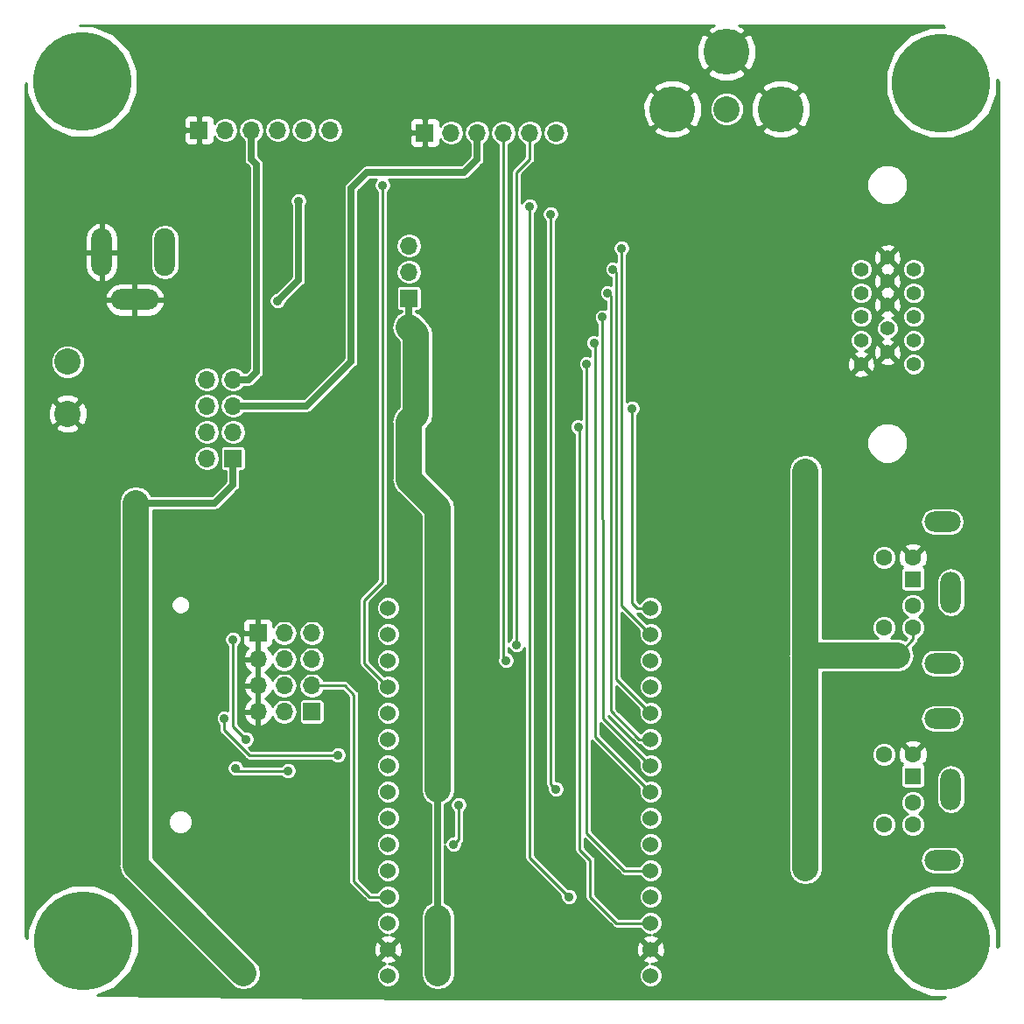
<source format=gbr>
G04 #@! TF.GenerationSoftware,KiCad,Pcbnew,(5.0.2)-1*
G04 #@! TF.CreationDate,2020-02-01T11:40:42-05:00*
G04 #@! TF.ProjectId,ESP-32_VGA,4553502d-3332-45f5-9647-412e6b696361,2*
G04 #@! TF.SameCoordinates,Original*
G04 #@! TF.FileFunction,Copper,L2,Bot*
G04 #@! TF.FilePolarity,Positive*
%FSLAX46Y46*%
G04 Gerber Fmt 4.6, Leading zero omitted, Abs format (unit mm)*
G04 Created by KiCad (PCBNEW (5.0.2)-1) date 2/1/2020 11:40:42 AM*
%MOMM*%
%LPD*%
G01*
G04 APERTURE LIST*
G04 #@! TA.AperFunction,ComponentPad*
%ADD10C,2.540000*%
G04 #@! TD*
G04 #@! TA.AperFunction,ComponentPad*
%ADD11C,9.525000*%
G04 #@! TD*
G04 #@! TA.AperFunction,ComponentPad*
%ADD12C,1.524000*%
G04 #@! TD*
G04 #@! TA.AperFunction,ComponentPad*
%ADD13O,2.000000X4.600000*%
G04 #@! TD*
G04 #@! TA.AperFunction,ComponentPad*
%ADD14O,4.600000X2.000000*%
G04 #@! TD*
G04 #@! TA.AperFunction,ComponentPad*
%ADD15R,1.700000X1.700000*%
G04 #@! TD*
G04 #@! TA.AperFunction,ComponentPad*
%ADD16O,1.700000X1.700000*%
G04 #@! TD*
G04 #@! TA.AperFunction,ComponentPad*
%ADD17C,1.397000*%
G04 #@! TD*
G04 #@! TA.AperFunction,ComponentPad*
%ADD18O,3.500000X2.000000*%
G04 #@! TD*
G04 #@! TA.AperFunction,ComponentPad*
%ADD19R,1.600000X1.600000*%
G04 #@! TD*
G04 #@! TA.AperFunction,ComponentPad*
%ADD20C,1.600000*%
G04 #@! TD*
G04 #@! TA.AperFunction,ComponentPad*
%ADD21O,2.000000X4.000000*%
G04 #@! TD*
G04 #@! TA.AperFunction,ComponentPad*
%ADD22C,4.445000*%
G04 #@! TD*
G04 #@! TA.AperFunction,ViaPad*
%ADD23C,0.889000*%
G04 #@! TD*
G04 #@! TA.AperFunction,Conductor*
%ADD24C,0.254000*%
G04 #@! TD*
G04 #@! TA.AperFunction,Conductor*
%ADD25C,0.635000*%
G04 #@! TD*
G04 #@! TA.AperFunction,Conductor*
%ADD26C,2.540000*%
G04 #@! TD*
G04 APERTURE END LIST*
D10*
G04 #@! TO.P,J15,2*
G04 #@! TO.N,/DCIN*
X14478000Y-43006000D03*
G04 #@! TO.P,J15,1*
G04 #@! TO.N,GND*
X14478000Y-48006000D03*
G04 #@! TD*
D11*
G04 #@! TO.P,MTG1,1*
G04 #@! TO.N,N/C*
X15875000Y-15875000D03*
G04 #@! TD*
G04 #@! TO.P,MTG2,1*
G04 #@! TO.N,N/C*
X99000000Y-99000000D03*
G04 #@! TD*
G04 #@! TO.P,MTG3,1*
G04 #@! TO.N,N/C*
X16000000Y-99000000D03*
G04 #@! TD*
G04 #@! TO.P,MTG?1,1*
G04 #@! TO.N,N/C*
X99000000Y-16000000D03*
G04 #@! TD*
D12*
G04 #@! TO.P,U1,1*
G04 #@! TO.N,/ESP3V*
X70866000Y-102362000D03*
G04 #@! TO.P,U1,2*
G04 #@! TO.N,GND*
X70866000Y-99822000D03*
G04 #@! TO.P,U1,3*
G04 #@! TO.N,/VSYNC*
X70866000Y-97282000D03*
G04 #@! TO.P,U1,4*
G04 #@! TO.N,/TX2*
X70866000Y-94742000D03*
G04 #@! TO.P,U1,5*
G04 #@! TO.N,/BLULO*
X70866000Y-92202000D03*
G04 #@! TO.P,U1,6*
G04 #@! TO.N,/MISO*
X70866000Y-89662000D03*
G04 #@! TO.P,U1,7*
G04 #@! TO.N,/MOSI*
X70866000Y-87122000D03*
G04 #@! TO.P,U1,8*
G04 #@! TO.N,/BLUHI*
X70866000Y-84582000D03*
G04 #@! TO.P,U1,9*
G04 #@! TO.N,/GRNLO*
X70866000Y-82042000D03*
G04 #@! TO.P,U1,10*
G04 #@! TO.N,/GRNHI*
X70866000Y-79502000D03*
G04 #@! TO.P,U1,11*
G04 #@! TO.N,/REDLO*
X70866000Y-76962000D03*
G04 #@! TO.P,U1,12*
G04 #@! TO.N,/RX0*
X70866000Y-74422000D03*
G04 #@! TO.P,U1,13*
G04 #@! TO.N,/TX0*
X70866000Y-71882000D03*
G04 #@! TO.P,U1,14*
G04 #@! TO.N,/REDHI*
X70866000Y-69342000D03*
G04 #@! TO.P,U1,15*
G04 #@! TO.N,/HSYNC*
X70866000Y-66802000D03*
G04 #@! TO.P,U1,16*
G04 #@! TO.N,N/C*
X45466000Y-66802000D03*
G04 #@! TO.P,U1,17*
G04 #@! TO.N,/VP*
X45466000Y-69342000D03*
G04 #@! TO.P,U1,18*
G04 #@! TO.N,/VN*
X45466000Y-71882000D03*
G04 #@! TO.P,U1,19*
G04 #@! TO.N,/RX2*
X45466000Y-74422000D03*
G04 #@! TO.P,U1,20*
G04 #@! TO.N,/GP35*
X45466000Y-76962000D03*
G04 #@! TO.P,U1,21*
G04 #@! TO.N,/KBDAT*
X45466000Y-79502000D03*
G04 #@! TO.P,U1,22*
G04 #@! TO.N,/KBCLK*
X45466000Y-82042000D03*
G04 #@! TO.P,U1,23*
G04 #@! TO.N,/AUDIO*
X45466000Y-84582000D03*
G04 #@! TO.P,U1,24*
G04 #@! TO.N,/MSECLK*
X45466000Y-87122000D03*
G04 #@! TO.P,U1,25*
G04 #@! TO.N,/MSEDAT*
X45466000Y-89662000D03*
G04 #@! TO.P,U1,26*
G04 #@! TO.N,/SCLK*
X45466000Y-92202000D03*
G04 #@! TO.P,U1,27*
G04 #@! TO.N,/GP12*
X45466000Y-94742000D03*
G04 #@! TO.P,U1,28*
G04 #@! TO.N,/SDCS*
X45466000Y-97282000D03*
G04 #@! TO.P,U1,29*
G04 #@! TO.N,GND*
X45466000Y-99822000D03*
G04 #@! TO.P,U1,30*
G04 #@! TO.N,/VUSB*
X45466000Y-102362000D03*
G04 #@! TD*
D13*
G04 #@! TO.P,J1,2*
G04 #@! TO.N,GND*
X17780000Y-32385000D03*
G04 #@! TO.P,J1,1*
G04 #@! TO.N,/DCIN*
X23880000Y-32385000D03*
D14*
G04 #@! TO.P,J1,3*
G04 #@! TO.N,GND*
X20980000Y-36985000D03*
G04 #@! TD*
D15*
G04 #@! TO.P,H1,1*
G04 #@! TO.N,/ESP3V*
X47498000Y-36830000D03*
D16*
G04 #@! TO.P,H1,2*
G04 #@! TO.N,Net-(F1-Pad2)*
X47498000Y-34290000D03*
G04 #@! TO.P,H1,3*
G04 #@! TO.N,/VO3*
X47498000Y-31750000D03*
G04 #@! TD*
D15*
G04 #@! TO.P,H2,1*
G04 #@! TO.N,/VUSB*
X30480000Y-52324000D03*
D16*
G04 #@! TO.P,H2,2*
G04 #@! TO.N,+5V*
X27940000Y-52324000D03*
G04 #@! TO.P,H2,3*
G04 #@! TO.N,/DCIN*
X30480000Y-49784000D03*
G04 #@! TO.P,H2,4*
G04 #@! TO.N,+5V*
X27940000Y-49784000D03*
G04 #@! TO.P,H2,5*
G04 #@! TO.N,/FTDI5V0*
X30480000Y-47244000D03*
G04 #@! TO.P,H2,6*
G04 #@! TO.N,+5V*
X27940000Y-47244000D03*
G04 #@! TO.P,H2,7*
G04 #@! TO.N,/FTDI5V2*
X30480000Y-44704000D03*
G04 #@! TO.P,H2,8*
G04 #@! TO.N,+5V*
X27940000Y-44704000D03*
G04 #@! TD*
D17*
G04 #@! TO.P,P3,3*
G04 #@! TO.N,Net-(P3-Pad3)*
X91239340Y-38620700D03*
G04 #@! TO.P,P3,2*
G04 #@! TO.N,Net-(P3-Pad2)*
X91239340Y-36334700D03*
G04 #@! TO.P,P3,1*
G04 #@! TO.N,Net-(P3-Pad1)*
X91239340Y-34043620D03*
G04 #@! TO.P,P3,4*
G04 #@! TO.N,N/C*
X91239340Y-40914320D03*
G04 #@! TO.P,P3,5*
G04 #@! TO.N,GND*
X91239340Y-43202860D03*
G04 #@! TO.P,P3,9*
G04 #@! TO.N,N/C*
X93779340Y-39768780D03*
G04 #@! TO.P,P3,8*
G04 #@! TO.N,GND*
X93779340Y-37480240D03*
G04 #@! TO.P,P3,7*
X93779340Y-35189160D03*
G04 #@! TO.P,P3,6*
X93779340Y-32898080D03*
G04 #@! TO.P,P3,10*
X93779340Y-42059860D03*
G04 #@! TO.P,P3,11*
G04 #@! TO.N,N/C*
X96319340Y-34043620D03*
G04 #@! TO.P,P3,12*
X96319340Y-36334700D03*
G04 #@! TO.P,P3,13*
G04 #@! TO.N,/HSYNC*
X96316800Y-38623240D03*
G04 #@! TO.P,P3,14*
G04 #@! TO.N,/VSYNC*
X96319340Y-40914320D03*
G04 #@! TO.P,P3,15*
G04 #@! TO.N,N/C*
X96319340Y-43202860D03*
G04 #@! TD*
D18*
G04 #@! TO.P,J3,7*
G04 #@! TO.N,N/C*
X99116000Y-72158000D03*
X99116000Y-58458000D03*
D19*
G04 #@! TO.P,J3,1*
G04 #@! TO.N,Net-(J3-Pad1)*
X96266000Y-64008000D03*
D20*
G04 #@! TO.P,J3,2*
G04 #@! TO.N,N/C*
X96266000Y-66608000D03*
G04 #@! TO.P,J3,3*
G04 #@! TO.N,GND*
X96266000Y-61908000D03*
G04 #@! TO.P,J3,4*
G04 #@! TO.N,+5V*
X96266000Y-68708000D03*
G04 #@! TO.P,J3,5*
G04 #@! TO.N,Net-(J3-Pad5)*
X93466000Y-61908000D03*
G04 #@! TO.P,J3,6*
G04 #@! TO.N,N/C*
X93466000Y-68708000D03*
D21*
G04 #@! TO.P,J3,7*
X99916000Y-65308000D03*
G04 #@! TD*
G04 #@! TO.P,J4,7*
G04 #@! TO.N,N/C*
X99916000Y-84358000D03*
D20*
G04 #@! TO.P,J4,6*
X93466000Y-87758000D03*
G04 #@! TO.P,J4,5*
G04 #@! TO.N,Net-(J4-Pad5)*
X93466000Y-80958000D03*
G04 #@! TO.P,J4,4*
G04 #@! TO.N,+5V*
X96266000Y-87758000D03*
G04 #@! TO.P,J4,3*
G04 #@! TO.N,GND*
X96266000Y-80958000D03*
G04 #@! TO.P,J4,2*
G04 #@! TO.N,N/C*
X96266000Y-85658000D03*
D19*
G04 #@! TO.P,J4,1*
G04 #@! TO.N,Net-(J4-Pad1)*
X96266000Y-83058000D03*
D18*
G04 #@! TO.P,J4,7*
G04 #@! TO.N,N/C*
X99116000Y-77508000D03*
X99116000Y-91208000D03*
G04 #@! TD*
D22*
G04 #@! TO.P,J5,1*
G04 #@! TO.N,GND*
X78232000Y-13030200D03*
G04 #@! TO.P,J5,2*
X72986900Y-18542000D03*
G04 #@! TO.P,J5,3*
X83477100Y-18542000D03*
D10*
G04 #@! TO.P,J5,4*
G04 #@! TO.N,Net-(C7-Pad2)*
X78232000Y-18542000D03*
G04 #@! TD*
D16*
G04 #@! TO.P,J2,6*
G04 #@! TO.N,N/C*
X61722000Y-20828000D03*
G04 #@! TO.P,J2,5*
G04 #@! TO.N,/TX0*
X59182000Y-20828000D03*
G04 #@! TO.P,J2,4*
G04 #@! TO.N,/RX0*
X56642000Y-20828000D03*
G04 #@! TO.P,J2,3*
G04 #@! TO.N,/FTDI5V0*
X54102000Y-20828000D03*
G04 #@! TO.P,J2,2*
G04 #@! TO.N,N/C*
X51562000Y-20828000D03*
D15*
G04 #@! TO.P,J2,1*
G04 #@! TO.N,GND*
X49022000Y-20828000D03*
G04 #@! TD*
G04 #@! TO.P,J6,1*
G04 #@! TO.N,GND*
X27178000Y-20574000D03*
D16*
G04 #@! TO.P,J6,2*
G04 #@! TO.N,N/C*
X29718000Y-20574000D03*
G04 #@! TO.P,J6,3*
G04 #@! TO.N,/FTDI5V2*
X32258000Y-20574000D03*
G04 #@! TO.P,J6,4*
G04 #@! TO.N,/RX2*
X34798000Y-20574000D03*
G04 #@! TO.P,J6,5*
G04 #@! TO.N,/TX2*
X37338000Y-20574000D03*
G04 #@! TO.P,J6,6*
G04 #@! TO.N,N/C*
X39878000Y-20574000D03*
G04 #@! TD*
D15*
G04 #@! TO.P,P2,1*
G04 #@! TO.N,GND*
X32893000Y-69215000D03*
D16*
G04 #@! TO.P,P2,2*
G04 #@! TO.N,+3V3*
X35433000Y-69215000D03*
G04 #@! TO.P,P2,3*
G04 #@! TO.N,GND*
X32893000Y-71755000D03*
G04 #@! TO.P,P2,4*
G04 #@! TO.N,+3V3*
X35433000Y-71755000D03*
G04 #@! TO.P,P2,5*
G04 #@! TO.N,GND*
X32893000Y-74295000D03*
G04 #@! TO.P,P2,6*
G04 #@! TO.N,+3V3*
X35433000Y-74295000D03*
G04 #@! TO.P,P2,7*
G04 #@! TO.N,GND*
X32893000Y-76835000D03*
G04 #@! TO.P,P2,8*
G04 #@! TO.N,+3V3*
X35433000Y-76835000D03*
G04 #@! TD*
D15*
G04 #@! TO.P,P4,1*
G04 #@! TO.N,/GP35*
X38100000Y-76835000D03*
D16*
G04 #@! TO.P,P4,2*
G04 #@! TO.N,/GP12*
X38100000Y-74295000D03*
G04 #@! TO.P,P4,3*
G04 #@! TO.N,/VN*
X38100000Y-71755000D03*
G04 #@! TO.P,P4,4*
G04 #@! TO.N,/VP*
X38100000Y-69215000D03*
G04 #@! TD*
D23*
G04 #@! TO.N,+5V*
X85852000Y-53594000D03*
X85852000Y-91948000D03*
X85852000Y-79502000D03*
X34798000Y-37084000D03*
X36830000Y-27432000D03*
G04 #@! TO.N,GND*
X80264000Y-89916000D03*
X40640000Y-36322000D03*
X46228000Y-45466000D03*
X27940000Y-38862000D03*
X83312000Y-102108000D03*
X71120000Y-25917000D03*
X26035000Y-72390000D03*
X26035000Y-80010000D03*
G04 #@! TO.N,/TX0*
X57912000Y-70358000D03*
G04 #@! TO.N,/RX0*
X56896000Y-71882000D03*
G04 #@! TO.N,/TX2*
X59182000Y-27940000D03*
X62992000Y-94742000D03*
G04 #@! TO.N,/VUSB*
X31496000Y-102108000D03*
G04 #@! TO.N,/ESP3V*
X50292000Y-102108000D03*
X29654500Y-77470000D03*
X40640000Y-81026000D03*
X50292000Y-81026000D03*
G04 #@! TO.N,/HSYNC*
X69088000Y-47498000D03*
G04 #@! TO.N,/VSYNC*
X63881000Y-49276000D03*
G04 #@! TO.N,/REDHI*
X68072000Y-32004000D03*
G04 #@! TO.N,/REDLO*
X67246500Y-34036000D03*
G04 #@! TO.N,/GRNHI*
X66738500Y-36322000D03*
G04 #@! TO.N,/GRNLO*
X66230500Y-38671500D03*
G04 #@! TO.N,/BLUHI*
X65409053Y-41148201D03*
G04 #@! TO.N,/BLULO*
X64706500Y-43180000D03*
G04 #@! TO.N,/AUDIO*
X61722000Y-84328000D03*
X61214000Y-28702000D03*
G04 #@! TO.N,/MSEDAT*
X52324000Y-85852000D03*
X51816000Y-89662000D03*
G04 #@! TO.N,/RX2*
X44958000Y-25908000D03*
G04 #@! TO.N,/MOSI*
X35814000Y-82550000D03*
X30734000Y-82296000D03*
G04 #@! TO.N,/MISO*
X30480000Y-69850000D03*
X31750000Y-79502000D03*
G04 #@! TD*
D24*
G04 #@! TO.N,+5V*
X96266000Y-69839370D02*
X94731370Y-71374000D01*
X96266000Y-68708000D02*
X96266000Y-69839370D01*
D25*
X85852000Y-53594000D02*
X85852000Y-71374000D01*
X34798000Y-37084000D02*
X36830000Y-35052000D01*
X36830000Y-35052000D02*
X36830000Y-27432000D01*
D26*
X85852000Y-54222617D02*
X85852000Y-77978000D01*
X85852000Y-53594000D02*
X85852000Y-54222617D01*
D25*
X85852000Y-77978000D02*
X85852000Y-79502000D01*
D26*
X85852000Y-71374000D02*
X91694000Y-71374000D01*
X85852000Y-76454000D02*
X85852000Y-79502000D01*
D25*
X85852000Y-76454000D02*
X85852000Y-77978000D01*
X85852000Y-71374000D02*
X85852000Y-76454000D01*
D26*
X85852000Y-79502000D02*
X85852000Y-91948000D01*
X94731370Y-71374000D02*
X92202000Y-71374000D01*
D24*
X92202000Y-71374000D02*
X91694000Y-71374000D01*
G04 #@! TO.N,/TX0*
X57912000Y-70358000D02*
X57912000Y-24638000D01*
X59182000Y-23368000D02*
X59182000Y-20828000D01*
X57912000Y-24638000D02*
X59182000Y-23368000D01*
G04 #@! TO.N,/RX0*
X56642000Y-71628000D02*
X56896000Y-71882000D01*
X56642000Y-20828000D02*
X56642000Y-71628000D01*
G04 #@! TO.N,/TX2*
X59182000Y-27940000D02*
X59182000Y-90932000D01*
X59182000Y-90932000D02*
X62992000Y-94742000D01*
D26*
G04 #@! TO.N,/VUSB*
X31496000Y-102108000D02*
X21082000Y-91694000D01*
D25*
X28702000Y-56642000D02*
X21082000Y-56642000D01*
X30480000Y-54864000D02*
X28702000Y-56642000D01*
X30480000Y-52324000D02*
X30480000Y-54864000D01*
D26*
X21082000Y-91694000D02*
X21082000Y-56642000D01*
G04 #@! TO.N,/ESP3V*
X50292000Y-102108000D02*
X50292000Y-96774000D01*
X50292000Y-57150000D02*
X47498000Y-54356000D01*
X50292000Y-84328000D02*
X50292000Y-81026000D01*
D25*
X50292000Y-84328000D02*
X50292000Y-96774000D01*
D26*
X48196501Y-40322501D02*
X47498000Y-39624000D01*
X48196501Y-48069499D02*
X48196501Y-40322501D01*
X47498000Y-48768000D02*
X48196501Y-48069499D01*
X47498000Y-54356000D02*
X47498000Y-48768000D01*
D25*
X47498000Y-36830000D02*
X47498000Y-39624000D01*
D24*
X32052258Y-81026000D02*
X40640000Y-81026000D01*
X29654500Y-77470000D02*
X29654500Y-78628242D01*
X29654500Y-78628242D02*
X32052258Y-81026000D01*
D26*
X50292000Y-81026000D02*
X50292000Y-57150000D01*
D25*
G04 #@! TO.N,/FTDI5V0*
X37592000Y-47244000D02*
X30480000Y-47244000D01*
X54102000Y-20828000D02*
X54102000Y-23368000D01*
X54102000Y-23368000D02*
X52832000Y-24638000D01*
X52832000Y-24638000D02*
X43434000Y-24638000D01*
X43434000Y-24638000D02*
X41910000Y-26162000D01*
X41910000Y-26162000D02*
X41910000Y-42926000D01*
X41910000Y-42926000D02*
X37592000Y-47244000D01*
G04 #@! TO.N,/FTDI5V2*
X30480000Y-44704000D02*
X32004000Y-44704000D01*
X32004000Y-44704000D02*
X32766000Y-43942000D01*
X32766000Y-43942000D02*
X32766000Y-23876000D01*
X32258000Y-23368000D02*
X32258000Y-20574000D01*
X32766000Y-23876000D02*
X32258000Y-23368000D01*
D24*
G04 #@! TO.N,/HSYNC*
X70866000Y-66802000D02*
X69596000Y-66802000D01*
X69596000Y-66802000D02*
X69088000Y-66294000D01*
X69088000Y-66294000D02*
X69088000Y-47498000D01*
G04 #@! TO.N,/VSYNC*
X67564000Y-97282000D02*
X70866000Y-97282000D01*
X65024000Y-94742000D02*
X67564000Y-97282000D01*
X65024000Y-91186000D02*
X65024000Y-94742000D01*
X64008000Y-90170000D02*
X65024000Y-91186000D01*
X64008000Y-49403000D02*
X64008000Y-90170000D01*
X63881000Y-49276000D02*
X64008000Y-49403000D01*
G04 #@! TO.N,/REDHI*
X70866000Y-69342000D02*
X68072000Y-66548000D01*
X68072000Y-66548000D02*
X68072000Y-32004000D01*
G04 #@! TO.N,/REDLO*
X70866000Y-76962000D02*
X67564000Y-73660000D01*
X67564000Y-73660000D02*
X67564000Y-34353500D01*
X67246500Y-34036000D02*
X67564000Y-34353500D01*
G04 #@! TO.N,/GRNHI*
X70866000Y-79502000D02*
X69788370Y-79502000D01*
X69788370Y-79502000D02*
X67056000Y-76769630D01*
X67056000Y-76769630D02*
X67056000Y-36639500D01*
X66738500Y-36322000D02*
X67056000Y-36639500D01*
G04 #@! TO.N,/GRNLO*
X70866000Y-82042000D02*
X66294000Y-77470000D01*
X66294000Y-77470000D02*
X66230500Y-38671500D01*
X66230500Y-38671500D02*
X66294000Y-38671500D01*
G04 #@! TO.N,/BLUHI*
X70866000Y-84582000D02*
X65532000Y-79248000D01*
X65532000Y-79248000D02*
X65532000Y-41211500D01*
G04 #@! TO.N,/BLULO*
X70866000Y-92202000D02*
X68326000Y-92202000D01*
X68326000Y-92202000D02*
X64706500Y-88582500D01*
X64706500Y-88582500D02*
X64706500Y-43180000D01*
X64706500Y-88582500D02*
X64706500Y-85852000D01*
G04 #@! TO.N,/AUDIO*
X61722000Y-84328000D02*
X61214000Y-83820000D01*
X61214000Y-83820000D02*
X61214000Y-28702000D01*
G04 #@! TO.N,/MSEDAT*
X52324000Y-85852000D02*
X52324000Y-89154000D01*
X52324000Y-89154000D02*
X51816000Y-89662000D01*
G04 #@! TO.N,/RX2*
X44958000Y-25908000D02*
X44958000Y-64262000D01*
X44958000Y-64262000D02*
X43180000Y-66040000D01*
X43180000Y-72136000D02*
X45466000Y-74422000D01*
X43180000Y-66040000D02*
X43180000Y-72136000D01*
G04 #@! TO.N,/MOSI*
X35814000Y-82550000D02*
X30988000Y-82550000D01*
X30988000Y-82550000D02*
X30734000Y-82296000D01*
G04 #@! TO.N,/MISO*
X30480000Y-78232000D02*
X31750000Y-79502000D01*
X30480000Y-69850000D02*
X30480000Y-78232000D01*
G04 #@! TO.N,/GP12*
X41275000Y-74295000D02*
X38100000Y-74295000D01*
X42164000Y-75184000D02*
X41275000Y-74295000D01*
X42164000Y-93218000D02*
X42164000Y-75184000D01*
X45466000Y-94742000D02*
X43688000Y-94742000D01*
X43688000Y-94742000D02*
X42164000Y-93218000D01*
G04 #@! TD*
G04 #@! TO.N,GND*
G36*
X76623871Y-10600735D02*
X76375984Y-10994579D01*
X78232000Y-12850595D01*
X80088016Y-10994579D01*
X79840129Y-10600735D01*
X79425276Y-10431000D01*
X98982310Y-10431000D01*
X99166541Y-10446147D01*
X99322894Y-10602500D01*
X97926371Y-10602500D01*
X95942562Y-11424221D01*
X94424221Y-12942562D01*
X93602500Y-14926371D01*
X93602500Y-17073629D01*
X94424221Y-19057438D01*
X95942562Y-20575779D01*
X97926371Y-21397500D01*
X100073629Y-21397500D01*
X102057438Y-20575779D01*
X103575779Y-19057438D01*
X104397500Y-17073629D01*
X104397500Y-15677106D01*
X104561004Y-15840610D01*
X104569000Y-16010167D01*
X104569001Y-98982297D01*
X104527480Y-99487330D01*
X104397500Y-99612110D01*
X104397500Y-97926371D01*
X103575779Y-95942562D01*
X102057438Y-94424221D01*
X100073629Y-93602500D01*
X97926371Y-93602500D01*
X95942562Y-94424221D01*
X94424221Y-95942562D01*
X93602500Y-97926371D01*
X93602500Y-100073629D01*
X94424221Y-102057438D01*
X95942562Y-103575779D01*
X97926371Y-104397500D01*
X99412720Y-104397500D01*
X99246691Y-104556887D01*
X98989833Y-104569000D01*
X49126642Y-104569000D01*
X17369486Y-104274952D01*
X19057438Y-103575779D01*
X20575779Y-102057438D01*
X21397500Y-100073629D01*
X21397500Y-97926371D01*
X20575779Y-95942562D01*
X19057438Y-94424221D01*
X17073629Y-93602500D01*
X14926371Y-93602500D01*
X12942562Y-94424221D01*
X11424221Y-95942562D01*
X10602500Y-97926371D01*
X10602500Y-98786530D01*
X10431000Y-98628750D01*
X10431000Y-91694000D01*
X19398655Y-91694000D01*
X19431000Y-91856608D01*
X19526792Y-92338187D01*
X19891695Y-92884305D01*
X20029552Y-92976418D01*
X30443548Y-103390415D01*
X30851811Y-103663207D01*
X31495999Y-103791345D01*
X32140188Y-103663207D01*
X32686304Y-103298304D01*
X33051207Y-102752188D01*
X33174045Y-102134643D01*
X44323000Y-102134643D01*
X44323000Y-102589357D01*
X44497011Y-103009458D01*
X44818542Y-103330989D01*
X45238643Y-103505000D01*
X45693357Y-103505000D01*
X46113458Y-103330989D01*
X46434989Y-103009458D01*
X46609000Y-102589357D01*
X46609000Y-102134643D01*
X46434989Y-101714542D01*
X46113458Y-101393011D01*
X45693357Y-101219000D01*
X45500931Y-101219000D01*
X45813368Y-101203362D01*
X46197143Y-101044397D01*
X46266608Y-100802213D01*
X45466000Y-100001605D01*
X44665392Y-100802213D01*
X44734857Y-101044397D01*
X45231989Y-101221756D01*
X44818542Y-101393011D01*
X44497011Y-101714542D01*
X44323000Y-102134643D01*
X33174045Y-102134643D01*
X33179345Y-102107999D01*
X33051207Y-101463811D01*
X32778415Y-101055548D01*
X31337169Y-99614302D01*
X44056856Y-99614302D01*
X44084638Y-100169368D01*
X44243603Y-100553143D01*
X44485787Y-100622608D01*
X45286395Y-99822000D01*
X45645605Y-99822000D01*
X46446213Y-100622608D01*
X46688397Y-100553143D01*
X46875144Y-100029698D01*
X46847362Y-99474632D01*
X46688397Y-99090857D01*
X46446213Y-99021392D01*
X45645605Y-99822000D01*
X45286395Y-99822000D01*
X44485787Y-99021392D01*
X44243603Y-99090857D01*
X44056856Y-99614302D01*
X31337169Y-99614302D01*
X28777510Y-97054643D01*
X44323000Y-97054643D01*
X44323000Y-97509357D01*
X44497011Y-97929458D01*
X44818542Y-98250989D01*
X45238643Y-98425000D01*
X45431069Y-98425000D01*
X45118632Y-98440638D01*
X44734857Y-98599603D01*
X44665392Y-98841787D01*
X45466000Y-99642395D01*
X46266608Y-98841787D01*
X46197143Y-98599603D01*
X45700011Y-98422244D01*
X46113458Y-98250989D01*
X46434989Y-97929458D01*
X46609000Y-97509357D01*
X46609000Y-97054643D01*
X46434989Y-96634542D01*
X46113458Y-96313011D01*
X45693357Y-96139000D01*
X45238643Y-96139000D01*
X44818542Y-96313011D01*
X44497011Y-96634542D01*
X44323000Y-97054643D01*
X28777510Y-97054643D01*
X22733000Y-91010134D01*
X22733000Y-87275085D01*
X24219000Y-87275085D01*
X24219000Y-87744915D01*
X24398797Y-88178983D01*
X24731017Y-88511203D01*
X25165085Y-88691000D01*
X25634915Y-88691000D01*
X26068983Y-88511203D01*
X26401203Y-88178983D01*
X26581000Y-87744915D01*
X26581000Y-87275085D01*
X26401203Y-86841017D01*
X26068983Y-86508797D01*
X25634915Y-86329000D01*
X25165085Y-86329000D01*
X24731017Y-86508797D01*
X24398797Y-86841017D01*
X24219000Y-87275085D01*
X22733000Y-87275085D01*
X22733000Y-82131798D01*
X29908500Y-82131798D01*
X29908500Y-82460202D01*
X30034174Y-82763608D01*
X30266392Y-82995826D01*
X30569798Y-83121500D01*
X30898202Y-83121500D01*
X31051506Y-83058000D01*
X35154566Y-83058000D01*
X35346392Y-83249826D01*
X35649798Y-83375500D01*
X35978202Y-83375500D01*
X36281608Y-83249826D01*
X36513826Y-83017608D01*
X36639500Y-82714202D01*
X36639500Y-82385798D01*
X36513826Y-82082392D01*
X36281608Y-81850174D01*
X35978202Y-81724500D01*
X35649798Y-81724500D01*
X35346392Y-81850174D01*
X35154566Y-82042000D01*
X31522305Y-82042000D01*
X31433826Y-81828392D01*
X31201608Y-81596174D01*
X30898202Y-81470500D01*
X30569798Y-81470500D01*
X30266392Y-81596174D01*
X30034174Y-81828392D01*
X29908500Y-82131798D01*
X22733000Y-82131798D01*
X22733000Y-77305798D01*
X28829000Y-77305798D01*
X28829000Y-77634202D01*
X28954674Y-77937608D01*
X29146501Y-78129435D01*
X29146501Y-78578210D01*
X29136549Y-78628242D01*
X29175975Y-78826453D01*
X29259912Y-78952074D01*
X29259915Y-78952077D01*
X29288254Y-78994489D01*
X29330666Y-79022828D01*
X31657672Y-81349835D01*
X31686011Y-81392247D01*
X31728423Y-81420586D01*
X31728425Y-81420588D01*
X31803124Y-81470500D01*
X31854046Y-81504525D01*
X32002226Y-81534000D01*
X32002230Y-81534000D01*
X32052258Y-81543951D01*
X32102286Y-81534000D01*
X39980566Y-81534000D01*
X40172392Y-81725826D01*
X40475798Y-81851500D01*
X40804202Y-81851500D01*
X41107608Y-81725826D01*
X41339826Y-81493608D01*
X41465500Y-81190202D01*
X41465500Y-80861798D01*
X41339826Y-80558392D01*
X41107608Y-80326174D01*
X40804202Y-80200500D01*
X40475798Y-80200500D01*
X40172392Y-80326174D01*
X39980566Y-80518000D01*
X32262679Y-80518000D01*
X32025909Y-80281230D01*
X32217608Y-80201826D01*
X32449826Y-79969608D01*
X32575500Y-79666202D01*
X32575500Y-79337798D01*
X32449826Y-79034392D01*
X32217608Y-78802174D01*
X31914202Y-78676500D01*
X31642921Y-78676500D01*
X30988000Y-78021580D01*
X30988000Y-77191890D01*
X31451524Y-77191890D01*
X31621355Y-77601924D01*
X32011642Y-78030183D01*
X32536108Y-78276486D01*
X32766000Y-78155819D01*
X32766000Y-76962000D01*
X31572845Y-76962000D01*
X31451524Y-77191890D01*
X30988000Y-77191890D01*
X30988000Y-74651890D01*
X31451524Y-74651890D01*
X31621355Y-75061924D01*
X32011642Y-75490183D01*
X32170954Y-75565000D01*
X32011642Y-75639817D01*
X31621355Y-76068076D01*
X31451524Y-76478110D01*
X31572845Y-76708000D01*
X32766000Y-76708000D01*
X32766000Y-74422000D01*
X31572845Y-74422000D01*
X31451524Y-74651890D01*
X30988000Y-74651890D01*
X30988000Y-72111890D01*
X31451524Y-72111890D01*
X31621355Y-72521924D01*
X32011642Y-72950183D01*
X32170954Y-73025000D01*
X32011642Y-73099817D01*
X31621355Y-73528076D01*
X31451524Y-73938110D01*
X31572845Y-74168000D01*
X32766000Y-74168000D01*
X32766000Y-71882000D01*
X31572845Y-71882000D01*
X31451524Y-72111890D01*
X30988000Y-72111890D01*
X30988000Y-70509434D01*
X31179826Y-70317608D01*
X31305500Y-70014202D01*
X31305500Y-69685798D01*
X31228852Y-69500750D01*
X31408000Y-69500750D01*
X31408000Y-70191310D01*
X31504673Y-70424699D01*
X31683302Y-70603327D01*
X31892878Y-70690136D01*
X31621355Y-70988076D01*
X31451524Y-71398110D01*
X31572845Y-71628000D01*
X32766000Y-71628000D01*
X32766000Y-69342000D01*
X31566750Y-69342000D01*
X31408000Y-69500750D01*
X31228852Y-69500750D01*
X31179826Y-69382392D01*
X30947608Y-69150174D01*
X30644202Y-69024500D01*
X30315798Y-69024500D01*
X30012392Y-69150174D01*
X29780174Y-69382392D01*
X29654500Y-69685798D01*
X29654500Y-70014202D01*
X29780174Y-70317608D01*
X29972000Y-70509434D01*
X29972001Y-76707998D01*
X29818702Y-76644500D01*
X29490298Y-76644500D01*
X29186892Y-76770174D01*
X28954674Y-77002392D01*
X28829000Y-77305798D01*
X22733000Y-77305798D01*
X22733000Y-68238690D01*
X31408000Y-68238690D01*
X31408000Y-68929250D01*
X31566750Y-69088000D01*
X32766000Y-69088000D01*
X32766000Y-67888750D01*
X33020000Y-67888750D01*
X33020000Y-69088000D01*
X33040000Y-69088000D01*
X33040000Y-69342000D01*
X33020000Y-69342000D01*
X33020000Y-71628000D01*
X33040000Y-71628000D01*
X33040000Y-71882000D01*
X33020000Y-71882000D01*
X33020000Y-74168000D01*
X33040000Y-74168000D01*
X33040000Y-74422000D01*
X33020000Y-74422000D01*
X33020000Y-76708000D01*
X33040000Y-76708000D01*
X33040000Y-76962000D01*
X33020000Y-76962000D01*
X33020000Y-78155819D01*
X33249892Y-78276486D01*
X33774358Y-78030183D01*
X34164645Y-77601924D01*
X34279555Y-77324488D01*
X34545499Y-77722501D01*
X34952688Y-77994576D01*
X35311761Y-78066000D01*
X35554239Y-78066000D01*
X35913312Y-77994576D01*
X36320501Y-77722501D01*
X36592576Y-77315312D01*
X36688116Y-76835000D01*
X36592576Y-76354688D01*
X36345559Y-75985000D01*
X36861536Y-75985000D01*
X36861536Y-77685000D01*
X36891106Y-77833659D01*
X36975314Y-77959686D01*
X37101341Y-78043894D01*
X37250000Y-78073464D01*
X38950000Y-78073464D01*
X39098659Y-78043894D01*
X39224686Y-77959686D01*
X39308894Y-77833659D01*
X39338464Y-77685000D01*
X39338464Y-75985000D01*
X39308894Y-75836341D01*
X39224686Y-75710314D01*
X39098659Y-75626106D01*
X38950000Y-75596536D01*
X37250000Y-75596536D01*
X37101341Y-75626106D01*
X36975314Y-75710314D01*
X36891106Y-75836341D01*
X36861536Y-75985000D01*
X36345559Y-75985000D01*
X36320501Y-75947499D01*
X35913312Y-75675424D01*
X35554239Y-75604000D01*
X35311761Y-75604000D01*
X34952688Y-75675424D01*
X34545499Y-75947499D01*
X34279555Y-76345512D01*
X34164645Y-76068076D01*
X33774358Y-75639817D01*
X33615046Y-75565000D01*
X33774358Y-75490183D01*
X34164645Y-75061924D01*
X34279555Y-74784488D01*
X34545499Y-75182501D01*
X34952688Y-75454576D01*
X35311761Y-75526000D01*
X35554239Y-75526000D01*
X35913312Y-75454576D01*
X36320501Y-75182501D01*
X36592576Y-74775312D01*
X36688116Y-74295000D01*
X36844884Y-74295000D01*
X36940424Y-74775312D01*
X37212499Y-75182501D01*
X37619688Y-75454576D01*
X37978761Y-75526000D01*
X38221239Y-75526000D01*
X38580312Y-75454576D01*
X38987501Y-75182501D01*
X39241075Y-74803000D01*
X41064580Y-74803000D01*
X41656001Y-75394422D01*
X41656000Y-93167972D01*
X41646049Y-93218000D01*
X41656000Y-93268028D01*
X41656000Y-93268031D01*
X41671310Y-93345000D01*
X41685475Y-93416211D01*
X41743605Y-93503208D01*
X41797753Y-93584247D01*
X41840168Y-93612588D01*
X43293412Y-95065832D01*
X43321753Y-95108247D01*
X43489788Y-95220525D01*
X43637968Y-95250000D01*
X43637972Y-95250000D01*
X43687999Y-95259951D01*
X43738026Y-95250000D01*
X44439246Y-95250000D01*
X44497011Y-95389458D01*
X44818542Y-95710989D01*
X45238643Y-95885000D01*
X45693357Y-95885000D01*
X46113458Y-95710989D01*
X46434989Y-95389458D01*
X46609000Y-94969357D01*
X46609000Y-94514643D01*
X46434989Y-94094542D01*
X46113458Y-93773011D01*
X45693357Y-93599000D01*
X45238643Y-93599000D01*
X44818542Y-93773011D01*
X44497011Y-94094542D01*
X44439246Y-94234000D01*
X43898420Y-94234000D01*
X42672000Y-93007580D01*
X42672000Y-91974643D01*
X44323000Y-91974643D01*
X44323000Y-92429357D01*
X44497011Y-92849458D01*
X44818542Y-93170989D01*
X45238643Y-93345000D01*
X45693357Y-93345000D01*
X46113458Y-93170989D01*
X46434989Y-92849458D01*
X46609000Y-92429357D01*
X46609000Y-91974643D01*
X46434989Y-91554542D01*
X46113458Y-91233011D01*
X45693357Y-91059000D01*
X45238643Y-91059000D01*
X44818542Y-91233011D01*
X44497011Y-91554542D01*
X44323000Y-91974643D01*
X42672000Y-91974643D01*
X42672000Y-89434643D01*
X44323000Y-89434643D01*
X44323000Y-89889357D01*
X44497011Y-90309458D01*
X44818542Y-90630989D01*
X45238643Y-90805000D01*
X45693357Y-90805000D01*
X46113458Y-90630989D01*
X46434989Y-90309458D01*
X46609000Y-89889357D01*
X46609000Y-89434643D01*
X46434989Y-89014542D01*
X46113458Y-88693011D01*
X45693357Y-88519000D01*
X45238643Y-88519000D01*
X44818542Y-88693011D01*
X44497011Y-89014542D01*
X44323000Y-89434643D01*
X42672000Y-89434643D01*
X42672000Y-86894643D01*
X44323000Y-86894643D01*
X44323000Y-87349357D01*
X44497011Y-87769458D01*
X44818542Y-88090989D01*
X45238643Y-88265000D01*
X45693357Y-88265000D01*
X46113458Y-88090989D01*
X46434989Y-87769458D01*
X46609000Y-87349357D01*
X46609000Y-86894643D01*
X46434989Y-86474542D01*
X46113458Y-86153011D01*
X45693357Y-85979000D01*
X45238643Y-85979000D01*
X44818542Y-86153011D01*
X44497011Y-86474542D01*
X44323000Y-86894643D01*
X42672000Y-86894643D01*
X42672000Y-84354643D01*
X44323000Y-84354643D01*
X44323000Y-84809357D01*
X44497011Y-85229458D01*
X44818542Y-85550989D01*
X45238643Y-85725000D01*
X45693357Y-85725000D01*
X46113458Y-85550989D01*
X46434989Y-85229458D01*
X46609000Y-84809357D01*
X46609000Y-84354643D01*
X46434989Y-83934542D01*
X46113458Y-83613011D01*
X45693357Y-83439000D01*
X45238643Y-83439000D01*
X44818542Y-83613011D01*
X44497011Y-83934542D01*
X44323000Y-84354643D01*
X42672000Y-84354643D01*
X42672000Y-81814643D01*
X44323000Y-81814643D01*
X44323000Y-82269357D01*
X44497011Y-82689458D01*
X44818542Y-83010989D01*
X45238643Y-83185000D01*
X45693357Y-83185000D01*
X46113458Y-83010989D01*
X46434989Y-82689458D01*
X46609000Y-82269357D01*
X46609000Y-81814643D01*
X46434989Y-81394542D01*
X46113458Y-81073011D01*
X45693357Y-80899000D01*
X45238643Y-80899000D01*
X44818542Y-81073011D01*
X44497011Y-81394542D01*
X44323000Y-81814643D01*
X42672000Y-81814643D01*
X42672000Y-79274643D01*
X44323000Y-79274643D01*
X44323000Y-79729357D01*
X44497011Y-80149458D01*
X44818542Y-80470989D01*
X45238643Y-80645000D01*
X45693357Y-80645000D01*
X46113458Y-80470989D01*
X46434989Y-80149458D01*
X46609000Y-79729357D01*
X46609000Y-79274643D01*
X46434989Y-78854542D01*
X46113458Y-78533011D01*
X45693357Y-78359000D01*
X45238643Y-78359000D01*
X44818542Y-78533011D01*
X44497011Y-78854542D01*
X44323000Y-79274643D01*
X42672000Y-79274643D01*
X42672000Y-76734643D01*
X44323000Y-76734643D01*
X44323000Y-77189357D01*
X44497011Y-77609458D01*
X44818542Y-77930989D01*
X45238643Y-78105000D01*
X45693357Y-78105000D01*
X46113458Y-77930989D01*
X46434989Y-77609458D01*
X46609000Y-77189357D01*
X46609000Y-76734643D01*
X46434989Y-76314542D01*
X46113458Y-75993011D01*
X45693357Y-75819000D01*
X45238643Y-75819000D01*
X44818542Y-75993011D01*
X44497011Y-76314542D01*
X44323000Y-76734643D01*
X42672000Y-76734643D01*
X42672000Y-75234028D01*
X42681951Y-75184000D01*
X42672000Y-75133972D01*
X42672000Y-75133968D01*
X42642525Y-74985788D01*
X42584396Y-74898792D01*
X42558588Y-74860167D01*
X42558586Y-74860165D01*
X42530247Y-74817753D01*
X42487835Y-74789414D01*
X41669588Y-73971168D01*
X41641247Y-73928753D01*
X41473212Y-73816475D01*
X41325032Y-73787000D01*
X41325028Y-73787000D01*
X41275000Y-73777049D01*
X41224972Y-73787000D01*
X39241075Y-73787000D01*
X38987501Y-73407499D01*
X38580312Y-73135424D01*
X38221239Y-73064000D01*
X37978761Y-73064000D01*
X37619688Y-73135424D01*
X37212499Y-73407499D01*
X36940424Y-73814688D01*
X36844884Y-74295000D01*
X36688116Y-74295000D01*
X36592576Y-73814688D01*
X36320501Y-73407499D01*
X35913312Y-73135424D01*
X35554239Y-73064000D01*
X35311761Y-73064000D01*
X34952688Y-73135424D01*
X34545499Y-73407499D01*
X34279555Y-73805512D01*
X34164645Y-73528076D01*
X33774358Y-73099817D01*
X33615046Y-73025000D01*
X33774358Y-72950183D01*
X34164645Y-72521924D01*
X34279555Y-72244488D01*
X34545499Y-72642501D01*
X34952688Y-72914576D01*
X35311761Y-72986000D01*
X35554239Y-72986000D01*
X35913312Y-72914576D01*
X36320501Y-72642501D01*
X36592576Y-72235312D01*
X36688116Y-71755000D01*
X36844884Y-71755000D01*
X36940424Y-72235312D01*
X37212499Y-72642501D01*
X37619688Y-72914576D01*
X37978761Y-72986000D01*
X38221239Y-72986000D01*
X38580312Y-72914576D01*
X38987501Y-72642501D01*
X39259576Y-72235312D01*
X39355116Y-71755000D01*
X39259576Y-71274688D01*
X38987501Y-70867499D01*
X38580312Y-70595424D01*
X38221239Y-70524000D01*
X37978761Y-70524000D01*
X37619688Y-70595424D01*
X37212499Y-70867499D01*
X36940424Y-71274688D01*
X36844884Y-71755000D01*
X36688116Y-71755000D01*
X36592576Y-71274688D01*
X36320501Y-70867499D01*
X35913312Y-70595424D01*
X35554239Y-70524000D01*
X35311761Y-70524000D01*
X34952688Y-70595424D01*
X34545499Y-70867499D01*
X34279555Y-71265512D01*
X34164645Y-70988076D01*
X33893122Y-70690136D01*
X34102698Y-70603327D01*
X34281327Y-70424699D01*
X34378000Y-70191310D01*
X34378000Y-69851821D01*
X34545499Y-70102501D01*
X34952688Y-70374576D01*
X35311761Y-70446000D01*
X35554239Y-70446000D01*
X35913312Y-70374576D01*
X36320501Y-70102501D01*
X36592576Y-69695312D01*
X36688116Y-69215000D01*
X36844884Y-69215000D01*
X36940424Y-69695312D01*
X37212499Y-70102501D01*
X37619688Y-70374576D01*
X37978761Y-70446000D01*
X38221239Y-70446000D01*
X38580312Y-70374576D01*
X38987501Y-70102501D01*
X39259576Y-69695312D01*
X39355116Y-69215000D01*
X39259576Y-68734688D01*
X38987501Y-68327499D01*
X38580312Y-68055424D01*
X38221239Y-67984000D01*
X37978761Y-67984000D01*
X37619688Y-68055424D01*
X37212499Y-68327499D01*
X36940424Y-68734688D01*
X36844884Y-69215000D01*
X36688116Y-69215000D01*
X36592576Y-68734688D01*
X36320501Y-68327499D01*
X35913312Y-68055424D01*
X35554239Y-67984000D01*
X35311761Y-67984000D01*
X34952688Y-68055424D01*
X34545499Y-68327499D01*
X34378000Y-68578179D01*
X34378000Y-68238690D01*
X34281327Y-68005301D01*
X34102698Y-67826673D01*
X33869309Y-67730000D01*
X33178750Y-67730000D01*
X33020000Y-67888750D01*
X32766000Y-67888750D01*
X32607250Y-67730000D01*
X31916691Y-67730000D01*
X31683302Y-67826673D01*
X31504673Y-68005301D01*
X31408000Y-68238690D01*
X22733000Y-68238690D01*
X22733000Y-66324813D01*
X24469000Y-66324813D01*
X24469000Y-66695187D01*
X24610737Y-67037369D01*
X24872631Y-67299263D01*
X25214813Y-67441000D01*
X25585187Y-67441000D01*
X25927369Y-67299263D01*
X26189263Y-67037369D01*
X26331000Y-66695187D01*
X26331000Y-66324813D01*
X26189263Y-65982631D01*
X25927369Y-65720737D01*
X25585187Y-65579000D01*
X25214813Y-65579000D01*
X24872631Y-65720737D01*
X24610737Y-65982631D01*
X24469000Y-66324813D01*
X22733000Y-66324813D01*
X22733000Y-57340500D01*
X28633210Y-57340500D01*
X28702000Y-57354183D01*
X28770790Y-57340500D01*
X28770794Y-57340500D01*
X28974541Y-57299972D01*
X29205590Y-57145590D01*
X29244560Y-57087267D01*
X30925269Y-55406559D01*
X30983590Y-55367590D01*
X31137972Y-55136541D01*
X31178500Y-54932794D01*
X31192184Y-54864000D01*
X31178500Y-54795206D01*
X31178500Y-53562464D01*
X31330000Y-53562464D01*
X31478659Y-53532894D01*
X31604686Y-53448686D01*
X31688894Y-53322659D01*
X31718464Y-53174000D01*
X31718464Y-51474000D01*
X31688894Y-51325341D01*
X31604686Y-51199314D01*
X31478659Y-51115106D01*
X31330000Y-51085536D01*
X29630000Y-51085536D01*
X29481341Y-51115106D01*
X29355314Y-51199314D01*
X29271106Y-51325341D01*
X29241536Y-51474000D01*
X29241536Y-53174000D01*
X29271106Y-53322659D01*
X29355314Y-53448686D01*
X29481341Y-53532894D01*
X29630000Y-53562464D01*
X29781500Y-53562464D01*
X29781501Y-54574671D01*
X28412673Y-55943500D01*
X22600918Y-55943500D01*
X22272305Y-55451695D01*
X21726188Y-55086792D01*
X21082000Y-54958655D01*
X20437813Y-55086792D01*
X19891696Y-55451695D01*
X19526793Y-55997812D01*
X19431001Y-56479391D01*
X19431000Y-91531392D01*
X19398655Y-91694000D01*
X10431000Y-91694000D01*
X10431000Y-52324000D01*
X26684884Y-52324000D01*
X26780424Y-52804312D01*
X27052499Y-53211501D01*
X27459688Y-53483576D01*
X27818761Y-53555000D01*
X28061239Y-53555000D01*
X28420312Y-53483576D01*
X28827501Y-53211501D01*
X29099576Y-52804312D01*
X29195116Y-52324000D01*
X29099576Y-51843688D01*
X28827501Y-51436499D01*
X28420312Y-51164424D01*
X28061239Y-51093000D01*
X27818761Y-51093000D01*
X27459688Y-51164424D01*
X27052499Y-51436499D01*
X26780424Y-51843688D01*
X26684884Y-52324000D01*
X10431000Y-52324000D01*
X10431000Y-49353777D01*
X13309828Y-49353777D01*
X13441520Y-49648657D01*
X14149036Y-49920261D01*
X14906632Y-49900436D01*
X15187733Y-49784000D01*
X26684884Y-49784000D01*
X26780424Y-50264312D01*
X27052499Y-50671501D01*
X27459688Y-50943576D01*
X27818761Y-51015000D01*
X28061239Y-51015000D01*
X28420312Y-50943576D01*
X28827501Y-50671501D01*
X29099576Y-50264312D01*
X29195116Y-49784000D01*
X29224884Y-49784000D01*
X29320424Y-50264312D01*
X29592499Y-50671501D01*
X29999688Y-50943576D01*
X30358761Y-51015000D01*
X30601239Y-51015000D01*
X30960312Y-50943576D01*
X31367501Y-50671501D01*
X31639576Y-50264312D01*
X31735116Y-49784000D01*
X31639576Y-49303688D01*
X31367501Y-48896499D01*
X30960312Y-48624424D01*
X30601239Y-48553000D01*
X30358761Y-48553000D01*
X29999688Y-48624424D01*
X29592499Y-48896499D01*
X29320424Y-49303688D01*
X29224884Y-49784000D01*
X29195116Y-49784000D01*
X29099576Y-49303688D01*
X28827501Y-48896499D01*
X28420312Y-48624424D01*
X28061239Y-48553000D01*
X27818761Y-48553000D01*
X27459688Y-48624424D01*
X27052499Y-48896499D01*
X26780424Y-49303688D01*
X26684884Y-49784000D01*
X15187733Y-49784000D01*
X15514480Y-49648657D01*
X15646172Y-49353777D01*
X14478000Y-48185605D01*
X13309828Y-49353777D01*
X10431000Y-49353777D01*
X10431000Y-47677036D01*
X12563739Y-47677036D01*
X12583564Y-48434632D01*
X12835343Y-49042480D01*
X13130223Y-49174172D01*
X14298395Y-48006000D01*
X14657605Y-48006000D01*
X15825777Y-49174172D01*
X16120657Y-49042480D01*
X16392261Y-48334964D01*
X16372436Y-47577368D01*
X16234351Y-47244000D01*
X26684884Y-47244000D01*
X26780424Y-47724312D01*
X27052499Y-48131501D01*
X27459688Y-48403576D01*
X27818761Y-48475000D01*
X28061239Y-48475000D01*
X28420312Y-48403576D01*
X28827501Y-48131501D01*
X29099576Y-47724312D01*
X29195116Y-47244000D01*
X29224884Y-47244000D01*
X29320424Y-47724312D01*
X29592499Y-48131501D01*
X29999688Y-48403576D01*
X30358761Y-48475000D01*
X30601239Y-48475000D01*
X30960312Y-48403576D01*
X31367501Y-48131501D01*
X31493787Y-47942500D01*
X37523210Y-47942500D01*
X37592000Y-47956183D01*
X37660790Y-47942500D01*
X37660794Y-47942500D01*
X37864541Y-47901972D01*
X38095590Y-47747590D01*
X38134561Y-47689267D01*
X42355269Y-43468559D01*
X42413590Y-43429590D01*
X42567972Y-43198541D01*
X42608500Y-42994794D01*
X42608500Y-42994790D01*
X42622183Y-42926001D01*
X42608500Y-42857212D01*
X42608500Y-26451327D01*
X43723328Y-25336500D01*
X44362066Y-25336500D01*
X44258174Y-25440392D01*
X44132500Y-25743798D01*
X44132500Y-26072202D01*
X44258174Y-26375608D01*
X44450000Y-26567434D01*
X44450001Y-64051578D01*
X42856168Y-65645412D01*
X42813753Y-65673753D01*
X42701475Y-65841789D01*
X42672000Y-65989969D01*
X42672000Y-65989972D01*
X42662049Y-66040000D01*
X42672000Y-66090028D01*
X42672001Y-72085967D01*
X42662049Y-72136000D01*
X42701475Y-72334211D01*
X42785412Y-72459832D01*
X42785415Y-72459835D01*
X42813754Y-72502247D01*
X42856166Y-72530586D01*
X44380765Y-74055186D01*
X44323000Y-74194643D01*
X44323000Y-74649357D01*
X44497011Y-75069458D01*
X44818542Y-75390989D01*
X45238643Y-75565000D01*
X45693357Y-75565000D01*
X46113458Y-75390989D01*
X46434989Y-75069458D01*
X46609000Y-74649357D01*
X46609000Y-74194643D01*
X46434989Y-73774542D01*
X46113458Y-73453011D01*
X45693357Y-73279000D01*
X45238643Y-73279000D01*
X45099186Y-73336765D01*
X43688000Y-71925580D01*
X43688000Y-71654643D01*
X44323000Y-71654643D01*
X44323000Y-72109357D01*
X44497011Y-72529458D01*
X44818542Y-72850989D01*
X45238643Y-73025000D01*
X45693357Y-73025000D01*
X46113458Y-72850989D01*
X46434989Y-72529458D01*
X46609000Y-72109357D01*
X46609000Y-71654643D01*
X46434989Y-71234542D01*
X46113458Y-70913011D01*
X45693357Y-70739000D01*
X45238643Y-70739000D01*
X44818542Y-70913011D01*
X44497011Y-71234542D01*
X44323000Y-71654643D01*
X43688000Y-71654643D01*
X43688000Y-69114643D01*
X44323000Y-69114643D01*
X44323000Y-69569357D01*
X44497011Y-69989458D01*
X44818542Y-70310989D01*
X45238643Y-70485000D01*
X45693357Y-70485000D01*
X46113458Y-70310989D01*
X46434989Y-69989458D01*
X46609000Y-69569357D01*
X46609000Y-69114643D01*
X46434989Y-68694542D01*
X46113458Y-68373011D01*
X45693357Y-68199000D01*
X45238643Y-68199000D01*
X44818542Y-68373011D01*
X44497011Y-68694542D01*
X44323000Y-69114643D01*
X43688000Y-69114643D01*
X43688000Y-66574643D01*
X44323000Y-66574643D01*
X44323000Y-67029357D01*
X44497011Y-67449458D01*
X44818542Y-67770989D01*
X45238643Y-67945000D01*
X45693357Y-67945000D01*
X46113458Y-67770989D01*
X46434989Y-67449458D01*
X46609000Y-67029357D01*
X46609000Y-66574643D01*
X46434989Y-66154542D01*
X46113458Y-65833011D01*
X45693357Y-65659000D01*
X45238643Y-65659000D01*
X44818542Y-65833011D01*
X44497011Y-66154542D01*
X44323000Y-66574643D01*
X43688000Y-66574643D01*
X43688000Y-66250420D01*
X45281835Y-64656586D01*
X45324247Y-64628247D01*
X45352586Y-64585835D01*
X45352588Y-64585833D01*
X45436525Y-64460212D01*
X45466000Y-64312032D01*
X45466000Y-64312028D01*
X45475951Y-64262000D01*
X45466000Y-64211972D01*
X45466000Y-39624000D01*
X45814655Y-39624000D01*
X45942793Y-40268188D01*
X46215585Y-40676451D01*
X46545502Y-41006368D01*
X46545501Y-47385633D01*
X46445550Y-47485584D01*
X46307696Y-47577695D01*
X46215585Y-47715549D01*
X45942793Y-48123812D01*
X45814655Y-48768000D01*
X45847001Y-48930613D01*
X45847000Y-54193392D01*
X45814655Y-54356000D01*
X45847000Y-54518608D01*
X45942792Y-55000187D01*
X46307695Y-55546305D01*
X46445552Y-55638418D01*
X48641001Y-57833868D01*
X48641000Y-81188608D01*
X48641001Y-81188613D01*
X48641000Y-84490608D01*
X48736792Y-84972187D01*
X49101695Y-85518305D01*
X49593500Y-85846918D01*
X49593501Y-95255082D01*
X49101696Y-95583695D01*
X48736793Y-96129812D01*
X48641001Y-96611391D01*
X48641000Y-102270608D01*
X48736792Y-102752187D01*
X49101695Y-103298305D01*
X49647812Y-103663208D01*
X50292000Y-103791345D01*
X50936187Y-103663208D01*
X51482305Y-103298305D01*
X51847208Y-102752188D01*
X51943000Y-102270609D01*
X51943000Y-102134643D01*
X69723000Y-102134643D01*
X69723000Y-102589357D01*
X69897011Y-103009458D01*
X70218542Y-103330989D01*
X70638643Y-103505000D01*
X71093357Y-103505000D01*
X71513458Y-103330989D01*
X71834989Y-103009458D01*
X72009000Y-102589357D01*
X72009000Y-102134643D01*
X71834989Y-101714542D01*
X71513458Y-101393011D01*
X71093357Y-101219000D01*
X70900931Y-101219000D01*
X71213368Y-101203362D01*
X71597143Y-101044397D01*
X71666608Y-100802213D01*
X70866000Y-100001605D01*
X70065392Y-100802213D01*
X70134857Y-101044397D01*
X70631989Y-101221756D01*
X70218542Y-101393011D01*
X69897011Y-101714542D01*
X69723000Y-102134643D01*
X51943000Y-102134643D01*
X51943000Y-99614302D01*
X69456856Y-99614302D01*
X69484638Y-100169368D01*
X69643603Y-100553143D01*
X69885787Y-100622608D01*
X70686395Y-99822000D01*
X71045605Y-99822000D01*
X71846213Y-100622608D01*
X72088397Y-100553143D01*
X72275144Y-100029698D01*
X72247362Y-99474632D01*
X72088397Y-99090857D01*
X71846213Y-99021392D01*
X71045605Y-99822000D01*
X70686395Y-99822000D01*
X69885787Y-99021392D01*
X69643603Y-99090857D01*
X69456856Y-99614302D01*
X51943000Y-99614302D01*
X51943000Y-96611391D01*
X51847208Y-96129812D01*
X51482305Y-95583695D01*
X50990500Y-95255082D01*
X50990500Y-89826202D01*
X51116174Y-90129608D01*
X51348392Y-90361826D01*
X51651798Y-90487500D01*
X51980202Y-90487500D01*
X52283608Y-90361826D01*
X52515826Y-90129608D01*
X52641500Y-89826202D01*
X52641500Y-89554920D01*
X52647832Y-89548588D01*
X52690247Y-89520247D01*
X52802525Y-89352212D01*
X52832000Y-89204032D01*
X52832000Y-89204028D01*
X52841951Y-89154001D01*
X52832000Y-89103974D01*
X52832000Y-86511434D01*
X53023826Y-86319608D01*
X53149500Y-86016202D01*
X53149500Y-85687798D01*
X53023826Y-85384392D01*
X52791608Y-85152174D01*
X52488202Y-85026500D01*
X52159798Y-85026500D01*
X51856392Y-85152174D01*
X51624174Y-85384392D01*
X51498500Y-85687798D01*
X51498500Y-86016202D01*
X51624174Y-86319608D01*
X51816000Y-86511434D01*
X51816001Y-88836500D01*
X51651798Y-88836500D01*
X51348392Y-88962174D01*
X51116174Y-89194392D01*
X50990500Y-89497798D01*
X50990500Y-85846917D01*
X51482305Y-85518305D01*
X51847208Y-84972188D01*
X51943000Y-84490609D01*
X51943000Y-57312609D01*
X51975345Y-57150000D01*
X51847208Y-56505811D01*
X51574415Y-56097548D01*
X51482305Y-55959695D01*
X51344451Y-55867584D01*
X49149000Y-53672134D01*
X49149000Y-49451866D01*
X49248950Y-49351916D01*
X49386806Y-49259804D01*
X49649095Y-48867260D01*
X49751709Y-48713688D01*
X49879846Y-48069499D01*
X49847501Y-47906890D01*
X49847501Y-40485110D01*
X49879846Y-40322501D01*
X49751709Y-39678312D01*
X49546587Y-39371326D01*
X49386806Y-39132196D01*
X49248949Y-39040083D01*
X48550451Y-38341585D01*
X48196500Y-38105083D01*
X48196500Y-38068464D01*
X48348000Y-38068464D01*
X48496659Y-38038894D01*
X48622686Y-37954686D01*
X48706894Y-37828659D01*
X48736464Y-37680000D01*
X48736464Y-35980000D01*
X48706894Y-35831341D01*
X48622686Y-35705314D01*
X48496659Y-35621106D01*
X48348000Y-35591536D01*
X46648000Y-35591536D01*
X46499341Y-35621106D01*
X46373314Y-35705314D01*
X46289106Y-35831341D01*
X46259536Y-35980000D01*
X46259536Y-37680000D01*
X46289106Y-37828659D01*
X46373314Y-37954686D01*
X46499341Y-38038894D01*
X46648000Y-38068464D01*
X46799500Y-38068464D01*
X46799500Y-38105083D01*
X46307696Y-38433696D01*
X45942793Y-38979812D01*
X45814655Y-39624000D01*
X45466000Y-39624000D01*
X45466000Y-34290000D01*
X46242884Y-34290000D01*
X46338424Y-34770312D01*
X46610499Y-35177501D01*
X47017688Y-35449576D01*
X47376761Y-35521000D01*
X47619239Y-35521000D01*
X47978312Y-35449576D01*
X48385501Y-35177501D01*
X48657576Y-34770312D01*
X48753116Y-34290000D01*
X48657576Y-33809688D01*
X48385501Y-33402499D01*
X47978312Y-33130424D01*
X47619239Y-33059000D01*
X47376761Y-33059000D01*
X47017688Y-33130424D01*
X46610499Y-33402499D01*
X46338424Y-33809688D01*
X46242884Y-34290000D01*
X45466000Y-34290000D01*
X45466000Y-31750000D01*
X46242884Y-31750000D01*
X46338424Y-32230312D01*
X46610499Y-32637501D01*
X47017688Y-32909576D01*
X47376761Y-32981000D01*
X47619239Y-32981000D01*
X47978312Y-32909576D01*
X48385501Y-32637501D01*
X48657576Y-32230312D01*
X48753116Y-31750000D01*
X48657576Y-31269688D01*
X48385501Y-30862499D01*
X47978312Y-30590424D01*
X47619239Y-30519000D01*
X47376761Y-30519000D01*
X47017688Y-30590424D01*
X46610499Y-30862499D01*
X46338424Y-31269688D01*
X46242884Y-31750000D01*
X45466000Y-31750000D01*
X45466000Y-26567434D01*
X45657826Y-26375608D01*
X45783500Y-26072202D01*
X45783500Y-25743798D01*
X45657826Y-25440392D01*
X45553934Y-25336500D01*
X52763210Y-25336500D01*
X52832000Y-25350183D01*
X52900790Y-25336500D01*
X52900794Y-25336500D01*
X53104541Y-25295972D01*
X53335590Y-25141590D01*
X53374560Y-25083267D01*
X54547269Y-23910559D01*
X54605590Y-23871590D01*
X54759972Y-23640541D01*
X54800500Y-23436794D01*
X54800500Y-23436790D01*
X54814183Y-23368001D01*
X54800500Y-23299212D01*
X54800500Y-21841787D01*
X54989501Y-21715501D01*
X55261576Y-21308312D01*
X55357116Y-20828000D01*
X55386884Y-20828000D01*
X55482424Y-21308312D01*
X55754499Y-21715501D01*
X56134000Y-21969075D01*
X56134001Y-71564492D01*
X56070500Y-71717798D01*
X56070500Y-72046202D01*
X56196174Y-72349608D01*
X56428392Y-72581826D01*
X56731798Y-72707500D01*
X57060202Y-72707500D01*
X57363608Y-72581826D01*
X57595826Y-72349608D01*
X57721500Y-72046202D01*
X57721500Y-71717798D01*
X57595826Y-71414392D01*
X57363608Y-71182174D01*
X57150000Y-71093695D01*
X57150000Y-70675506D01*
X57212174Y-70825608D01*
X57444392Y-71057826D01*
X57747798Y-71183500D01*
X58076202Y-71183500D01*
X58379608Y-71057826D01*
X58611826Y-70825608D01*
X58674001Y-70675504D01*
X58674001Y-90881967D01*
X58664049Y-90932000D01*
X58703475Y-91130211D01*
X58787412Y-91255832D01*
X58787415Y-91255835D01*
X58815754Y-91298247D01*
X58858166Y-91326586D01*
X62166500Y-94634921D01*
X62166500Y-94906202D01*
X62292174Y-95209608D01*
X62524392Y-95441826D01*
X62827798Y-95567500D01*
X63156202Y-95567500D01*
X63459608Y-95441826D01*
X63691826Y-95209608D01*
X63817500Y-94906202D01*
X63817500Y-94577798D01*
X63691826Y-94274392D01*
X63459608Y-94042174D01*
X63156202Y-93916500D01*
X62884921Y-93916500D01*
X59690000Y-90721580D01*
X59690000Y-28599434D01*
X59751636Y-28537798D01*
X60388500Y-28537798D01*
X60388500Y-28866202D01*
X60514174Y-29169608D01*
X60706001Y-29361435D01*
X60706000Y-83769972D01*
X60696049Y-83820000D01*
X60706000Y-83870028D01*
X60706000Y-83870031D01*
X60735475Y-84018211D01*
X60847753Y-84186247D01*
X60890168Y-84214588D01*
X60896500Y-84220920D01*
X60896500Y-84492202D01*
X61022174Y-84795608D01*
X61254392Y-85027826D01*
X61557798Y-85153500D01*
X61886202Y-85153500D01*
X62189608Y-85027826D01*
X62421826Y-84795608D01*
X62547500Y-84492202D01*
X62547500Y-84163798D01*
X62421826Y-83860392D01*
X62189608Y-83628174D01*
X61886202Y-83502500D01*
X61722000Y-83502500D01*
X61722000Y-49111798D01*
X63055500Y-49111798D01*
X63055500Y-49440202D01*
X63181174Y-49743608D01*
X63413392Y-49975826D01*
X63500000Y-50011700D01*
X63500001Y-90119967D01*
X63490049Y-90170000D01*
X63529475Y-90368211D01*
X63613412Y-90493832D01*
X63613415Y-90493835D01*
X63641754Y-90536247D01*
X63684166Y-90564586D01*
X64516000Y-91396421D01*
X64516001Y-94691967D01*
X64506049Y-94742000D01*
X64545475Y-94940211D01*
X64629412Y-95065832D01*
X64629415Y-95065835D01*
X64657754Y-95108247D01*
X64700166Y-95136586D01*
X67169412Y-97605832D01*
X67197753Y-97648247D01*
X67365788Y-97760525D01*
X67513968Y-97790000D01*
X67513971Y-97790000D01*
X67563999Y-97799951D01*
X67614027Y-97790000D01*
X69839246Y-97790000D01*
X69897011Y-97929458D01*
X70218542Y-98250989D01*
X70638643Y-98425000D01*
X70831069Y-98425000D01*
X70518632Y-98440638D01*
X70134857Y-98599603D01*
X70065392Y-98841787D01*
X70866000Y-99642395D01*
X71666608Y-98841787D01*
X71597143Y-98599603D01*
X71100011Y-98422244D01*
X71513458Y-98250989D01*
X71834989Y-97929458D01*
X72009000Y-97509357D01*
X72009000Y-97054643D01*
X71834989Y-96634542D01*
X71513458Y-96313011D01*
X71093357Y-96139000D01*
X70638643Y-96139000D01*
X70218542Y-96313011D01*
X69897011Y-96634542D01*
X69839246Y-96774000D01*
X67774420Y-96774000D01*
X65532000Y-94531580D01*
X65532000Y-94514643D01*
X69723000Y-94514643D01*
X69723000Y-94969357D01*
X69897011Y-95389458D01*
X70218542Y-95710989D01*
X70638643Y-95885000D01*
X71093357Y-95885000D01*
X71513458Y-95710989D01*
X71834989Y-95389458D01*
X72009000Y-94969357D01*
X72009000Y-94514643D01*
X71834989Y-94094542D01*
X71513458Y-93773011D01*
X71093357Y-93599000D01*
X70638643Y-93599000D01*
X70218542Y-93773011D01*
X69897011Y-94094542D01*
X69723000Y-94514643D01*
X65532000Y-94514643D01*
X65532000Y-91236028D01*
X65541951Y-91186000D01*
X65532000Y-91135972D01*
X65532000Y-91135968D01*
X65502525Y-90987788D01*
X65498679Y-90982032D01*
X65418588Y-90862167D01*
X65418586Y-90862165D01*
X65390247Y-90819753D01*
X65347835Y-90791415D01*
X64516000Y-89959580D01*
X64516000Y-89110420D01*
X67931414Y-92525835D01*
X67959753Y-92568247D01*
X68002165Y-92596586D01*
X68002167Y-92596588D01*
X68127788Y-92680525D01*
X68275968Y-92710000D01*
X68275972Y-92710000D01*
X68326000Y-92719951D01*
X68376028Y-92710000D01*
X69839246Y-92710000D01*
X69897011Y-92849458D01*
X70218542Y-93170989D01*
X70638643Y-93345000D01*
X71093357Y-93345000D01*
X71513458Y-93170989D01*
X71834989Y-92849458D01*
X72009000Y-92429357D01*
X72009000Y-91974643D01*
X71834989Y-91554542D01*
X71513458Y-91233011D01*
X71093357Y-91059000D01*
X70638643Y-91059000D01*
X70218542Y-91233011D01*
X69897011Y-91554542D01*
X69839246Y-91694000D01*
X68536421Y-91694000D01*
X66277064Y-89434643D01*
X69723000Y-89434643D01*
X69723000Y-89889357D01*
X69897011Y-90309458D01*
X70218542Y-90630989D01*
X70638643Y-90805000D01*
X71093357Y-90805000D01*
X71513458Y-90630989D01*
X71834989Y-90309458D01*
X72009000Y-89889357D01*
X72009000Y-89434643D01*
X71834989Y-89014542D01*
X71513458Y-88693011D01*
X71093357Y-88519000D01*
X70638643Y-88519000D01*
X70218542Y-88693011D01*
X69897011Y-89014542D01*
X69723000Y-89434643D01*
X66277064Y-89434643D01*
X65214500Y-88372080D01*
X65214500Y-86894643D01*
X69723000Y-86894643D01*
X69723000Y-87349357D01*
X69897011Y-87769458D01*
X70218542Y-88090989D01*
X70638643Y-88265000D01*
X71093357Y-88265000D01*
X71513458Y-88090989D01*
X71834989Y-87769458D01*
X72009000Y-87349357D01*
X72009000Y-86894643D01*
X71834989Y-86474542D01*
X71513458Y-86153011D01*
X71093357Y-85979000D01*
X70638643Y-85979000D01*
X70218542Y-86153011D01*
X69897011Y-86474542D01*
X69723000Y-86894643D01*
X65214500Y-86894643D01*
X65214500Y-79648920D01*
X69780765Y-84215186D01*
X69723000Y-84354643D01*
X69723000Y-84809357D01*
X69897011Y-85229458D01*
X70218542Y-85550989D01*
X70638643Y-85725000D01*
X71093357Y-85725000D01*
X71513458Y-85550989D01*
X71834989Y-85229458D01*
X72009000Y-84809357D01*
X72009000Y-84354643D01*
X71834989Y-83934542D01*
X71513458Y-83613011D01*
X71093357Y-83439000D01*
X70638643Y-83439000D01*
X70499186Y-83496765D01*
X66040000Y-79037580D01*
X66040000Y-77934420D01*
X69780765Y-81675185D01*
X69723000Y-81814643D01*
X69723000Y-82269357D01*
X69897011Y-82689458D01*
X70218542Y-83010989D01*
X70638643Y-83185000D01*
X71093357Y-83185000D01*
X71513458Y-83010989D01*
X71834989Y-82689458D01*
X72009000Y-82269357D01*
X72009000Y-81814643D01*
X71834989Y-81394542D01*
X71513458Y-81073011D01*
X71093357Y-80899000D01*
X70638643Y-80899000D01*
X70499185Y-80956765D01*
X66801656Y-77259236D01*
X66801614Y-77233664D01*
X69393784Y-79825835D01*
X69422123Y-79868247D01*
X69464535Y-79896586D01*
X69464537Y-79896588D01*
X69573820Y-79969608D01*
X69590158Y-79980525D01*
X69738338Y-80010000D01*
X69738342Y-80010000D01*
X69788370Y-80019951D01*
X69838398Y-80010000D01*
X69839246Y-80010000D01*
X69897011Y-80149458D01*
X70218542Y-80470989D01*
X70638643Y-80645000D01*
X71093357Y-80645000D01*
X71513458Y-80470989D01*
X71834989Y-80149458D01*
X72009000Y-79729357D01*
X72009000Y-79274643D01*
X71834989Y-78854542D01*
X71513458Y-78533011D01*
X71093357Y-78359000D01*
X70638643Y-78359000D01*
X70218542Y-78533011D01*
X69897011Y-78854542D01*
X69885975Y-78881184D01*
X67564000Y-76559210D01*
X67564000Y-74378420D01*
X69780765Y-76595186D01*
X69723000Y-76734643D01*
X69723000Y-77189357D01*
X69897011Y-77609458D01*
X70218542Y-77930989D01*
X70638643Y-78105000D01*
X71093357Y-78105000D01*
X71513458Y-77930989D01*
X71834989Y-77609458D01*
X72009000Y-77189357D01*
X72009000Y-76734643D01*
X71834989Y-76314542D01*
X71513458Y-75993011D01*
X71093357Y-75819000D01*
X70638643Y-75819000D01*
X70499186Y-75876765D01*
X68817064Y-74194643D01*
X69723000Y-74194643D01*
X69723000Y-74649357D01*
X69897011Y-75069458D01*
X70218542Y-75390989D01*
X70638643Y-75565000D01*
X71093357Y-75565000D01*
X71513458Y-75390989D01*
X71834989Y-75069458D01*
X72009000Y-74649357D01*
X72009000Y-74194643D01*
X71834989Y-73774542D01*
X71513458Y-73453011D01*
X71093357Y-73279000D01*
X70638643Y-73279000D01*
X70218542Y-73453011D01*
X69897011Y-73774542D01*
X69723000Y-74194643D01*
X68817064Y-74194643D01*
X68072000Y-73449580D01*
X68072000Y-71654643D01*
X69723000Y-71654643D01*
X69723000Y-72109357D01*
X69897011Y-72529458D01*
X70218542Y-72850989D01*
X70638643Y-73025000D01*
X71093357Y-73025000D01*
X71513458Y-72850989D01*
X71834989Y-72529458D01*
X72009000Y-72109357D01*
X72009000Y-71654643D01*
X71892755Y-71374000D01*
X84168655Y-71374000D01*
X84201001Y-71536613D01*
X84201001Y-76291387D01*
X84201000Y-76291392D01*
X84201001Y-79339387D01*
X84201000Y-79339392D01*
X84201001Y-92110609D01*
X84296793Y-92592188D01*
X84661696Y-93138305D01*
X85207813Y-93503208D01*
X85852000Y-93631345D01*
X86496188Y-93503208D01*
X87042305Y-93138305D01*
X87407208Y-92592188D01*
X87503000Y-92110609D01*
X87503000Y-91208000D01*
X96957945Y-91208000D01*
X97065127Y-91746839D01*
X97370355Y-92203645D01*
X97827161Y-92508873D01*
X98229986Y-92589000D01*
X100002014Y-92589000D01*
X100404839Y-92508873D01*
X100861645Y-92203645D01*
X101166873Y-91746839D01*
X101274055Y-91208000D01*
X101166873Y-90669161D01*
X100861645Y-90212355D01*
X100404839Y-89907127D01*
X100002014Y-89827000D01*
X98229986Y-89827000D01*
X97827161Y-89907127D01*
X97370355Y-90212355D01*
X97065127Y-90669161D01*
X96957945Y-91208000D01*
X87503000Y-91208000D01*
X87503000Y-87523085D01*
X92285000Y-87523085D01*
X92285000Y-87992915D01*
X92464797Y-88426983D01*
X92797017Y-88759203D01*
X93231085Y-88939000D01*
X93700915Y-88939000D01*
X94134983Y-88759203D01*
X94467203Y-88426983D01*
X94647000Y-87992915D01*
X94647000Y-87523085D01*
X94467203Y-87089017D01*
X94134983Y-86756797D01*
X93700915Y-86577000D01*
X93231085Y-86577000D01*
X92797017Y-86756797D01*
X92464797Y-87089017D01*
X92285000Y-87523085D01*
X87503000Y-87523085D01*
X87503000Y-85423085D01*
X95085000Y-85423085D01*
X95085000Y-85892915D01*
X95264797Y-86326983D01*
X95597017Y-86659203D01*
X95714823Y-86708000D01*
X95597017Y-86756797D01*
X95264797Y-87089017D01*
X95085000Y-87523085D01*
X95085000Y-87992915D01*
X95264797Y-88426983D01*
X95597017Y-88759203D01*
X96031085Y-88939000D01*
X96500915Y-88939000D01*
X96934983Y-88759203D01*
X97267203Y-88426983D01*
X97447000Y-87992915D01*
X97447000Y-87523085D01*
X97267203Y-87089017D01*
X96934983Y-86756797D01*
X96817177Y-86708000D01*
X96934983Y-86659203D01*
X97267203Y-86326983D01*
X97447000Y-85892915D01*
X97447000Y-85423085D01*
X97267203Y-84989017D01*
X96934983Y-84656797D01*
X96500915Y-84477000D01*
X96031085Y-84477000D01*
X95597017Y-84656797D01*
X95264797Y-84989017D01*
X95085000Y-85423085D01*
X87503000Y-85423085D01*
X87503000Y-80723085D01*
X92285000Y-80723085D01*
X92285000Y-81192915D01*
X92464797Y-81626983D01*
X92797017Y-81959203D01*
X93231085Y-82139000D01*
X93700915Y-82139000D01*
X94134983Y-81959203D01*
X94467203Y-81626983D01*
X94647000Y-81192915D01*
X94647000Y-80741223D01*
X94819035Y-80741223D01*
X94846222Y-81311454D01*
X95012136Y-81712005D01*
X95258253Y-81786139D01*
X95143378Y-81901014D01*
X95211914Y-81969550D01*
X95191314Y-81983314D01*
X95107106Y-82109341D01*
X95077536Y-82258000D01*
X95077536Y-83858000D01*
X95107106Y-84006659D01*
X95191314Y-84132686D01*
X95317341Y-84216894D01*
X95466000Y-84246464D01*
X97066000Y-84246464D01*
X97214659Y-84216894D01*
X97340686Y-84132686D01*
X97424894Y-84006659D01*
X97454464Y-83858000D01*
X97454464Y-83221987D01*
X98535000Y-83221987D01*
X98535001Y-85494014D01*
X98615128Y-85896839D01*
X98920356Y-86353645D01*
X99377162Y-86658873D01*
X99916000Y-86766055D01*
X100454839Y-86658873D01*
X100911645Y-86353645D01*
X101216873Y-85896839D01*
X101297000Y-85494014D01*
X101297000Y-83221986D01*
X101216873Y-82819161D01*
X100911644Y-82362355D01*
X100454838Y-82057127D01*
X99916000Y-81949945D01*
X99377161Y-82057127D01*
X98920355Y-82362356D01*
X98615127Y-82819162D01*
X98535000Y-83221987D01*
X97454464Y-83221987D01*
X97454464Y-82258000D01*
X97424894Y-82109341D01*
X97340686Y-81983314D01*
X97320086Y-81969550D01*
X97388622Y-81901014D01*
X97273747Y-81786139D01*
X97519864Y-81712005D01*
X97712965Y-81174777D01*
X97685778Y-80604546D01*
X97519864Y-80203995D01*
X97273745Y-80129861D01*
X96445605Y-80958000D01*
X96459748Y-80972142D01*
X96280142Y-81151748D01*
X96266000Y-81137605D01*
X96251858Y-81151748D01*
X96072252Y-80972142D01*
X96086395Y-80958000D01*
X95258255Y-80129861D01*
X95012136Y-80203995D01*
X94819035Y-80741223D01*
X94647000Y-80741223D01*
X94647000Y-80723085D01*
X94467203Y-80289017D01*
X94134983Y-79956797D01*
X94119190Y-79950255D01*
X95437861Y-79950255D01*
X96266000Y-80778395D01*
X97094139Y-79950255D01*
X97020005Y-79704136D01*
X96482777Y-79511035D01*
X95912546Y-79538222D01*
X95511995Y-79704136D01*
X95437861Y-79950255D01*
X94119190Y-79950255D01*
X93700915Y-79777000D01*
X93231085Y-79777000D01*
X92797017Y-79956797D01*
X92464797Y-80289017D01*
X92285000Y-80723085D01*
X87503000Y-80723085D01*
X87503000Y-77508000D01*
X96957945Y-77508000D01*
X97065127Y-78046839D01*
X97370355Y-78503645D01*
X97827161Y-78808873D01*
X98229986Y-78889000D01*
X100002014Y-78889000D01*
X100404839Y-78808873D01*
X100861645Y-78503645D01*
X101166873Y-78046839D01*
X101274055Y-77508000D01*
X101166873Y-76969161D01*
X100861645Y-76512355D01*
X100404839Y-76207127D01*
X100002014Y-76127000D01*
X98229986Y-76127000D01*
X97827161Y-76207127D01*
X97370355Y-76512355D01*
X97065127Y-76969161D01*
X96957945Y-77508000D01*
X87503000Y-77508000D01*
X87503000Y-73025000D01*
X91856609Y-73025000D01*
X91948000Y-73006821D01*
X92039391Y-73025000D01*
X94893979Y-73025000D01*
X95375558Y-72929208D01*
X95921675Y-72564305D01*
X96193158Y-72158000D01*
X96957945Y-72158000D01*
X97065127Y-72696839D01*
X97370355Y-73153645D01*
X97827161Y-73458873D01*
X98229986Y-73539000D01*
X100002014Y-73539000D01*
X100404839Y-73458873D01*
X100861645Y-73153645D01*
X101166873Y-72696839D01*
X101274055Y-72158000D01*
X101166873Y-71619161D01*
X100861645Y-71162355D01*
X100404839Y-70857127D01*
X100002014Y-70777000D01*
X98229986Y-70777000D01*
X97827161Y-70857127D01*
X97370355Y-71162355D01*
X97065127Y-71619161D01*
X96957945Y-72158000D01*
X96193158Y-72158000D01*
X96286578Y-72018188D01*
X96414715Y-71374000D01*
X96286578Y-70729812D01*
X96209433Y-70614357D01*
X96589832Y-70233958D01*
X96632247Y-70205617D01*
X96744525Y-70037582D01*
X96774000Y-69889402D01*
X96774000Y-69889398D01*
X96783951Y-69839370D01*
X96774000Y-69789342D01*
X96774000Y-69775884D01*
X96934983Y-69709203D01*
X97267203Y-69376983D01*
X97447000Y-68942915D01*
X97447000Y-68473085D01*
X97267203Y-68039017D01*
X96934983Y-67706797D01*
X96817177Y-67658000D01*
X96934983Y-67609203D01*
X97267203Y-67276983D01*
X97447000Y-66842915D01*
X97447000Y-66373085D01*
X97267203Y-65939017D01*
X96934983Y-65606797D01*
X96500915Y-65427000D01*
X96031085Y-65427000D01*
X95597017Y-65606797D01*
X95264797Y-65939017D01*
X95085000Y-66373085D01*
X95085000Y-66842915D01*
X95264797Y-67276983D01*
X95597017Y-67609203D01*
X95714823Y-67658000D01*
X95597017Y-67706797D01*
X95264797Y-68039017D01*
X95085000Y-68473085D01*
X95085000Y-68942915D01*
X95264797Y-69376983D01*
X95597017Y-69709203D01*
X95654102Y-69732848D01*
X95491013Y-69895937D01*
X95375558Y-69818792D01*
X94893979Y-69723000D01*
X94101674Y-69723000D01*
X94134983Y-69709203D01*
X94467203Y-69376983D01*
X94647000Y-68942915D01*
X94647000Y-68473085D01*
X94467203Y-68039017D01*
X94134983Y-67706797D01*
X93700915Y-67527000D01*
X93231085Y-67527000D01*
X92797017Y-67706797D01*
X92464797Y-68039017D01*
X92285000Y-68473085D01*
X92285000Y-68942915D01*
X92464797Y-69376983D01*
X92797017Y-69709203D01*
X92830326Y-69723000D01*
X92039391Y-69723000D01*
X91948000Y-69741179D01*
X91856609Y-69723000D01*
X87503000Y-69723000D01*
X87503000Y-61673085D01*
X92285000Y-61673085D01*
X92285000Y-62142915D01*
X92464797Y-62576983D01*
X92797017Y-62909203D01*
X93231085Y-63089000D01*
X93700915Y-63089000D01*
X94134983Y-62909203D01*
X94467203Y-62576983D01*
X94647000Y-62142915D01*
X94647000Y-61691223D01*
X94819035Y-61691223D01*
X94846222Y-62261454D01*
X95012136Y-62662005D01*
X95258253Y-62736139D01*
X95143378Y-62851014D01*
X95211914Y-62919550D01*
X95191314Y-62933314D01*
X95107106Y-63059341D01*
X95077536Y-63208000D01*
X95077536Y-64808000D01*
X95107106Y-64956659D01*
X95191314Y-65082686D01*
X95317341Y-65166894D01*
X95466000Y-65196464D01*
X97066000Y-65196464D01*
X97214659Y-65166894D01*
X97340686Y-65082686D01*
X97424894Y-64956659D01*
X97454464Y-64808000D01*
X97454464Y-64171987D01*
X98535000Y-64171987D01*
X98535001Y-66444014D01*
X98615128Y-66846839D01*
X98920356Y-67303645D01*
X99377162Y-67608873D01*
X99916000Y-67716055D01*
X100454839Y-67608873D01*
X100911645Y-67303645D01*
X101216873Y-66846839D01*
X101297000Y-66444014D01*
X101297000Y-64171986D01*
X101216873Y-63769161D01*
X100911644Y-63312355D01*
X100454838Y-63007127D01*
X99916000Y-62899945D01*
X99377161Y-63007127D01*
X98920355Y-63312356D01*
X98615127Y-63769162D01*
X98535000Y-64171987D01*
X97454464Y-64171987D01*
X97454464Y-63208000D01*
X97424894Y-63059341D01*
X97340686Y-62933314D01*
X97320086Y-62919550D01*
X97388622Y-62851014D01*
X97273747Y-62736139D01*
X97519864Y-62662005D01*
X97712965Y-62124777D01*
X97685778Y-61554546D01*
X97519864Y-61153995D01*
X97273745Y-61079861D01*
X96445605Y-61908000D01*
X96459748Y-61922142D01*
X96280142Y-62101748D01*
X96266000Y-62087605D01*
X96251858Y-62101748D01*
X96072252Y-61922142D01*
X96086395Y-61908000D01*
X95258255Y-61079861D01*
X95012136Y-61153995D01*
X94819035Y-61691223D01*
X94647000Y-61691223D01*
X94647000Y-61673085D01*
X94467203Y-61239017D01*
X94134983Y-60906797D01*
X94119190Y-60900255D01*
X95437861Y-60900255D01*
X96266000Y-61728395D01*
X97094139Y-60900255D01*
X97020005Y-60654136D01*
X96482777Y-60461035D01*
X95912546Y-60488222D01*
X95511995Y-60654136D01*
X95437861Y-60900255D01*
X94119190Y-60900255D01*
X93700915Y-60727000D01*
X93231085Y-60727000D01*
X92797017Y-60906797D01*
X92464797Y-61239017D01*
X92285000Y-61673085D01*
X87503000Y-61673085D01*
X87503000Y-58458000D01*
X96957945Y-58458000D01*
X97065127Y-58996839D01*
X97370355Y-59453645D01*
X97827161Y-59758873D01*
X98229986Y-59839000D01*
X100002014Y-59839000D01*
X100404839Y-59758873D01*
X100861645Y-59453645D01*
X101166873Y-58996839D01*
X101274055Y-58458000D01*
X101166873Y-57919161D01*
X100861645Y-57462355D01*
X100404839Y-57157127D01*
X100002014Y-57077000D01*
X98229986Y-57077000D01*
X97827161Y-57157127D01*
X97370355Y-57462355D01*
X97065127Y-57919161D01*
X96957945Y-58458000D01*
X87503000Y-58458000D01*
X87503000Y-53431391D01*
X87407208Y-52949812D01*
X87042305Y-52403695D01*
X86496187Y-52038792D01*
X85852000Y-51910655D01*
X85207812Y-52038792D01*
X84661695Y-52403695D01*
X84296792Y-52949813D01*
X84201000Y-53431392D01*
X84201000Y-54060009D01*
X84201001Y-71211387D01*
X84168655Y-71374000D01*
X71892755Y-71374000D01*
X71834989Y-71234542D01*
X71513458Y-70913011D01*
X71093357Y-70739000D01*
X70638643Y-70739000D01*
X70218542Y-70913011D01*
X69897011Y-71234542D01*
X69723000Y-71654643D01*
X68072000Y-71654643D01*
X68072000Y-67266420D01*
X69780765Y-68975186D01*
X69723000Y-69114643D01*
X69723000Y-69569357D01*
X69897011Y-69989458D01*
X70218542Y-70310989D01*
X70638643Y-70485000D01*
X71093357Y-70485000D01*
X71513458Y-70310989D01*
X71834989Y-69989458D01*
X72009000Y-69569357D01*
X72009000Y-69114643D01*
X71834989Y-68694542D01*
X71513458Y-68373011D01*
X71093357Y-68199000D01*
X70638643Y-68199000D01*
X70499186Y-68256765D01*
X69554021Y-67311601D01*
X69595999Y-67319951D01*
X69646026Y-67310000D01*
X69839246Y-67310000D01*
X69897011Y-67449458D01*
X70218542Y-67770989D01*
X70638643Y-67945000D01*
X71093357Y-67945000D01*
X71513458Y-67770989D01*
X71834989Y-67449458D01*
X72009000Y-67029357D01*
X72009000Y-66574643D01*
X71834989Y-66154542D01*
X71513458Y-65833011D01*
X71093357Y-65659000D01*
X70638643Y-65659000D01*
X70218542Y-65833011D01*
X69897011Y-66154542D01*
X69839246Y-66294000D01*
X69806420Y-66294000D01*
X69596000Y-66083580D01*
X69596000Y-50454215D01*
X91798340Y-50454215D01*
X91798340Y-51242305D01*
X92099929Y-51970406D01*
X92657194Y-52527671D01*
X93385295Y-52829260D01*
X94173385Y-52829260D01*
X94901486Y-52527671D01*
X95458751Y-51970406D01*
X95760340Y-51242305D01*
X95760340Y-50454215D01*
X95458751Y-49726114D01*
X94901486Y-49168849D01*
X94173385Y-48867260D01*
X93385295Y-48867260D01*
X92657194Y-49168849D01*
X92099929Y-49726114D01*
X91798340Y-50454215D01*
X69596000Y-50454215D01*
X69596000Y-48157434D01*
X69787826Y-47965608D01*
X69913500Y-47662202D01*
X69913500Y-47333798D01*
X69787826Y-47030392D01*
X69555608Y-46798174D01*
X69252202Y-46672500D01*
X68923798Y-46672500D01*
X68620392Y-46798174D01*
X68580000Y-46838566D01*
X68580000Y-44137048D01*
X90484757Y-44137048D01*
X90546411Y-44372660D01*
X91046820Y-44548787D01*
X91576539Y-44520008D01*
X91932269Y-44372660D01*
X91993923Y-44137048D01*
X91239340Y-43382465D01*
X90484757Y-44137048D01*
X68580000Y-44137048D01*
X68580000Y-43010340D01*
X89893413Y-43010340D01*
X89922192Y-43540059D01*
X90069540Y-43895789D01*
X90305152Y-43957443D01*
X91059735Y-43202860D01*
X91418945Y-43202860D01*
X92173528Y-43957443D01*
X92409140Y-43895789D01*
X92585267Y-43395380D01*
X92563464Y-42994048D01*
X93024757Y-42994048D01*
X93086411Y-43229660D01*
X93586820Y-43405787D01*
X94116539Y-43377008D01*
X94472269Y-43229660D01*
X94533923Y-42994048D01*
X94528009Y-42988134D01*
X95239840Y-42988134D01*
X95239840Y-43417586D01*
X95404184Y-43814348D01*
X95707852Y-44118016D01*
X96104614Y-44282360D01*
X96534066Y-44282360D01*
X96930828Y-44118016D01*
X97234496Y-43814348D01*
X97398840Y-43417586D01*
X97398840Y-42988134D01*
X97234496Y-42591372D01*
X96930828Y-42287704D01*
X96534066Y-42123360D01*
X96104614Y-42123360D01*
X95707852Y-42287704D01*
X95404184Y-42591372D01*
X95239840Y-42988134D01*
X94528009Y-42988134D01*
X93779340Y-42239465D01*
X93024757Y-42994048D01*
X92563464Y-42994048D01*
X92556488Y-42865661D01*
X92409140Y-42509931D01*
X92173528Y-42448277D01*
X91418945Y-43202860D01*
X91059735Y-43202860D01*
X90305152Y-42448277D01*
X90069540Y-42509931D01*
X89893413Y-43010340D01*
X68580000Y-43010340D01*
X68580000Y-40699594D01*
X90159840Y-40699594D01*
X90159840Y-41129046D01*
X90324184Y-41525808D01*
X90627852Y-41829476D01*
X90832879Y-41914401D01*
X90546411Y-42033060D01*
X90484757Y-42268672D01*
X91239340Y-43023255D01*
X91993923Y-42268672D01*
X91932269Y-42033060D01*
X91622527Y-41924041D01*
X91759415Y-41867340D01*
X92433413Y-41867340D01*
X92462192Y-42397059D01*
X92609540Y-42752789D01*
X92845152Y-42814443D01*
X93599735Y-42059860D01*
X93958945Y-42059860D01*
X94713528Y-42814443D01*
X94949140Y-42752789D01*
X95125267Y-42252380D01*
X95096488Y-41722661D01*
X94949140Y-41366931D01*
X94713528Y-41305277D01*
X93958945Y-42059860D01*
X93599735Y-42059860D01*
X92845152Y-41305277D01*
X92609540Y-41366931D01*
X92433413Y-41867340D01*
X91759415Y-41867340D01*
X91850828Y-41829476D01*
X92154496Y-41525808D01*
X92318840Y-41129046D01*
X92318840Y-40699594D01*
X92154496Y-40302832D01*
X91850828Y-39999164D01*
X91454066Y-39834820D01*
X91024614Y-39834820D01*
X90627852Y-39999164D01*
X90324184Y-40302832D01*
X90159840Y-40699594D01*
X68580000Y-40699594D01*
X68580000Y-38405974D01*
X90159840Y-38405974D01*
X90159840Y-38835426D01*
X90324184Y-39232188D01*
X90627852Y-39535856D01*
X91024614Y-39700200D01*
X91454066Y-39700200D01*
X91806894Y-39554054D01*
X92699840Y-39554054D01*
X92699840Y-39983506D01*
X92864184Y-40380268D01*
X93167852Y-40683936D01*
X93375945Y-40770131D01*
X93086411Y-40890060D01*
X93024757Y-41125672D01*
X93779340Y-41880255D01*
X94533923Y-41125672D01*
X94472269Y-40890060D01*
X94159212Y-40779874D01*
X94353026Y-40699594D01*
X95239840Y-40699594D01*
X95239840Y-41129046D01*
X95404184Y-41525808D01*
X95707852Y-41829476D01*
X96104614Y-41993820D01*
X96534066Y-41993820D01*
X96930828Y-41829476D01*
X97234496Y-41525808D01*
X97398840Y-41129046D01*
X97398840Y-40699594D01*
X97234496Y-40302832D01*
X96930828Y-39999164D01*
X96534066Y-39834820D01*
X96104614Y-39834820D01*
X95707852Y-39999164D01*
X95404184Y-40302832D01*
X95239840Y-40699594D01*
X94353026Y-40699594D01*
X94390828Y-40683936D01*
X94694496Y-40380268D01*
X94858840Y-39983506D01*
X94858840Y-39554054D01*
X94694496Y-39157292D01*
X94390828Y-38853624D01*
X94185801Y-38768699D01*
X94472269Y-38650040D01*
X94533923Y-38414428D01*
X94528009Y-38408514D01*
X95237300Y-38408514D01*
X95237300Y-38837966D01*
X95401644Y-39234728D01*
X95705312Y-39538396D01*
X96102074Y-39702740D01*
X96531526Y-39702740D01*
X96928288Y-39538396D01*
X97231956Y-39234728D01*
X97396300Y-38837966D01*
X97396300Y-38408514D01*
X97231956Y-38011752D01*
X96928288Y-37708084D01*
X96531526Y-37543740D01*
X96102074Y-37543740D01*
X95705312Y-37708084D01*
X95401644Y-38011752D01*
X95237300Y-38408514D01*
X94528009Y-38408514D01*
X93779340Y-37659845D01*
X93024757Y-38414428D01*
X93086411Y-38650040D01*
X93396153Y-38759059D01*
X93167852Y-38853624D01*
X92864184Y-39157292D01*
X92699840Y-39554054D01*
X91806894Y-39554054D01*
X91850828Y-39535856D01*
X92154496Y-39232188D01*
X92318840Y-38835426D01*
X92318840Y-38405974D01*
X92154496Y-38009212D01*
X91850828Y-37705544D01*
X91454066Y-37541200D01*
X91024614Y-37541200D01*
X90627852Y-37705544D01*
X90324184Y-38009212D01*
X90159840Y-38405974D01*
X68580000Y-38405974D01*
X68580000Y-36119974D01*
X90159840Y-36119974D01*
X90159840Y-36549426D01*
X90324184Y-36946188D01*
X90627852Y-37249856D01*
X91024614Y-37414200D01*
X91454066Y-37414200D01*
X91759416Y-37287720D01*
X92433413Y-37287720D01*
X92462192Y-37817439D01*
X92609540Y-38173169D01*
X92845152Y-38234823D01*
X93599735Y-37480240D01*
X93958945Y-37480240D01*
X94713528Y-38234823D01*
X94949140Y-38173169D01*
X95125267Y-37672760D01*
X95096488Y-37143041D01*
X94949140Y-36787311D01*
X94713528Y-36725657D01*
X93958945Y-37480240D01*
X93599735Y-37480240D01*
X92845152Y-36725657D01*
X92609540Y-36787311D01*
X92433413Y-37287720D01*
X91759416Y-37287720D01*
X91850828Y-37249856D01*
X92154496Y-36946188D01*
X92318840Y-36549426D01*
X92318840Y-36123348D01*
X93024757Y-36123348D01*
X93080063Y-36334700D01*
X93024757Y-36546052D01*
X93779340Y-37300635D01*
X94533923Y-36546052D01*
X94478617Y-36334700D01*
X94533923Y-36123348D01*
X94530549Y-36119974D01*
X95239840Y-36119974D01*
X95239840Y-36549426D01*
X95404184Y-36946188D01*
X95707852Y-37249856D01*
X96104614Y-37414200D01*
X96534066Y-37414200D01*
X96930828Y-37249856D01*
X97234496Y-36946188D01*
X97398840Y-36549426D01*
X97398840Y-36119974D01*
X97234496Y-35723212D01*
X96930828Y-35419544D01*
X96534066Y-35255200D01*
X96104614Y-35255200D01*
X95707852Y-35419544D01*
X95404184Y-35723212D01*
X95239840Y-36119974D01*
X94530549Y-36119974D01*
X93779340Y-35368765D01*
X93024757Y-36123348D01*
X92318840Y-36123348D01*
X92318840Y-36119974D01*
X92154496Y-35723212D01*
X91850828Y-35419544D01*
X91454066Y-35255200D01*
X91024614Y-35255200D01*
X90627852Y-35419544D01*
X90324184Y-35723212D01*
X90159840Y-36119974D01*
X68580000Y-36119974D01*
X68580000Y-33828894D01*
X90159840Y-33828894D01*
X90159840Y-34258346D01*
X90324184Y-34655108D01*
X90627852Y-34958776D01*
X91024614Y-35123120D01*
X91454066Y-35123120D01*
X91759416Y-34996640D01*
X92433413Y-34996640D01*
X92462192Y-35526359D01*
X92609540Y-35882089D01*
X92845152Y-35943743D01*
X93599735Y-35189160D01*
X93958945Y-35189160D01*
X94713528Y-35943743D01*
X94949140Y-35882089D01*
X95125267Y-35381680D01*
X95096488Y-34851961D01*
X94949140Y-34496231D01*
X94713528Y-34434577D01*
X93958945Y-35189160D01*
X93599735Y-35189160D01*
X92845152Y-34434577D01*
X92609540Y-34496231D01*
X92433413Y-34996640D01*
X91759416Y-34996640D01*
X91850828Y-34958776D01*
X92154496Y-34655108D01*
X92318840Y-34258346D01*
X92318840Y-33832268D01*
X93024757Y-33832268D01*
X93080063Y-34043620D01*
X93024757Y-34254972D01*
X93779340Y-35009555D01*
X94533923Y-34254972D01*
X94478617Y-34043620D01*
X94533923Y-33832268D01*
X94530549Y-33828894D01*
X95239840Y-33828894D01*
X95239840Y-34258346D01*
X95404184Y-34655108D01*
X95707852Y-34958776D01*
X96104614Y-35123120D01*
X96534066Y-35123120D01*
X96930828Y-34958776D01*
X97234496Y-34655108D01*
X97398840Y-34258346D01*
X97398840Y-33828894D01*
X97234496Y-33432132D01*
X96930828Y-33128464D01*
X96534066Y-32964120D01*
X96104614Y-32964120D01*
X95707852Y-33128464D01*
X95404184Y-33432132D01*
X95239840Y-33828894D01*
X94530549Y-33828894D01*
X93779340Y-33077685D01*
X93024757Y-33832268D01*
X92318840Y-33832268D01*
X92318840Y-33828894D01*
X92154496Y-33432132D01*
X91850828Y-33128464D01*
X91454066Y-32964120D01*
X91024614Y-32964120D01*
X90627852Y-33128464D01*
X90324184Y-33432132D01*
X90159840Y-33828894D01*
X68580000Y-33828894D01*
X68580000Y-32705560D01*
X92433413Y-32705560D01*
X92462192Y-33235279D01*
X92609540Y-33591009D01*
X92845152Y-33652663D01*
X93599735Y-32898080D01*
X93958945Y-32898080D01*
X94713528Y-33652663D01*
X94949140Y-33591009D01*
X95125267Y-33090600D01*
X95096488Y-32560881D01*
X94949140Y-32205151D01*
X94713528Y-32143497D01*
X93958945Y-32898080D01*
X93599735Y-32898080D01*
X92845152Y-32143497D01*
X92609540Y-32205151D01*
X92433413Y-32705560D01*
X68580000Y-32705560D01*
X68580000Y-32663434D01*
X68771826Y-32471608D01*
X68897500Y-32168202D01*
X68897500Y-31963892D01*
X93024757Y-31963892D01*
X93779340Y-32718475D01*
X94533923Y-31963892D01*
X94472269Y-31728280D01*
X93971860Y-31552153D01*
X93442141Y-31580932D01*
X93086411Y-31728280D01*
X93024757Y-31963892D01*
X68897500Y-31963892D01*
X68897500Y-31839798D01*
X68771826Y-31536392D01*
X68539608Y-31304174D01*
X68236202Y-31178500D01*
X67907798Y-31178500D01*
X67604392Y-31304174D01*
X67372174Y-31536392D01*
X67246500Y-31839798D01*
X67246500Y-32168202D01*
X67372174Y-32471608D01*
X67564001Y-32663435D01*
X67564001Y-33273998D01*
X67410702Y-33210500D01*
X67082298Y-33210500D01*
X66778892Y-33336174D01*
X66546674Y-33568392D01*
X66421000Y-33871798D01*
X66421000Y-34200202D01*
X66546674Y-34503608D01*
X66778892Y-34735826D01*
X67056001Y-34850607D01*
X67056001Y-35559998D01*
X66902702Y-35496500D01*
X66574298Y-35496500D01*
X66270892Y-35622174D01*
X66038674Y-35854392D01*
X65913000Y-36157798D01*
X65913000Y-36486202D01*
X66038674Y-36789608D01*
X66270892Y-37021826D01*
X66548001Y-37136607D01*
X66548001Y-37909498D01*
X66394702Y-37846000D01*
X66066298Y-37846000D01*
X65762892Y-37971674D01*
X65530674Y-38203892D01*
X65405000Y-38507298D01*
X65405000Y-38835702D01*
X65530674Y-39139108D01*
X65723581Y-39332015D01*
X65725305Y-40385682D01*
X65573255Y-40322701D01*
X65244851Y-40322701D01*
X64941445Y-40448375D01*
X64709227Y-40680593D01*
X64583553Y-40983999D01*
X64583553Y-41312403D01*
X64709227Y-41615809D01*
X64941445Y-41848027D01*
X65024001Y-41882223D01*
X65024001Y-42417998D01*
X64870702Y-42354500D01*
X64542298Y-42354500D01*
X64238892Y-42480174D01*
X64006674Y-42712392D01*
X63881000Y-43015798D01*
X63881000Y-43344202D01*
X64006674Y-43647608D01*
X64198501Y-43839435D01*
X64198501Y-48513998D01*
X64045202Y-48450500D01*
X63716798Y-48450500D01*
X63413392Y-48576174D01*
X63181174Y-48808392D01*
X63055500Y-49111798D01*
X61722000Y-49111798D01*
X61722000Y-29361434D01*
X61913826Y-29169608D01*
X62039500Y-28866202D01*
X62039500Y-28537798D01*
X61913826Y-28234392D01*
X61681608Y-28002174D01*
X61378202Y-27876500D01*
X61049798Y-27876500D01*
X60746392Y-28002174D01*
X60514174Y-28234392D01*
X60388500Y-28537798D01*
X59751636Y-28537798D01*
X59881826Y-28407608D01*
X60007500Y-28104202D01*
X60007500Y-27775798D01*
X59881826Y-27472392D01*
X59649608Y-27240174D01*
X59346202Y-27114500D01*
X59017798Y-27114500D01*
X58714392Y-27240174D01*
X58482174Y-27472392D01*
X58420000Y-27622494D01*
X58420000Y-25465695D01*
X91798340Y-25465695D01*
X91798340Y-26253785D01*
X92099929Y-26981886D01*
X92657194Y-27539151D01*
X93385295Y-27840740D01*
X94173385Y-27840740D01*
X94901486Y-27539151D01*
X95458751Y-26981886D01*
X95760340Y-26253785D01*
X95760340Y-25465695D01*
X95458751Y-24737594D01*
X94901486Y-24180329D01*
X94173385Y-23878740D01*
X93385295Y-23878740D01*
X92657194Y-24180329D01*
X92099929Y-24737594D01*
X91798340Y-25465695D01*
X58420000Y-25465695D01*
X58420000Y-24848420D01*
X59505836Y-23762585D01*
X59548247Y-23734247D01*
X59576586Y-23691835D01*
X59576588Y-23691833D01*
X59660525Y-23566212D01*
X59660525Y-23566211D01*
X59690000Y-23418032D01*
X59690000Y-23418029D01*
X59699951Y-23368001D01*
X59690000Y-23317973D01*
X59690000Y-21969075D01*
X60069501Y-21715501D01*
X60341576Y-21308312D01*
X60437116Y-20828000D01*
X60466884Y-20828000D01*
X60562424Y-21308312D01*
X60834499Y-21715501D01*
X61241688Y-21987576D01*
X61600761Y-22059000D01*
X61843239Y-22059000D01*
X62202312Y-21987576D01*
X62609501Y-21715501D01*
X62881576Y-21308312D01*
X62977116Y-20828000D01*
X62927313Y-20577621D01*
X71130884Y-20577621D01*
X71378771Y-20971465D01*
X72430898Y-21401937D01*
X73567672Y-21397009D01*
X74595029Y-20971465D01*
X74842916Y-20577621D01*
X81621084Y-20577621D01*
X81868971Y-20971465D01*
X82921098Y-21401937D01*
X84057872Y-21397009D01*
X85085229Y-20971465D01*
X85333116Y-20577621D01*
X83477100Y-18721605D01*
X81621084Y-20577621D01*
X74842916Y-20577621D01*
X72986900Y-18721605D01*
X71130884Y-20577621D01*
X62927313Y-20577621D01*
X62881576Y-20347688D01*
X62609501Y-19940499D01*
X62202312Y-19668424D01*
X61843239Y-19597000D01*
X61600761Y-19597000D01*
X61241688Y-19668424D01*
X60834499Y-19940499D01*
X60562424Y-20347688D01*
X60466884Y-20828000D01*
X60437116Y-20828000D01*
X60341576Y-20347688D01*
X60069501Y-19940499D01*
X59662312Y-19668424D01*
X59303239Y-19597000D01*
X59060761Y-19597000D01*
X58701688Y-19668424D01*
X58294499Y-19940499D01*
X58022424Y-20347688D01*
X57926884Y-20828000D01*
X58022424Y-21308312D01*
X58294499Y-21715501D01*
X58674001Y-21969076D01*
X58674000Y-23157579D01*
X57588166Y-24243414D01*
X57545754Y-24271753D01*
X57517415Y-24314165D01*
X57517412Y-24314168D01*
X57433475Y-24439789D01*
X57394049Y-24638000D01*
X57404001Y-24688033D01*
X57404000Y-69698566D01*
X57212174Y-69890392D01*
X57150000Y-70040494D01*
X57150000Y-21969075D01*
X57529501Y-21715501D01*
X57801576Y-21308312D01*
X57897116Y-20828000D01*
X57801576Y-20347688D01*
X57529501Y-19940499D01*
X57122312Y-19668424D01*
X56763239Y-19597000D01*
X56520761Y-19597000D01*
X56161688Y-19668424D01*
X55754499Y-19940499D01*
X55482424Y-20347688D01*
X55386884Y-20828000D01*
X55357116Y-20828000D01*
X55261576Y-20347688D01*
X54989501Y-19940499D01*
X54582312Y-19668424D01*
X54223239Y-19597000D01*
X53980761Y-19597000D01*
X53621688Y-19668424D01*
X53214499Y-19940499D01*
X52942424Y-20347688D01*
X52846884Y-20828000D01*
X52942424Y-21308312D01*
X53214499Y-21715501D01*
X53403500Y-21841788D01*
X53403501Y-23078671D01*
X52542673Y-23939500D01*
X43502788Y-23939500D01*
X43433999Y-23925817D01*
X43365210Y-23939500D01*
X43365206Y-23939500D01*
X43161459Y-23980028D01*
X42930410Y-24134410D01*
X42891441Y-24192731D01*
X41464731Y-25619442D01*
X41406410Y-25658411D01*
X41252028Y-25889460D01*
X41211500Y-26093207D01*
X41211500Y-26093210D01*
X41197817Y-26162000D01*
X41211500Y-26230790D01*
X41211501Y-42636671D01*
X37302673Y-46545500D01*
X31493787Y-46545500D01*
X31367501Y-46356499D01*
X30960312Y-46084424D01*
X30601239Y-46013000D01*
X30358761Y-46013000D01*
X29999688Y-46084424D01*
X29592499Y-46356499D01*
X29320424Y-46763688D01*
X29224884Y-47244000D01*
X29195116Y-47244000D01*
X29099576Y-46763688D01*
X28827501Y-46356499D01*
X28420312Y-46084424D01*
X28061239Y-46013000D01*
X27818761Y-46013000D01*
X27459688Y-46084424D01*
X27052499Y-46356499D01*
X26780424Y-46763688D01*
X26684884Y-47244000D01*
X16234351Y-47244000D01*
X16120657Y-46969520D01*
X15825777Y-46837828D01*
X14657605Y-48006000D01*
X14298395Y-48006000D01*
X13130223Y-46837828D01*
X12835343Y-46969520D01*
X12563739Y-47677036D01*
X10431000Y-47677036D01*
X10431000Y-46658223D01*
X13309828Y-46658223D01*
X14478000Y-47826395D01*
X15646172Y-46658223D01*
X15514480Y-46363343D01*
X14806964Y-46091739D01*
X14049368Y-46111564D01*
X13441520Y-46363343D01*
X13309828Y-46658223D01*
X10431000Y-46658223D01*
X10431000Y-44704000D01*
X26684884Y-44704000D01*
X26780424Y-45184312D01*
X27052499Y-45591501D01*
X27459688Y-45863576D01*
X27818761Y-45935000D01*
X28061239Y-45935000D01*
X28420312Y-45863576D01*
X28827501Y-45591501D01*
X29099576Y-45184312D01*
X29195116Y-44704000D01*
X29224884Y-44704000D01*
X29320424Y-45184312D01*
X29592499Y-45591501D01*
X29999688Y-45863576D01*
X30358761Y-45935000D01*
X30601239Y-45935000D01*
X30960312Y-45863576D01*
X31367501Y-45591501D01*
X31493787Y-45402500D01*
X31935210Y-45402500D01*
X32004000Y-45416183D01*
X32072790Y-45402500D01*
X32072794Y-45402500D01*
X32276541Y-45361972D01*
X32507590Y-45207590D01*
X32546560Y-45149267D01*
X33211271Y-44484557D01*
X33269589Y-44445590D01*
X33308556Y-44387272D01*
X33308558Y-44387270D01*
X33423972Y-44214541D01*
X33457491Y-44046028D01*
X33464500Y-44010794D01*
X33464500Y-44010790D01*
X33478183Y-43942000D01*
X33464500Y-43873210D01*
X33464500Y-36919798D01*
X33972500Y-36919798D01*
X33972500Y-37248202D01*
X34098174Y-37551608D01*
X34330392Y-37783826D01*
X34633798Y-37909500D01*
X34962202Y-37909500D01*
X35265608Y-37783826D01*
X35497826Y-37551608D01*
X35623500Y-37248202D01*
X35623500Y-37246327D01*
X37275271Y-35594557D01*
X37333589Y-35555590D01*
X37372556Y-35497272D01*
X37372558Y-35497270D01*
X37487972Y-35324541D01*
X37528037Y-35123120D01*
X37528500Y-35120794D01*
X37528500Y-35120790D01*
X37542183Y-35052000D01*
X37528500Y-34983210D01*
X37528500Y-27900934D01*
X37529826Y-27899608D01*
X37655500Y-27596202D01*
X37655500Y-27267798D01*
X37529826Y-26964392D01*
X37297608Y-26732174D01*
X36994202Y-26606500D01*
X36665798Y-26606500D01*
X36362392Y-26732174D01*
X36130174Y-26964392D01*
X36004500Y-27267798D01*
X36004500Y-27596202D01*
X36130174Y-27899608D01*
X36131501Y-27900935D01*
X36131500Y-34762672D01*
X34635673Y-36258500D01*
X34633798Y-36258500D01*
X34330392Y-36384174D01*
X34098174Y-36616392D01*
X33972500Y-36919798D01*
X33464500Y-36919798D01*
X33464500Y-23944788D01*
X33478183Y-23875999D01*
X33464500Y-23807210D01*
X33464500Y-23807206D01*
X33423972Y-23603459D01*
X33269590Y-23372410D01*
X33211269Y-23333441D01*
X32956500Y-23078673D01*
X32956500Y-21587787D01*
X33145501Y-21461501D01*
X33417576Y-21054312D01*
X33513116Y-20574000D01*
X33542884Y-20574000D01*
X33638424Y-21054312D01*
X33910499Y-21461501D01*
X34317688Y-21733576D01*
X34676761Y-21805000D01*
X34919239Y-21805000D01*
X35278312Y-21733576D01*
X35685501Y-21461501D01*
X35957576Y-21054312D01*
X36053116Y-20574000D01*
X36082884Y-20574000D01*
X36178424Y-21054312D01*
X36450499Y-21461501D01*
X36857688Y-21733576D01*
X37216761Y-21805000D01*
X37459239Y-21805000D01*
X37818312Y-21733576D01*
X38225501Y-21461501D01*
X38497576Y-21054312D01*
X38593116Y-20574000D01*
X38622884Y-20574000D01*
X38718424Y-21054312D01*
X38990499Y-21461501D01*
X39397688Y-21733576D01*
X39756761Y-21805000D01*
X39999239Y-21805000D01*
X40358312Y-21733576D01*
X40765501Y-21461501D01*
X40997860Y-21113750D01*
X47537000Y-21113750D01*
X47537000Y-21804309D01*
X47633673Y-22037698D01*
X47812301Y-22216327D01*
X48045690Y-22313000D01*
X48736250Y-22313000D01*
X48895000Y-22154250D01*
X48895000Y-20955000D01*
X47695750Y-20955000D01*
X47537000Y-21113750D01*
X40997860Y-21113750D01*
X41037576Y-21054312D01*
X41133116Y-20574000D01*
X41037576Y-20093688D01*
X40875879Y-19851691D01*
X47537000Y-19851691D01*
X47537000Y-20542250D01*
X47695750Y-20701000D01*
X48895000Y-20701000D01*
X48895000Y-19501750D01*
X49149000Y-19501750D01*
X49149000Y-20701000D01*
X49169000Y-20701000D01*
X49169000Y-20955000D01*
X49149000Y-20955000D01*
X49149000Y-22154250D01*
X49307750Y-22313000D01*
X49998310Y-22313000D01*
X50231699Y-22216327D01*
X50410327Y-22037698D01*
X50507000Y-21804309D01*
X50507000Y-21464821D01*
X50674499Y-21715501D01*
X51081688Y-21987576D01*
X51440761Y-22059000D01*
X51683239Y-22059000D01*
X52042312Y-21987576D01*
X52449501Y-21715501D01*
X52721576Y-21308312D01*
X52817116Y-20828000D01*
X52721576Y-20347688D01*
X52449501Y-19940499D01*
X52042312Y-19668424D01*
X51683239Y-19597000D01*
X51440761Y-19597000D01*
X51081688Y-19668424D01*
X50674499Y-19940499D01*
X50507000Y-20191179D01*
X50507000Y-19851691D01*
X50410327Y-19618302D01*
X50231699Y-19439673D01*
X49998310Y-19343000D01*
X49307750Y-19343000D01*
X49149000Y-19501750D01*
X48895000Y-19501750D01*
X48736250Y-19343000D01*
X48045690Y-19343000D01*
X47812301Y-19439673D01*
X47633673Y-19618302D01*
X47537000Y-19851691D01*
X40875879Y-19851691D01*
X40765501Y-19686499D01*
X40358312Y-19414424D01*
X39999239Y-19343000D01*
X39756761Y-19343000D01*
X39397688Y-19414424D01*
X38990499Y-19686499D01*
X38718424Y-20093688D01*
X38622884Y-20574000D01*
X38593116Y-20574000D01*
X38497576Y-20093688D01*
X38225501Y-19686499D01*
X37818312Y-19414424D01*
X37459239Y-19343000D01*
X37216761Y-19343000D01*
X36857688Y-19414424D01*
X36450499Y-19686499D01*
X36178424Y-20093688D01*
X36082884Y-20574000D01*
X36053116Y-20574000D01*
X35957576Y-20093688D01*
X35685501Y-19686499D01*
X35278312Y-19414424D01*
X34919239Y-19343000D01*
X34676761Y-19343000D01*
X34317688Y-19414424D01*
X33910499Y-19686499D01*
X33638424Y-20093688D01*
X33542884Y-20574000D01*
X33513116Y-20574000D01*
X33417576Y-20093688D01*
X33145501Y-19686499D01*
X32738312Y-19414424D01*
X32379239Y-19343000D01*
X32136761Y-19343000D01*
X31777688Y-19414424D01*
X31370499Y-19686499D01*
X31098424Y-20093688D01*
X31002884Y-20574000D01*
X31098424Y-21054312D01*
X31370499Y-21461501D01*
X31559501Y-21587788D01*
X31559500Y-23299210D01*
X31545817Y-23368000D01*
X31559500Y-23436790D01*
X31559500Y-23436793D01*
X31600028Y-23640540D01*
X31754410Y-23871589D01*
X31812731Y-23910558D01*
X32067501Y-24165329D01*
X32067500Y-43652672D01*
X31714673Y-44005500D01*
X31493787Y-44005500D01*
X31367501Y-43816499D01*
X30960312Y-43544424D01*
X30601239Y-43473000D01*
X30358761Y-43473000D01*
X29999688Y-43544424D01*
X29592499Y-43816499D01*
X29320424Y-44223688D01*
X29224884Y-44704000D01*
X29195116Y-44704000D01*
X29099576Y-44223688D01*
X28827501Y-43816499D01*
X28420312Y-43544424D01*
X28061239Y-43473000D01*
X27818761Y-43473000D01*
X27459688Y-43544424D01*
X27052499Y-43816499D01*
X26780424Y-44223688D01*
X26684884Y-44704000D01*
X10431000Y-44704000D01*
X10431000Y-42677596D01*
X12827000Y-42677596D01*
X12827000Y-43334404D01*
X13078350Y-43941216D01*
X13542784Y-44405650D01*
X14149596Y-44657000D01*
X14806404Y-44657000D01*
X15413216Y-44405650D01*
X15877650Y-43941216D01*
X16129000Y-43334404D01*
X16129000Y-42677596D01*
X15877650Y-42070784D01*
X15413216Y-41606350D01*
X14806404Y-41355000D01*
X14149596Y-41355000D01*
X13542784Y-41606350D01*
X13078350Y-42070784D01*
X12827000Y-42677596D01*
X10431000Y-42677596D01*
X10431000Y-37365434D01*
X18089876Y-37365434D01*
X18120856Y-37493355D01*
X18434078Y-38051317D01*
X18936980Y-38446942D01*
X19553000Y-38620000D01*
X20853000Y-38620000D01*
X20853000Y-37112000D01*
X21107000Y-37112000D01*
X21107000Y-38620000D01*
X22407000Y-38620000D01*
X23023020Y-38446942D01*
X23525922Y-38051317D01*
X23839144Y-37493355D01*
X23870124Y-37365434D01*
X23750777Y-37112000D01*
X21107000Y-37112000D01*
X20853000Y-37112000D01*
X18209223Y-37112000D01*
X18089876Y-37365434D01*
X10431000Y-37365434D01*
X10431000Y-36604566D01*
X18089876Y-36604566D01*
X18209223Y-36858000D01*
X20853000Y-36858000D01*
X20853000Y-35350000D01*
X21107000Y-35350000D01*
X21107000Y-36858000D01*
X23750777Y-36858000D01*
X23870124Y-36604566D01*
X23839144Y-36476645D01*
X23525922Y-35918683D01*
X23023020Y-35523058D01*
X22407000Y-35350000D01*
X21107000Y-35350000D01*
X20853000Y-35350000D01*
X19553000Y-35350000D01*
X18936980Y-35523058D01*
X18434078Y-35918683D01*
X18120856Y-36476645D01*
X18089876Y-36604566D01*
X10431000Y-36604566D01*
X10431000Y-32512000D01*
X16145000Y-32512000D01*
X16145000Y-33812000D01*
X16318058Y-34428020D01*
X16713683Y-34930922D01*
X17271645Y-35244144D01*
X17399566Y-35275124D01*
X17653000Y-35155777D01*
X17653000Y-32512000D01*
X17907000Y-32512000D01*
X17907000Y-35155777D01*
X18160434Y-35275124D01*
X18288355Y-35244144D01*
X18846317Y-34930922D01*
X19241942Y-34428020D01*
X19415000Y-33812000D01*
X19415000Y-32512000D01*
X17907000Y-32512000D01*
X17653000Y-32512000D01*
X16145000Y-32512000D01*
X10431000Y-32512000D01*
X10431000Y-30958000D01*
X16145000Y-30958000D01*
X16145000Y-32258000D01*
X17653000Y-32258000D01*
X17653000Y-29614223D01*
X17907000Y-29614223D01*
X17907000Y-32258000D01*
X19415000Y-32258000D01*
X19415000Y-30958000D01*
X19412468Y-30948987D01*
X22499000Y-30948987D01*
X22499001Y-33821014D01*
X22579128Y-34223839D01*
X22884356Y-34680645D01*
X23341162Y-34985873D01*
X23880000Y-35093055D01*
X24418839Y-34985873D01*
X24875645Y-34680645D01*
X25180873Y-34223839D01*
X25261000Y-33821014D01*
X25261000Y-30948986D01*
X25180873Y-30546161D01*
X24875644Y-30089355D01*
X24418838Y-29784127D01*
X23880000Y-29676945D01*
X23341161Y-29784127D01*
X22884355Y-30089356D01*
X22579127Y-30546162D01*
X22499000Y-30948987D01*
X19412468Y-30948987D01*
X19241942Y-30341980D01*
X18846317Y-29839078D01*
X18288355Y-29525856D01*
X18160434Y-29494876D01*
X17907000Y-29614223D01*
X17653000Y-29614223D01*
X17399566Y-29494876D01*
X17271645Y-29525856D01*
X16713683Y-29839078D01*
X16318058Y-30341980D01*
X16145000Y-30958000D01*
X10431000Y-30958000D01*
X10431000Y-16128488D01*
X10477500Y-16078113D01*
X10477500Y-16948629D01*
X11299221Y-18932438D01*
X12817562Y-20450779D01*
X14801371Y-21272500D01*
X16948629Y-21272500D01*
X17945095Y-20859750D01*
X25693000Y-20859750D01*
X25693000Y-21550309D01*
X25789673Y-21783698D01*
X25968301Y-21962327D01*
X26201690Y-22059000D01*
X26892250Y-22059000D01*
X27051000Y-21900250D01*
X27051000Y-20701000D01*
X25851750Y-20701000D01*
X25693000Y-20859750D01*
X17945095Y-20859750D01*
X18932438Y-20450779D01*
X19785526Y-19597691D01*
X25693000Y-19597691D01*
X25693000Y-20288250D01*
X25851750Y-20447000D01*
X27051000Y-20447000D01*
X27051000Y-19247750D01*
X27305000Y-19247750D01*
X27305000Y-20447000D01*
X27325000Y-20447000D01*
X27325000Y-20701000D01*
X27305000Y-20701000D01*
X27305000Y-21900250D01*
X27463750Y-22059000D01*
X28154310Y-22059000D01*
X28387699Y-21962327D01*
X28566327Y-21783698D01*
X28663000Y-21550309D01*
X28663000Y-21210821D01*
X28830499Y-21461501D01*
X29237688Y-21733576D01*
X29596761Y-21805000D01*
X29839239Y-21805000D01*
X30198312Y-21733576D01*
X30605501Y-21461501D01*
X30877576Y-21054312D01*
X30973116Y-20574000D01*
X30877576Y-20093688D01*
X30605501Y-19686499D01*
X30198312Y-19414424D01*
X29839239Y-19343000D01*
X29596761Y-19343000D01*
X29237688Y-19414424D01*
X28830499Y-19686499D01*
X28663000Y-19937179D01*
X28663000Y-19597691D01*
X28566327Y-19364302D01*
X28387699Y-19185673D01*
X28154310Y-19089000D01*
X27463750Y-19089000D01*
X27305000Y-19247750D01*
X27051000Y-19247750D01*
X26892250Y-19089000D01*
X26201690Y-19089000D01*
X25968301Y-19185673D01*
X25789673Y-19364302D01*
X25693000Y-19597691D01*
X19785526Y-19597691D01*
X20450779Y-18932438D01*
X20842807Y-17985998D01*
X70126963Y-17985998D01*
X70131891Y-19122772D01*
X70557435Y-20150129D01*
X70951279Y-20398016D01*
X72807295Y-18542000D01*
X73166505Y-18542000D01*
X75022521Y-20398016D01*
X75416365Y-20150129D01*
X75846837Y-19098002D01*
X75843004Y-18213596D01*
X76581000Y-18213596D01*
X76581000Y-18870404D01*
X76832350Y-19477216D01*
X77296784Y-19941650D01*
X77903596Y-20193000D01*
X78560404Y-20193000D01*
X79167216Y-19941650D01*
X79631650Y-19477216D01*
X79883000Y-18870404D01*
X79883000Y-18213596D01*
X79788726Y-17985998D01*
X80617163Y-17985998D01*
X80622091Y-19122772D01*
X81047635Y-20150129D01*
X81441479Y-20398016D01*
X83297495Y-18542000D01*
X83656705Y-18542000D01*
X85512721Y-20398016D01*
X85906565Y-20150129D01*
X86337037Y-19098002D01*
X86332109Y-17961228D01*
X85906565Y-16933871D01*
X85512721Y-16685984D01*
X83656705Y-18542000D01*
X83297495Y-18542000D01*
X81441479Y-16685984D01*
X81047635Y-16933871D01*
X80617163Y-17985998D01*
X79788726Y-17985998D01*
X79631650Y-17606784D01*
X79167216Y-17142350D01*
X78560404Y-16891000D01*
X77903596Y-16891000D01*
X77296784Y-17142350D01*
X76832350Y-17606784D01*
X76581000Y-18213596D01*
X75843004Y-18213596D01*
X75841909Y-17961228D01*
X75416365Y-16933871D01*
X75022521Y-16685984D01*
X73166505Y-18542000D01*
X72807295Y-18542000D01*
X70951279Y-16685984D01*
X70557435Y-16933871D01*
X70126963Y-17985998D01*
X20842807Y-17985998D01*
X21272500Y-16948629D01*
X21272500Y-16506379D01*
X71130884Y-16506379D01*
X72986900Y-18362395D01*
X74842916Y-16506379D01*
X81621084Y-16506379D01*
X83477100Y-18362395D01*
X85333116Y-16506379D01*
X85085229Y-16112535D01*
X84033102Y-15682063D01*
X82896328Y-15686991D01*
X81868971Y-16112535D01*
X81621084Y-16506379D01*
X74842916Y-16506379D01*
X74595029Y-16112535D01*
X73542902Y-15682063D01*
X72406128Y-15686991D01*
X71378771Y-16112535D01*
X71130884Y-16506379D01*
X21272500Y-16506379D01*
X21272500Y-15065821D01*
X76375984Y-15065821D01*
X76623871Y-15459665D01*
X77675998Y-15890137D01*
X78812772Y-15885209D01*
X79840129Y-15459665D01*
X80088016Y-15065821D01*
X78232000Y-13209805D01*
X76375984Y-15065821D01*
X21272500Y-15065821D01*
X21272500Y-14801371D01*
X20450779Y-12817562D01*
X20107415Y-12474198D01*
X75372063Y-12474198D01*
X75376991Y-13610972D01*
X75802535Y-14638329D01*
X76196379Y-14886216D01*
X78052395Y-13030200D01*
X78411605Y-13030200D01*
X80267621Y-14886216D01*
X80661465Y-14638329D01*
X81091937Y-13586202D01*
X81087009Y-12449428D01*
X80661465Y-11422071D01*
X80267621Y-11174184D01*
X78411605Y-13030200D01*
X78052395Y-13030200D01*
X76196379Y-11174184D01*
X75802535Y-11422071D01*
X75372063Y-12474198D01*
X20107415Y-12474198D01*
X18932438Y-11299221D01*
X16948629Y-10477500D01*
X15647297Y-10477500D01*
X15675659Y-10446775D01*
X16010167Y-10431000D01*
X77033649Y-10431000D01*
X76623871Y-10600735D01*
X76623871Y-10600735D01*
G37*
X76623871Y-10600735D02*
X76375984Y-10994579D01*
X78232000Y-12850595D01*
X80088016Y-10994579D01*
X79840129Y-10600735D01*
X79425276Y-10431000D01*
X98982310Y-10431000D01*
X99166541Y-10446147D01*
X99322894Y-10602500D01*
X97926371Y-10602500D01*
X95942562Y-11424221D01*
X94424221Y-12942562D01*
X93602500Y-14926371D01*
X93602500Y-17073629D01*
X94424221Y-19057438D01*
X95942562Y-20575779D01*
X97926371Y-21397500D01*
X100073629Y-21397500D01*
X102057438Y-20575779D01*
X103575779Y-19057438D01*
X104397500Y-17073629D01*
X104397500Y-15677106D01*
X104561004Y-15840610D01*
X104569000Y-16010167D01*
X104569001Y-98982297D01*
X104527480Y-99487330D01*
X104397500Y-99612110D01*
X104397500Y-97926371D01*
X103575779Y-95942562D01*
X102057438Y-94424221D01*
X100073629Y-93602500D01*
X97926371Y-93602500D01*
X95942562Y-94424221D01*
X94424221Y-95942562D01*
X93602500Y-97926371D01*
X93602500Y-100073629D01*
X94424221Y-102057438D01*
X95942562Y-103575779D01*
X97926371Y-104397500D01*
X99412720Y-104397500D01*
X99246691Y-104556887D01*
X98989833Y-104569000D01*
X49126642Y-104569000D01*
X17369486Y-104274952D01*
X19057438Y-103575779D01*
X20575779Y-102057438D01*
X21397500Y-100073629D01*
X21397500Y-97926371D01*
X20575779Y-95942562D01*
X19057438Y-94424221D01*
X17073629Y-93602500D01*
X14926371Y-93602500D01*
X12942562Y-94424221D01*
X11424221Y-95942562D01*
X10602500Y-97926371D01*
X10602500Y-98786530D01*
X10431000Y-98628750D01*
X10431000Y-91694000D01*
X19398655Y-91694000D01*
X19431000Y-91856608D01*
X19526792Y-92338187D01*
X19891695Y-92884305D01*
X20029552Y-92976418D01*
X30443548Y-103390415D01*
X30851811Y-103663207D01*
X31495999Y-103791345D01*
X32140188Y-103663207D01*
X32686304Y-103298304D01*
X33051207Y-102752188D01*
X33174045Y-102134643D01*
X44323000Y-102134643D01*
X44323000Y-102589357D01*
X44497011Y-103009458D01*
X44818542Y-103330989D01*
X45238643Y-103505000D01*
X45693357Y-103505000D01*
X46113458Y-103330989D01*
X46434989Y-103009458D01*
X46609000Y-102589357D01*
X46609000Y-102134643D01*
X46434989Y-101714542D01*
X46113458Y-101393011D01*
X45693357Y-101219000D01*
X45500931Y-101219000D01*
X45813368Y-101203362D01*
X46197143Y-101044397D01*
X46266608Y-100802213D01*
X45466000Y-100001605D01*
X44665392Y-100802213D01*
X44734857Y-101044397D01*
X45231989Y-101221756D01*
X44818542Y-101393011D01*
X44497011Y-101714542D01*
X44323000Y-102134643D01*
X33174045Y-102134643D01*
X33179345Y-102107999D01*
X33051207Y-101463811D01*
X32778415Y-101055548D01*
X31337169Y-99614302D01*
X44056856Y-99614302D01*
X44084638Y-100169368D01*
X44243603Y-100553143D01*
X44485787Y-100622608D01*
X45286395Y-99822000D01*
X45645605Y-99822000D01*
X46446213Y-100622608D01*
X46688397Y-100553143D01*
X46875144Y-100029698D01*
X46847362Y-99474632D01*
X46688397Y-99090857D01*
X46446213Y-99021392D01*
X45645605Y-99822000D01*
X45286395Y-99822000D01*
X44485787Y-99021392D01*
X44243603Y-99090857D01*
X44056856Y-99614302D01*
X31337169Y-99614302D01*
X28777510Y-97054643D01*
X44323000Y-97054643D01*
X44323000Y-97509357D01*
X44497011Y-97929458D01*
X44818542Y-98250989D01*
X45238643Y-98425000D01*
X45431069Y-98425000D01*
X45118632Y-98440638D01*
X44734857Y-98599603D01*
X44665392Y-98841787D01*
X45466000Y-99642395D01*
X46266608Y-98841787D01*
X46197143Y-98599603D01*
X45700011Y-98422244D01*
X46113458Y-98250989D01*
X46434989Y-97929458D01*
X46609000Y-97509357D01*
X46609000Y-97054643D01*
X46434989Y-96634542D01*
X46113458Y-96313011D01*
X45693357Y-96139000D01*
X45238643Y-96139000D01*
X44818542Y-96313011D01*
X44497011Y-96634542D01*
X44323000Y-97054643D01*
X28777510Y-97054643D01*
X22733000Y-91010134D01*
X22733000Y-87275085D01*
X24219000Y-87275085D01*
X24219000Y-87744915D01*
X24398797Y-88178983D01*
X24731017Y-88511203D01*
X25165085Y-88691000D01*
X25634915Y-88691000D01*
X26068983Y-88511203D01*
X26401203Y-88178983D01*
X26581000Y-87744915D01*
X26581000Y-87275085D01*
X26401203Y-86841017D01*
X26068983Y-86508797D01*
X25634915Y-86329000D01*
X25165085Y-86329000D01*
X24731017Y-86508797D01*
X24398797Y-86841017D01*
X24219000Y-87275085D01*
X22733000Y-87275085D01*
X22733000Y-82131798D01*
X29908500Y-82131798D01*
X29908500Y-82460202D01*
X30034174Y-82763608D01*
X30266392Y-82995826D01*
X30569798Y-83121500D01*
X30898202Y-83121500D01*
X31051506Y-83058000D01*
X35154566Y-83058000D01*
X35346392Y-83249826D01*
X35649798Y-83375500D01*
X35978202Y-83375500D01*
X36281608Y-83249826D01*
X36513826Y-83017608D01*
X36639500Y-82714202D01*
X36639500Y-82385798D01*
X36513826Y-82082392D01*
X36281608Y-81850174D01*
X35978202Y-81724500D01*
X35649798Y-81724500D01*
X35346392Y-81850174D01*
X35154566Y-82042000D01*
X31522305Y-82042000D01*
X31433826Y-81828392D01*
X31201608Y-81596174D01*
X30898202Y-81470500D01*
X30569798Y-81470500D01*
X30266392Y-81596174D01*
X30034174Y-81828392D01*
X29908500Y-82131798D01*
X22733000Y-82131798D01*
X22733000Y-77305798D01*
X28829000Y-77305798D01*
X28829000Y-77634202D01*
X28954674Y-77937608D01*
X29146501Y-78129435D01*
X29146501Y-78578210D01*
X29136549Y-78628242D01*
X29175975Y-78826453D01*
X29259912Y-78952074D01*
X29259915Y-78952077D01*
X29288254Y-78994489D01*
X29330666Y-79022828D01*
X31657672Y-81349835D01*
X31686011Y-81392247D01*
X31728423Y-81420586D01*
X31728425Y-81420588D01*
X31803124Y-81470500D01*
X31854046Y-81504525D01*
X32002226Y-81534000D01*
X32002230Y-81534000D01*
X32052258Y-81543951D01*
X32102286Y-81534000D01*
X39980566Y-81534000D01*
X40172392Y-81725826D01*
X40475798Y-81851500D01*
X40804202Y-81851500D01*
X41107608Y-81725826D01*
X41339826Y-81493608D01*
X41465500Y-81190202D01*
X41465500Y-80861798D01*
X41339826Y-80558392D01*
X41107608Y-80326174D01*
X40804202Y-80200500D01*
X40475798Y-80200500D01*
X40172392Y-80326174D01*
X39980566Y-80518000D01*
X32262679Y-80518000D01*
X32025909Y-80281230D01*
X32217608Y-80201826D01*
X32449826Y-79969608D01*
X32575500Y-79666202D01*
X32575500Y-79337798D01*
X32449826Y-79034392D01*
X32217608Y-78802174D01*
X31914202Y-78676500D01*
X31642921Y-78676500D01*
X30988000Y-78021580D01*
X30988000Y-77191890D01*
X31451524Y-77191890D01*
X31621355Y-77601924D01*
X32011642Y-78030183D01*
X32536108Y-78276486D01*
X32766000Y-78155819D01*
X32766000Y-76962000D01*
X31572845Y-76962000D01*
X31451524Y-77191890D01*
X30988000Y-77191890D01*
X30988000Y-74651890D01*
X31451524Y-74651890D01*
X31621355Y-75061924D01*
X32011642Y-75490183D01*
X32170954Y-75565000D01*
X32011642Y-75639817D01*
X31621355Y-76068076D01*
X31451524Y-76478110D01*
X31572845Y-76708000D01*
X32766000Y-76708000D01*
X32766000Y-74422000D01*
X31572845Y-74422000D01*
X31451524Y-74651890D01*
X30988000Y-74651890D01*
X30988000Y-72111890D01*
X31451524Y-72111890D01*
X31621355Y-72521924D01*
X32011642Y-72950183D01*
X32170954Y-73025000D01*
X32011642Y-73099817D01*
X31621355Y-73528076D01*
X31451524Y-73938110D01*
X31572845Y-74168000D01*
X32766000Y-74168000D01*
X32766000Y-71882000D01*
X31572845Y-71882000D01*
X31451524Y-72111890D01*
X30988000Y-72111890D01*
X30988000Y-70509434D01*
X31179826Y-70317608D01*
X31305500Y-70014202D01*
X31305500Y-69685798D01*
X31228852Y-69500750D01*
X31408000Y-69500750D01*
X31408000Y-70191310D01*
X31504673Y-70424699D01*
X31683302Y-70603327D01*
X31892878Y-70690136D01*
X31621355Y-70988076D01*
X31451524Y-71398110D01*
X31572845Y-71628000D01*
X32766000Y-71628000D01*
X32766000Y-69342000D01*
X31566750Y-69342000D01*
X31408000Y-69500750D01*
X31228852Y-69500750D01*
X31179826Y-69382392D01*
X30947608Y-69150174D01*
X30644202Y-69024500D01*
X30315798Y-69024500D01*
X30012392Y-69150174D01*
X29780174Y-69382392D01*
X29654500Y-69685798D01*
X29654500Y-70014202D01*
X29780174Y-70317608D01*
X29972000Y-70509434D01*
X29972001Y-76707998D01*
X29818702Y-76644500D01*
X29490298Y-76644500D01*
X29186892Y-76770174D01*
X28954674Y-77002392D01*
X28829000Y-77305798D01*
X22733000Y-77305798D01*
X22733000Y-68238690D01*
X31408000Y-68238690D01*
X31408000Y-68929250D01*
X31566750Y-69088000D01*
X32766000Y-69088000D01*
X32766000Y-67888750D01*
X33020000Y-67888750D01*
X33020000Y-69088000D01*
X33040000Y-69088000D01*
X33040000Y-69342000D01*
X33020000Y-69342000D01*
X33020000Y-71628000D01*
X33040000Y-71628000D01*
X33040000Y-71882000D01*
X33020000Y-71882000D01*
X33020000Y-74168000D01*
X33040000Y-74168000D01*
X33040000Y-74422000D01*
X33020000Y-74422000D01*
X33020000Y-76708000D01*
X33040000Y-76708000D01*
X33040000Y-76962000D01*
X33020000Y-76962000D01*
X33020000Y-78155819D01*
X33249892Y-78276486D01*
X33774358Y-78030183D01*
X34164645Y-77601924D01*
X34279555Y-77324488D01*
X34545499Y-77722501D01*
X34952688Y-77994576D01*
X35311761Y-78066000D01*
X35554239Y-78066000D01*
X35913312Y-77994576D01*
X36320501Y-77722501D01*
X36592576Y-77315312D01*
X36688116Y-76835000D01*
X36592576Y-76354688D01*
X36345559Y-75985000D01*
X36861536Y-75985000D01*
X36861536Y-77685000D01*
X36891106Y-77833659D01*
X36975314Y-77959686D01*
X37101341Y-78043894D01*
X37250000Y-78073464D01*
X38950000Y-78073464D01*
X39098659Y-78043894D01*
X39224686Y-77959686D01*
X39308894Y-77833659D01*
X39338464Y-77685000D01*
X39338464Y-75985000D01*
X39308894Y-75836341D01*
X39224686Y-75710314D01*
X39098659Y-75626106D01*
X38950000Y-75596536D01*
X37250000Y-75596536D01*
X37101341Y-75626106D01*
X36975314Y-75710314D01*
X36891106Y-75836341D01*
X36861536Y-75985000D01*
X36345559Y-75985000D01*
X36320501Y-75947499D01*
X35913312Y-75675424D01*
X35554239Y-75604000D01*
X35311761Y-75604000D01*
X34952688Y-75675424D01*
X34545499Y-75947499D01*
X34279555Y-76345512D01*
X34164645Y-76068076D01*
X33774358Y-75639817D01*
X33615046Y-75565000D01*
X33774358Y-75490183D01*
X34164645Y-75061924D01*
X34279555Y-74784488D01*
X34545499Y-75182501D01*
X34952688Y-75454576D01*
X35311761Y-75526000D01*
X35554239Y-75526000D01*
X35913312Y-75454576D01*
X36320501Y-75182501D01*
X36592576Y-74775312D01*
X36688116Y-74295000D01*
X36844884Y-74295000D01*
X36940424Y-74775312D01*
X37212499Y-75182501D01*
X37619688Y-75454576D01*
X37978761Y-75526000D01*
X38221239Y-75526000D01*
X38580312Y-75454576D01*
X38987501Y-75182501D01*
X39241075Y-74803000D01*
X41064580Y-74803000D01*
X41656001Y-75394422D01*
X41656000Y-93167972D01*
X41646049Y-93218000D01*
X41656000Y-93268028D01*
X41656000Y-93268031D01*
X41671310Y-93345000D01*
X41685475Y-93416211D01*
X41743605Y-93503208D01*
X41797753Y-93584247D01*
X41840168Y-93612588D01*
X43293412Y-95065832D01*
X43321753Y-95108247D01*
X43489788Y-95220525D01*
X43637968Y-95250000D01*
X43637972Y-95250000D01*
X43687999Y-95259951D01*
X43738026Y-95250000D01*
X44439246Y-95250000D01*
X44497011Y-95389458D01*
X44818542Y-95710989D01*
X45238643Y-95885000D01*
X45693357Y-95885000D01*
X46113458Y-95710989D01*
X46434989Y-95389458D01*
X46609000Y-94969357D01*
X46609000Y-94514643D01*
X46434989Y-94094542D01*
X46113458Y-93773011D01*
X45693357Y-93599000D01*
X45238643Y-93599000D01*
X44818542Y-93773011D01*
X44497011Y-94094542D01*
X44439246Y-94234000D01*
X43898420Y-94234000D01*
X42672000Y-93007580D01*
X42672000Y-91974643D01*
X44323000Y-91974643D01*
X44323000Y-92429357D01*
X44497011Y-92849458D01*
X44818542Y-93170989D01*
X45238643Y-93345000D01*
X45693357Y-93345000D01*
X46113458Y-93170989D01*
X46434989Y-92849458D01*
X46609000Y-92429357D01*
X46609000Y-91974643D01*
X46434989Y-91554542D01*
X46113458Y-91233011D01*
X45693357Y-91059000D01*
X45238643Y-91059000D01*
X44818542Y-91233011D01*
X44497011Y-91554542D01*
X44323000Y-91974643D01*
X42672000Y-91974643D01*
X42672000Y-89434643D01*
X44323000Y-89434643D01*
X44323000Y-89889357D01*
X44497011Y-90309458D01*
X44818542Y-90630989D01*
X45238643Y-90805000D01*
X45693357Y-90805000D01*
X46113458Y-90630989D01*
X46434989Y-90309458D01*
X46609000Y-89889357D01*
X46609000Y-89434643D01*
X46434989Y-89014542D01*
X46113458Y-88693011D01*
X45693357Y-88519000D01*
X45238643Y-88519000D01*
X44818542Y-88693011D01*
X44497011Y-89014542D01*
X44323000Y-89434643D01*
X42672000Y-89434643D01*
X42672000Y-86894643D01*
X44323000Y-86894643D01*
X44323000Y-87349357D01*
X44497011Y-87769458D01*
X44818542Y-88090989D01*
X45238643Y-88265000D01*
X45693357Y-88265000D01*
X46113458Y-88090989D01*
X46434989Y-87769458D01*
X46609000Y-87349357D01*
X46609000Y-86894643D01*
X46434989Y-86474542D01*
X46113458Y-86153011D01*
X45693357Y-85979000D01*
X45238643Y-85979000D01*
X44818542Y-86153011D01*
X44497011Y-86474542D01*
X44323000Y-86894643D01*
X42672000Y-86894643D01*
X42672000Y-84354643D01*
X44323000Y-84354643D01*
X44323000Y-84809357D01*
X44497011Y-85229458D01*
X44818542Y-85550989D01*
X45238643Y-85725000D01*
X45693357Y-85725000D01*
X46113458Y-85550989D01*
X46434989Y-85229458D01*
X46609000Y-84809357D01*
X46609000Y-84354643D01*
X46434989Y-83934542D01*
X46113458Y-83613011D01*
X45693357Y-83439000D01*
X45238643Y-83439000D01*
X44818542Y-83613011D01*
X44497011Y-83934542D01*
X44323000Y-84354643D01*
X42672000Y-84354643D01*
X42672000Y-81814643D01*
X44323000Y-81814643D01*
X44323000Y-82269357D01*
X44497011Y-82689458D01*
X44818542Y-83010989D01*
X45238643Y-83185000D01*
X45693357Y-83185000D01*
X46113458Y-83010989D01*
X46434989Y-82689458D01*
X46609000Y-82269357D01*
X46609000Y-81814643D01*
X46434989Y-81394542D01*
X46113458Y-81073011D01*
X45693357Y-80899000D01*
X45238643Y-80899000D01*
X44818542Y-81073011D01*
X44497011Y-81394542D01*
X44323000Y-81814643D01*
X42672000Y-81814643D01*
X42672000Y-79274643D01*
X44323000Y-79274643D01*
X44323000Y-79729357D01*
X44497011Y-80149458D01*
X44818542Y-80470989D01*
X45238643Y-80645000D01*
X45693357Y-80645000D01*
X46113458Y-80470989D01*
X46434989Y-80149458D01*
X46609000Y-79729357D01*
X46609000Y-79274643D01*
X46434989Y-78854542D01*
X46113458Y-78533011D01*
X45693357Y-78359000D01*
X45238643Y-78359000D01*
X44818542Y-78533011D01*
X44497011Y-78854542D01*
X44323000Y-79274643D01*
X42672000Y-79274643D01*
X42672000Y-76734643D01*
X44323000Y-76734643D01*
X44323000Y-77189357D01*
X44497011Y-77609458D01*
X44818542Y-77930989D01*
X45238643Y-78105000D01*
X45693357Y-78105000D01*
X46113458Y-77930989D01*
X46434989Y-77609458D01*
X46609000Y-77189357D01*
X46609000Y-76734643D01*
X46434989Y-76314542D01*
X46113458Y-75993011D01*
X45693357Y-75819000D01*
X45238643Y-75819000D01*
X44818542Y-75993011D01*
X44497011Y-76314542D01*
X44323000Y-76734643D01*
X42672000Y-76734643D01*
X42672000Y-75234028D01*
X42681951Y-75184000D01*
X42672000Y-75133972D01*
X42672000Y-75133968D01*
X42642525Y-74985788D01*
X42584396Y-74898792D01*
X42558588Y-74860167D01*
X42558586Y-74860165D01*
X42530247Y-74817753D01*
X42487835Y-74789414D01*
X41669588Y-73971168D01*
X41641247Y-73928753D01*
X41473212Y-73816475D01*
X41325032Y-73787000D01*
X41325028Y-73787000D01*
X41275000Y-73777049D01*
X41224972Y-73787000D01*
X39241075Y-73787000D01*
X38987501Y-73407499D01*
X38580312Y-73135424D01*
X38221239Y-73064000D01*
X37978761Y-73064000D01*
X37619688Y-73135424D01*
X37212499Y-73407499D01*
X36940424Y-73814688D01*
X36844884Y-74295000D01*
X36688116Y-74295000D01*
X36592576Y-73814688D01*
X36320501Y-73407499D01*
X35913312Y-73135424D01*
X35554239Y-73064000D01*
X35311761Y-73064000D01*
X34952688Y-73135424D01*
X34545499Y-73407499D01*
X34279555Y-73805512D01*
X34164645Y-73528076D01*
X33774358Y-73099817D01*
X33615046Y-73025000D01*
X33774358Y-72950183D01*
X34164645Y-72521924D01*
X34279555Y-72244488D01*
X34545499Y-72642501D01*
X34952688Y-72914576D01*
X35311761Y-72986000D01*
X35554239Y-72986000D01*
X35913312Y-72914576D01*
X36320501Y-72642501D01*
X36592576Y-72235312D01*
X36688116Y-71755000D01*
X36844884Y-71755000D01*
X36940424Y-72235312D01*
X37212499Y-72642501D01*
X37619688Y-72914576D01*
X37978761Y-72986000D01*
X38221239Y-72986000D01*
X38580312Y-72914576D01*
X38987501Y-72642501D01*
X39259576Y-72235312D01*
X39355116Y-71755000D01*
X39259576Y-71274688D01*
X38987501Y-70867499D01*
X38580312Y-70595424D01*
X38221239Y-70524000D01*
X37978761Y-70524000D01*
X37619688Y-70595424D01*
X37212499Y-70867499D01*
X36940424Y-71274688D01*
X36844884Y-71755000D01*
X36688116Y-71755000D01*
X36592576Y-71274688D01*
X36320501Y-70867499D01*
X35913312Y-70595424D01*
X35554239Y-70524000D01*
X35311761Y-70524000D01*
X34952688Y-70595424D01*
X34545499Y-70867499D01*
X34279555Y-71265512D01*
X34164645Y-70988076D01*
X33893122Y-70690136D01*
X34102698Y-70603327D01*
X34281327Y-70424699D01*
X34378000Y-70191310D01*
X34378000Y-69851821D01*
X34545499Y-70102501D01*
X34952688Y-70374576D01*
X35311761Y-70446000D01*
X35554239Y-70446000D01*
X35913312Y-70374576D01*
X36320501Y-70102501D01*
X36592576Y-69695312D01*
X36688116Y-69215000D01*
X36844884Y-69215000D01*
X36940424Y-69695312D01*
X37212499Y-70102501D01*
X37619688Y-70374576D01*
X37978761Y-70446000D01*
X38221239Y-70446000D01*
X38580312Y-70374576D01*
X38987501Y-70102501D01*
X39259576Y-69695312D01*
X39355116Y-69215000D01*
X39259576Y-68734688D01*
X38987501Y-68327499D01*
X38580312Y-68055424D01*
X38221239Y-67984000D01*
X37978761Y-67984000D01*
X37619688Y-68055424D01*
X37212499Y-68327499D01*
X36940424Y-68734688D01*
X36844884Y-69215000D01*
X36688116Y-69215000D01*
X36592576Y-68734688D01*
X36320501Y-68327499D01*
X35913312Y-68055424D01*
X35554239Y-67984000D01*
X35311761Y-67984000D01*
X34952688Y-68055424D01*
X34545499Y-68327499D01*
X34378000Y-68578179D01*
X34378000Y-68238690D01*
X34281327Y-68005301D01*
X34102698Y-67826673D01*
X33869309Y-67730000D01*
X33178750Y-67730000D01*
X33020000Y-67888750D01*
X32766000Y-67888750D01*
X32607250Y-67730000D01*
X31916691Y-67730000D01*
X31683302Y-67826673D01*
X31504673Y-68005301D01*
X31408000Y-68238690D01*
X22733000Y-68238690D01*
X22733000Y-66324813D01*
X24469000Y-66324813D01*
X24469000Y-66695187D01*
X24610737Y-67037369D01*
X24872631Y-67299263D01*
X25214813Y-67441000D01*
X25585187Y-67441000D01*
X25927369Y-67299263D01*
X26189263Y-67037369D01*
X26331000Y-66695187D01*
X26331000Y-66324813D01*
X26189263Y-65982631D01*
X25927369Y-65720737D01*
X25585187Y-65579000D01*
X25214813Y-65579000D01*
X24872631Y-65720737D01*
X24610737Y-65982631D01*
X24469000Y-66324813D01*
X22733000Y-66324813D01*
X22733000Y-57340500D01*
X28633210Y-57340500D01*
X28702000Y-57354183D01*
X28770790Y-57340500D01*
X28770794Y-57340500D01*
X28974541Y-57299972D01*
X29205590Y-57145590D01*
X29244560Y-57087267D01*
X30925269Y-55406559D01*
X30983590Y-55367590D01*
X31137972Y-55136541D01*
X31178500Y-54932794D01*
X31192184Y-54864000D01*
X31178500Y-54795206D01*
X31178500Y-53562464D01*
X31330000Y-53562464D01*
X31478659Y-53532894D01*
X31604686Y-53448686D01*
X31688894Y-53322659D01*
X31718464Y-53174000D01*
X31718464Y-51474000D01*
X31688894Y-51325341D01*
X31604686Y-51199314D01*
X31478659Y-51115106D01*
X31330000Y-51085536D01*
X29630000Y-51085536D01*
X29481341Y-51115106D01*
X29355314Y-51199314D01*
X29271106Y-51325341D01*
X29241536Y-51474000D01*
X29241536Y-53174000D01*
X29271106Y-53322659D01*
X29355314Y-53448686D01*
X29481341Y-53532894D01*
X29630000Y-53562464D01*
X29781500Y-53562464D01*
X29781501Y-54574671D01*
X28412673Y-55943500D01*
X22600918Y-55943500D01*
X22272305Y-55451695D01*
X21726188Y-55086792D01*
X21082000Y-54958655D01*
X20437813Y-55086792D01*
X19891696Y-55451695D01*
X19526793Y-55997812D01*
X19431001Y-56479391D01*
X19431000Y-91531392D01*
X19398655Y-91694000D01*
X10431000Y-91694000D01*
X10431000Y-52324000D01*
X26684884Y-52324000D01*
X26780424Y-52804312D01*
X27052499Y-53211501D01*
X27459688Y-53483576D01*
X27818761Y-53555000D01*
X28061239Y-53555000D01*
X28420312Y-53483576D01*
X28827501Y-53211501D01*
X29099576Y-52804312D01*
X29195116Y-52324000D01*
X29099576Y-51843688D01*
X28827501Y-51436499D01*
X28420312Y-51164424D01*
X28061239Y-51093000D01*
X27818761Y-51093000D01*
X27459688Y-51164424D01*
X27052499Y-51436499D01*
X26780424Y-51843688D01*
X26684884Y-52324000D01*
X10431000Y-52324000D01*
X10431000Y-49353777D01*
X13309828Y-49353777D01*
X13441520Y-49648657D01*
X14149036Y-49920261D01*
X14906632Y-49900436D01*
X15187733Y-49784000D01*
X26684884Y-49784000D01*
X26780424Y-50264312D01*
X27052499Y-50671501D01*
X27459688Y-50943576D01*
X27818761Y-51015000D01*
X28061239Y-51015000D01*
X28420312Y-50943576D01*
X28827501Y-50671501D01*
X29099576Y-50264312D01*
X29195116Y-49784000D01*
X29224884Y-49784000D01*
X29320424Y-50264312D01*
X29592499Y-50671501D01*
X29999688Y-50943576D01*
X30358761Y-51015000D01*
X30601239Y-51015000D01*
X30960312Y-50943576D01*
X31367501Y-50671501D01*
X31639576Y-50264312D01*
X31735116Y-49784000D01*
X31639576Y-49303688D01*
X31367501Y-48896499D01*
X30960312Y-48624424D01*
X30601239Y-48553000D01*
X30358761Y-48553000D01*
X29999688Y-48624424D01*
X29592499Y-48896499D01*
X29320424Y-49303688D01*
X29224884Y-49784000D01*
X29195116Y-49784000D01*
X29099576Y-49303688D01*
X28827501Y-48896499D01*
X28420312Y-48624424D01*
X28061239Y-48553000D01*
X27818761Y-48553000D01*
X27459688Y-48624424D01*
X27052499Y-48896499D01*
X26780424Y-49303688D01*
X26684884Y-49784000D01*
X15187733Y-49784000D01*
X15514480Y-49648657D01*
X15646172Y-49353777D01*
X14478000Y-48185605D01*
X13309828Y-49353777D01*
X10431000Y-49353777D01*
X10431000Y-47677036D01*
X12563739Y-47677036D01*
X12583564Y-48434632D01*
X12835343Y-49042480D01*
X13130223Y-49174172D01*
X14298395Y-48006000D01*
X14657605Y-48006000D01*
X15825777Y-49174172D01*
X16120657Y-49042480D01*
X16392261Y-48334964D01*
X16372436Y-47577368D01*
X16234351Y-47244000D01*
X26684884Y-47244000D01*
X26780424Y-47724312D01*
X27052499Y-48131501D01*
X27459688Y-48403576D01*
X27818761Y-48475000D01*
X28061239Y-48475000D01*
X28420312Y-48403576D01*
X28827501Y-48131501D01*
X29099576Y-47724312D01*
X29195116Y-47244000D01*
X29224884Y-47244000D01*
X29320424Y-47724312D01*
X29592499Y-48131501D01*
X29999688Y-48403576D01*
X30358761Y-48475000D01*
X30601239Y-48475000D01*
X30960312Y-48403576D01*
X31367501Y-48131501D01*
X31493787Y-47942500D01*
X37523210Y-47942500D01*
X37592000Y-47956183D01*
X37660790Y-47942500D01*
X37660794Y-47942500D01*
X37864541Y-47901972D01*
X38095590Y-47747590D01*
X38134561Y-47689267D01*
X42355269Y-43468559D01*
X42413590Y-43429590D01*
X42567972Y-43198541D01*
X42608500Y-42994794D01*
X42608500Y-42994790D01*
X42622183Y-42926001D01*
X42608500Y-42857212D01*
X42608500Y-26451327D01*
X43723328Y-25336500D01*
X44362066Y-25336500D01*
X44258174Y-25440392D01*
X44132500Y-25743798D01*
X44132500Y-26072202D01*
X44258174Y-26375608D01*
X44450000Y-26567434D01*
X44450001Y-64051578D01*
X42856168Y-65645412D01*
X42813753Y-65673753D01*
X42701475Y-65841789D01*
X42672000Y-65989969D01*
X42672000Y-65989972D01*
X42662049Y-66040000D01*
X42672000Y-66090028D01*
X42672001Y-72085967D01*
X42662049Y-72136000D01*
X42701475Y-72334211D01*
X42785412Y-72459832D01*
X42785415Y-72459835D01*
X42813754Y-72502247D01*
X42856166Y-72530586D01*
X44380765Y-74055186D01*
X44323000Y-74194643D01*
X44323000Y-74649357D01*
X44497011Y-75069458D01*
X44818542Y-75390989D01*
X45238643Y-75565000D01*
X45693357Y-75565000D01*
X46113458Y-75390989D01*
X46434989Y-75069458D01*
X46609000Y-74649357D01*
X46609000Y-74194643D01*
X46434989Y-73774542D01*
X46113458Y-73453011D01*
X45693357Y-73279000D01*
X45238643Y-73279000D01*
X45099186Y-73336765D01*
X43688000Y-71925580D01*
X43688000Y-71654643D01*
X44323000Y-71654643D01*
X44323000Y-72109357D01*
X44497011Y-72529458D01*
X44818542Y-72850989D01*
X45238643Y-73025000D01*
X45693357Y-73025000D01*
X46113458Y-72850989D01*
X46434989Y-72529458D01*
X46609000Y-72109357D01*
X46609000Y-71654643D01*
X46434989Y-71234542D01*
X46113458Y-70913011D01*
X45693357Y-70739000D01*
X45238643Y-70739000D01*
X44818542Y-70913011D01*
X44497011Y-71234542D01*
X44323000Y-71654643D01*
X43688000Y-71654643D01*
X43688000Y-69114643D01*
X44323000Y-69114643D01*
X44323000Y-69569357D01*
X44497011Y-69989458D01*
X44818542Y-70310989D01*
X45238643Y-70485000D01*
X45693357Y-70485000D01*
X46113458Y-70310989D01*
X46434989Y-69989458D01*
X46609000Y-69569357D01*
X46609000Y-69114643D01*
X46434989Y-68694542D01*
X46113458Y-68373011D01*
X45693357Y-68199000D01*
X45238643Y-68199000D01*
X44818542Y-68373011D01*
X44497011Y-68694542D01*
X44323000Y-69114643D01*
X43688000Y-69114643D01*
X43688000Y-66574643D01*
X44323000Y-66574643D01*
X44323000Y-67029357D01*
X44497011Y-67449458D01*
X44818542Y-67770989D01*
X45238643Y-67945000D01*
X45693357Y-67945000D01*
X46113458Y-67770989D01*
X46434989Y-67449458D01*
X46609000Y-67029357D01*
X46609000Y-66574643D01*
X46434989Y-66154542D01*
X46113458Y-65833011D01*
X45693357Y-65659000D01*
X45238643Y-65659000D01*
X44818542Y-65833011D01*
X44497011Y-66154542D01*
X44323000Y-66574643D01*
X43688000Y-66574643D01*
X43688000Y-66250420D01*
X45281835Y-64656586D01*
X45324247Y-64628247D01*
X45352586Y-64585835D01*
X45352588Y-64585833D01*
X45436525Y-64460212D01*
X45466000Y-64312032D01*
X45466000Y-64312028D01*
X45475951Y-64262000D01*
X45466000Y-64211972D01*
X45466000Y-39624000D01*
X45814655Y-39624000D01*
X45942793Y-40268188D01*
X46215585Y-40676451D01*
X46545502Y-41006368D01*
X46545501Y-47385633D01*
X46445550Y-47485584D01*
X46307696Y-47577695D01*
X46215585Y-47715549D01*
X45942793Y-48123812D01*
X45814655Y-48768000D01*
X45847001Y-48930613D01*
X45847000Y-54193392D01*
X45814655Y-54356000D01*
X45847000Y-54518608D01*
X45942792Y-55000187D01*
X46307695Y-55546305D01*
X46445552Y-55638418D01*
X48641001Y-57833868D01*
X48641000Y-81188608D01*
X48641001Y-81188613D01*
X48641000Y-84490608D01*
X48736792Y-84972187D01*
X49101695Y-85518305D01*
X49593500Y-85846918D01*
X49593501Y-95255082D01*
X49101696Y-95583695D01*
X48736793Y-96129812D01*
X48641001Y-96611391D01*
X48641000Y-102270608D01*
X48736792Y-102752187D01*
X49101695Y-103298305D01*
X49647812Y-103663208D01*
X50292000Y-103791345D01*
X50936187Y-103663208D01*
X51482305Y-103298305D01*
X51847208Y-102752188D01*
X51943000Y-102270609D01*
X51943000Y-102134643D01*
X69723000Y-102134643D01*
X69723000Y-102589357D01*
X69897011Y-103009458D01*
X70218542Y-103330989D01*
X70638643Y-103505000D01*
X71093357Y-103505000D01*
X71513458Y-103330989D01*
X71834989Y-103009458D01*
X72009000Y-102589357D01*
X72009000Y-102134643D01*
X71834989Y-101714542D01*
X71513458Y-101393011D01*
X71093357Y-101219000D01*
X70900931Y-101219000D01*
X71213368Y-101203362D01*
X71597143Y-101044397D01*
X71666608Y-100802213D01*
X70866000Y-100001605D01*
X70065392Y-100802213D01*
X70134857Y-101044397D01*
X70631989Y-101221756D01*
X70218542Y-101393011D01*
X69897011Y-101714542D01*
X69723000Y-102134643D01*
X51943000Y-102134643D01*
X51943000Y-99614302D01*
X69456856Y-99614302D01*
X69484638Y-100169368D01*
X69643603Y-100553143D01*
X69885787Y-100622608D01*
X70686395Y-99822000D01*
X71045605Y-99822000D01*
X71846213Y-100622608D01*
X72088397Y-100553143D01*
X72275144Y-100029698D01*
X72247362Y-99474632D01*
X72088397Y-99090857D01*
X71846213Y-99021392D01*
X71045605Y-99822000D01*
X70686395Y-99822000D01*
X69885787Y-99021392D01*
X69643603Y-99090857D01*
X69456856Y-99614302D01*
X51943000Y-99614302D01*
X51943000Y-96611391D01*
X51847208Y-96129812D01*
X51482305Y-95583695D01*
X50990500Y-95255082D01*
X50990500Y-89826202D01*
X51116174Y-90129608D01*
X51348392Y-90361826D01*
X51651798Y-90487500D01*
X51980202Y-90487500D01*
X52283608Y-90361826D01*
X52515826Y-90129608D01*
X52641500Y-89826202D01*
X52641500Y-89554920D01*
X52647832Y-89548588D01*
X52690247Y-89520247D01*
X52802525Y-89352212D01*
X52832000Y-89204032D01*
X52832000Y-89204028D01*
X52841951Y-89154001D01*
X52832000Y-89103974D01*
X52832000Y-86511434D01*
X53023826Y-86319608D01*
X53149500Y-86016202D01*
X53149500Y-85687798D01*
X53023826Y-85384392D01*
X52791608Y-85152174D01*
X52488202Y-85026500D01*
X52159798Y-85026500D01*
X51856392Y-85152174D01*
X51624174Y-85384392D01*
X51498500Y-85687798D01*
X51498500Y-86016202D01*
X51624174Y-86319608D01*
X51816000Y-86511434D01*
X51816001Y-88836500D01*
X51651798Y-88836500D01*
X51348392Y-88962174D01*
X51116174Y-89194392D01*
X50990500Y-89497798D01*
X50990500Y-85846917D01*
X51482305Y-85518305D01*
X51847208Y-84972188D01*
X51943000Y-84490609D01*
X51943000Y-57312609D01*
X51975345Y-57150000D01*
X51847208Y-56505811D01*
X51574415Y-56097548D01*
X51482305Y-55959695D01*
X51344451Y-55867584D01*
X49149000Y-53672134D01*
X49149000Y-49451866D01*
X49248950Y-49351916D01*
X49386806Y-49259804D01*
X49649095Y-48867260D01*
X49751709Y-48713688D01*
X49879846Y-48069499D01*
X49847501Y-47906890D01*
X49847501Y-40485110D01*
X49879846Y-40322501D01*
X49751709Y-39678312D01*
X49546587Y-39371326D01*
X49386806Y-39132196D01*
X49248949Y-39040083D01*
X48550451Y-38341585D01*
X48196500Y-38105083D01*
X48196500Y-38068464D01*
X48348000Y-38068464D01*
X48496659Y-38038894D01*
X48622686Y-37954686D01*
X48706894Y-37828659D01*
X48736464Y-37680000D01*
X48736464Y-35980000D01*
X48706894Y-35831341D01*
X48622686Y-35705314D01*
X48496659Y-35621106D01*
X48348000Y-35591536D01*
X46648000Y-35591536D01*
X46499341Y-35621106D01*
X46373314Y-35705314D01*
X46289106Y-35831341D01*
X46259536Y-35980000D01*
X46259536Y-37680000D01*
X46289106Y-37828659D01*
X46373314Y-37954686D01*
X46499341Y-38038894D01*
X46648000Y-38068464D01*
X46799500Y-38068464D01*
X46799500Y-38105083D01*
X46307696Y-38433696D01*
X45942793Y-38979812D01*
X45814655Y-39624000D01*
X45466000Y-39624000D01*
X45466000Y-34290000D01*
X46242884Y-34290000D01*
X46338424Y-34770312D01*
X46610499Y-35177501D01*
X47017688Y-35449576D01*
X47376761Y-35521000D01*
X47619239Y-35521000D01*
X47978312Y-35449576D01*
X48385501Y-35177501D01*
X48657576Y-34770312D01*
X48753116Y-34290000D01*
X48657576Y-33809688D01*
X48385501Y-33402499D01*
X47978312Y-33130424D01*
X47619239Y-33059000D01*
X47376761Y-33059000D01*
X47017688Y-33130424D01*
X46610499Y-33402499D01*
X46338424Y-33809688D01*
X46242884Y-34290000D01*
X45466000Y-34290000D01*
X45466000Y-31750000D01*
X46242884Y-31750000D01*
X46338424Y-32230312D01*
X46610499Y-32637501D01*
X47017688Y-32909576D01*
X47376761Y-32981000D01*
X47619239Y-32981000D01*
X47978312Y-32909576D01*
X48385501Y-32637501D01*
X48657576Y-32230312D01*
X48753116Y-31750000D01*
X48657576Y-31269688D01*
X48385501Y-30862499D01*
X47978312Y-30590424D01*
X47619239Y-30519000D01*
X47376761Y-30519000D01*
X47017688Y-30590424D01*
X46610499Y-30862499D01*
X46338424Y-31269688D01*
X46242884Y-31750000D01*
X45466000Y-31750000D01*
X45466000Y-26567434D01*
X45657826Y-26375608D01*
X45783500Y-26072202D01*
X45783500Y-25743798D01*
X45657826Y-25440392D01*
X45553934Y-25336500D01*
X52763210Y-25336500D01*
X52832000Y-25350183D01*
X52900790Y-25336500D01*
X52900794Y-25336500D01*
X53104541Y-25295972D01*
X53335590Y-25141590D01*
X53374560Y-25083267D01*
X54547269Y-23910559D01*
X54605590Y-23871590D01*
X54759972Y-23640541D01*
X54800500Y-23436794D01*
X54800500Y-23436790D01*
X54814183Y-23368001D01*
X54800500Y-23299212D01*
X54800500Y-21841787D01*
X54989501Y-21715501D01*
X55261576Y-21308312D01*
X55357116Y-20828000D01*
X55386884Y-20828000D01*
X55482424Y-21308312D01*
X55754499Y-21715501D01*
X56134000Y-21969075D01*
X56134001Y-71564492D01*
X56070500Y-71717798D01*
X56070500Y-72046202D01*
X56196174Y-72349608D01*
X56428392Y-72581826D01*
X56731798Y-72707500D01*
X57060202Y-72707500D01*
X57363608Y-72581826D01*
X57595826Y-72349608D01*
X57721500Y-72046202D01*
X57721500Y-71717798D01*
X57595826Y-71414392D01*
X57363608Y-71182174D01*
X57150000Y-71093695D01*
X57150000Y-70675506D01*
X57212174Y-70825608D01*
X57444392Y-71057826D01*
X57747798Y-71183500D01*
X58076202Y-71183500D01*
X58379608Y-71057826D01*
X58611826Y-70825608D01*
X58674001Y-70675504D01*
X58674001Y-90881967D01*
X58664049Y-90932000D01*
X58703475Y-91130211D01*
X58787412Y-91255832D01*
X58787415Y-91255835D01*
X58815754Y-91298247D01*
X58858166Y-91326586D01*
X62166500Y-94634921D01*
X62166500Y-94906202D01*
X62292174Y-95209608D01*
X62524392Y-95441826D01*
X62827798Y-95567500D01*
X63156202Y-95567500D01*
X63459608Y-95441826D01*
X63691826Y-95209608D01*
X63817500Y-94906202D01*
X63817500Y-94577798D01*
X63691826Y-94274392D01*
X63459608Y-94042174D01*
X63156202Y-93916500D01*
X62884921Y-93916500D01*
X59690000Y-90721580D01*
X59690000Y-28599434D01*
X59751636Y-28537798D01*
X60388500Y-28537798D01*
X60388500Y-28866202D01*
X60514174Y-29169608D01*
X60706001Y-29361435D01*
X60706000Y-83769972D01*
X60696049Y-83820000D01*
X60706000Y-83870028D01*
X60706000Y-83870031D01*
X60735475Y-84018211D01*
X60847753Y-84186247D01*
X60890168Y-84214588D01*
X60896500Y-84220920D01*
X60896500Y-84492202D01*
X61022174Y-84795608D01*
X61254392Y-85027826D01*
X61557798Y-85153500D01*
X61886202Y-85153500D01*
X62189608Y-85027826D01*
X62421826Y-84795608D01*
X62547500Y-84492202D01*
X62547500Y-84163798D01*
X62421826Y-83860392D01*
X62189608Y-83628174D01*
X61886202Y-83502500D01*
X61722000Y-83502500D01*
X61722000Y-49111798D01*
X63055500Y-49111798D01*
X63055500Y-49440202D01*
X63181174Y-49743608D01*
X63413392Y-49975826D01*
X63500000Y-50011700D01*
X63500001Y-90119967D01*
X63490049Y-90170000D01*
X63529475Y-90368211D01*
X63613412Y-90493832D01*
X63613415Y-90493835D01*
X63641754Y-90536247D01*
X63684166Y-90564586D01*
X64516000Y-91396421D01*
X64516001Y-94691967D01*
X64506049Y-94742000D01*
X64545475Y-94940211D01*
X64629412Y-95065832D01*
X64629415Y-95065835D01*
X64657754Y-95108247D01*
X64700166Y-95136586D01*
X67169412Y-97605832D01*
X67197753Y-97648247D01*
X67365788Y-97760525D01*
X67513968Y-97790000D01*
X67513971Y-97790000D01*
X67563999Y-97799951D01*
X67614027Y-97790000D01*
X69839246Y-97790000D01*
X69897011Y-97929458D01*
X70218542Y-98250989D01*
X70638643Y-98425000D01*
X70831069Y-98425000D01*
X70518632Y-98440638D01*
X70134857Y-98599603D01*
X70065392Y-98841787D01*
X70866000Y-99642395D01*
X71666608Y-98841787D01*
X71597143Y-98599603D01*
X71100011Y-98422244D01*
X71513458Y-98250989D01*
X71834989Y-97929458D01*
X72009000Y-97509357D01*
X72009000Y-97054643D01*
X71834989Y-96634542D01*
X71513458Y-96313011D01*
X71093357Y-96139000D01*
X70638643Y-96139000D01*
X70218542Y-96313011D01*
X69897011Y-96634542D01*
X69839246Y-96774000D01*
X67774420Y-96774000D01*
X65532000Y-94531580D01*
X65532000Y-94514643D01*
X69723000Y-94514643D01*
X69723000Y-94969357D01*
X69897011Y-95389458D01*
X70218542Y-95710989D01*
X70638643Y-95885000D01*
X71093357Y-95885000D01*
X71513458Y-95710989D01*
X71834989Y-95389458D01*
X72009000Y-94969357D01*
X72009000Y-94514643D01*
X71834989Y-94094542D01*
X71513458Y-93773011D01*
X71093357Y-93599000D01*
X70638643Y-93599000D01*
X70218542Y-93773011D01*
X69897011Y-94094542D01*
X69723000Y-94514643D01*
X65532000Y-94514643D01*
X65532000Y-91236028D01*
X65541951Y-91186000D01*
X65532000Y-91135972D01*
X65532000Y-91135968D01*
X65502525Y-90987788D01*
X65498679Y-90982032D01*
X65418588Y-90862167D01*
X65418586Y-90862165D01*
X65390247Y-90819753D01*
X65347835Y-90791415D01*
X64516000Y-89959580D01*
X64516000Y-89110420D01*
X67931414Y-92525835D01*
X67959753Y-92568247D01*
X68002165Y-92596586D01*
X68002167Y-92596588D01*
X68127788Y-92680525D01*
X68275968Y-92710000D01*
X68275972Y-92710000D01*
X68326000Y-92719951D01*
X68376028Y-92710000D01*
X69839246Y-92710000D01*
X69897011Y-92849458D01*
X70218542Y-93170989D01*
X70638643Y-93345000D01*
X71093357Y-93345000D01*
X71513458Y-93170989D01*
X71834989Y-92849458D01*
X72009000Y-92429357D01*
X72009000Y-91974643D01*
X71834989Y-91554542D01*
X71513458Y-91233011D01*
X71093357Y-91059000D01*
X70638643Y-91059000D01*
X70218542Y-91233011D01*
X69897011Y-91554542D01*
X69839246Y-91694000D01*
X68536421Y-91694000D01*
X66277064Y-89434643D01*
X69723000Y-89434643D01*
X69723000Y-89889357D01*
X69897011Y-90309458D01*
X70218542Y-90630989D01*
X70638643Y-90805000D01*
X71093357Y-90805000D01*
X71513458Y-90630989D01*
X71834989Y-90309458D01*
X72009000Y-89889357D01*
X72009000Y-89434643D01*
X71834989Y-89014542D01*
X71513458Y-88693011D01*
X71093357Y-88519000D01*
X70638643Y-88519000D01*
X70218542Y-88693011D01*
X69897011Y-89014542D01*
X69723000Y-89434643D01*
X66277064Y-89434643D01*
X65214500Y-88372080D01*
X65214500Y-86894643D01*
X69723000Y-86894643D01*
X69723000Y-87349357D01*
X69897011Y-87769458D01*
X70218542Y-88090989D01*
X70638643Y-88265000D01*
X71093357Y-88265000D01*
X71513458Y-88090989D01*
X71834989Y-87769458D01*
X72009000Y-87349357D01*
X72009000Y-86894643D01*
X71834989Y-86474542D01*
X71513458Y-86153011D01*
X71093357Y-85979000D01*
X70638643Y-85979000D01*
X70218542Y-86153011D01*
X69897011Y-86474542D01*
X69723000Y-86894643D01*
X65214500Y-86894643D01*
X65214500Y-79648920D01*
X69780765Y-84215186D01*
X69723000Y-84354643D01*
X69723000Y-84809357D01*
X69897011Y-85229458D01*
X70218542Y-85550989D01*
X70638643Y-85725000D01*
X71093357Y-85725000D01*
X71513458Y-85550989D01*
X71834989Y-85229458D01*
X72009000Y-84809357D01*
X72009000Y-84354643D01*
X71834989Y-83934542D01*
X71513458Y-83613011D01*
X71093357Y-83439000D01*
X70638643Y-83439000D01*
X70499186Y-83496765D01*
X66040000Y-79037580D01*
X66040000Y-77934420D01*
X69780765Y-81675185D01*
X69723000Y-81814643D01*
X69723000Y-82269357D01*
X69897011Y-82689458D01*
X70218542Y-83010989D01*
X70638643Y-83185000D01*
X71093357Y-83185000D01*
X71513458Y-83010989D01*
X71834989Y-82689458D01*
X72009000Y-82269357D01*
X72009000Y-81814643D01*
X71834989Y-81394542D01*
X71513458Y-81073011D01*
X71093357Y-80899000D01*
X70638643Y-80899000D01*
X70499185Y-80956765D01*
X66801656Y-77259236D01*
X66801614Y-77233664D01*
X69393784Y-79825835D01*
X69422123Y-79868247D01*
X69464535Y-79896586D01*
X69464537Y-79896588D01*
X69573820Y-79969608D01*
X69590158Y-79980525D01*
X69738338Y-80010000D01*
X69738342Y-80010000D01*
X69788370Y-80019951D01*
X69838398Y-80010000D01*
X69839246Y-80010000D01*
X69897011Y-80149458D01*
X70218542Y-80470989D01*
X70638643Y-80645000D01*
X71093357Y-80645000D01*
X71513458Y-80470989D01*
X71834989Y-80149458D01*
X72009000Y-79729357D01*
X72009000Y-79274643D01*
X71834989Y-78854542D01*
X71513458Y-78533011D01*
X71093357Y-78359000D01*
X70638643Y-78359000D01*
X70218542Y-78533011D01*
X69897011Y-78854542D01*
X69885975Y-78881184D01*
X67564000Y-76559210D01*
X67564000Y-74378420D01*
X69780765Y-76595186D01*
X69723000Y-76734643D01*
X69723000Y-77189357D01*
X69897011Y-77609458D01*
X70218542Y-77930989D01*
X70638643Y-78105000D01*
X71093357Y-78105000D01*
X71513458Y-77930989D01*
X71834989Y-77609458D01*
X72009000Y-77189357D01*
X72009000Y-76734643D01*
X71834989Y-76314542D01*
X71513458Y-75993011D01*
X71093357Y-75819000D01*
X70638643Y-75819000D01*
X70499186Y-75876765D01*
X68817064Y-74194643D01*
X69723000Y-74194643D01*
X69723000Y-74649357D01*
X69897011Y-75069458D01*
X70218542Y-75390989D01*
X70638643Y-75565000D01*
X71093357Y-75565000D01*
X71513458Y-75390989D01*
X71834989Y-75069458D01*
X72009000Y-74649357D01*
X72009000Y-74194643D01*
X71834989Y-73774542D01*
X71513458Y-73453011D01*
X71093357Y-73279000D01*
X70638643Y-73279000D01*
X70218542Y-73453011D01*
X69897011Y-73774542D01*
X69723000Y-74194643D01*
X68817064Y-74194643D01*
X68072000Y-73449580D01*
X68072000Y-71654643D01*
X69723000Y-71654643D01*
X69723000Y-72109357D01*
X69897011Y-72529458D01*
X70218542Y-72850989D01*
X70638643Y-73025000D01*
X71093357Y-73025000D01*
X71513458Y-72850989D01*
X71834989Y-72529458D01*
X72009000Y-72109357D01*
X72009000Y-71654643D01*
X71892755Y-71374000D01*
X84168655Y-71374000D01*
X84201001Y-71536613D01*
X84201001Y-76291387D01*
X84201000Y-76291392D01*
X84201001Y-79339387D01*
X84201000Y-79339392D01*
X84201001Y-92110609D01*
X84296793Y-92592188D01*
X84661696Y-93138305D01*
X85207813Y-93503208D01*
X85852000Y-93631345D01*
X86496188Y-93503208D01*
X87042305Y-93138305D01*
X87407208Y-92592188D01*
X87503000Y-92110609D01*
X87503000Y-91208000D01*
X96957945Y-91208000D01*
X97065127Y-91746839D01*
X97370355Y-92203645D01*
X97827161Y-92508873D01*
X98229986Y-92589000D01*
X100002014Y-92589000D01*
X100404839Y-92508873D01*
X100861645Y-92203645D01*
X101166873Y-91746839D01*
X101274055Y-91208000D01*
X101166873Y-90669161D01*
X100861645Y-90212355D01*
X100404839Y-89907127D01*
X100002014Y-89827000D01*
X98229986Y-89827000D01*
X97827161Y-89907127D01*
X97370355Y-90212355D01*
X97065127Y-90669161D01*
X96957945Y-91208000D01*
X87503000Y-91208000D01*
X87503000Y-87523085D01*
X92285000Y-87523085D01*
X92285000Y-87992915D01*
X92464797Y-88426983D01*
X92797017Y-88759203D01*
X93231085Y-88939000D01*
X93700915Y-88939000D01*
X94134983Y-88759203D01*
X94467203Y-88426983D01*
X94647000Y-87992915D01*
X94647000Y-87523085D01*
X94467203Y-87089017D01*
X94134983Y-86756797D01*
X93700915Y-86577000D01*
X93231085Y-86577000D01*
X92797017Y-86756797D01*
X92464797Y-87089017D01*
X92285000Y-87523085D01*
X87503000Y-87523085D01*
X87503000Y-85423085D01*
X95085000Y-85423085D01*
X95085000Y-85892915D01*
X95264797Y-86326983D01*
X95597017Y-86659203D01*
X95714823Y-86708000D01*
X95597017Y-86756797D01*
X95264797Y-87089017D01*
X95085000Y-87523085D01*
X95085000Y-87992915D01*
X95264797Y-88426983D01*
X95597017Y-88759203D01*
X96031085Y-88939000D01*
X96500915Y-88939000D01*
X96934983Y-88759203D01*
X97267203Y-88426983D01*
X97447000Y-87992915D01*
X97447000Y-87523085D01*
X97267203Y-87089017D01*
X96934983Y-86756797D01*
X96817177Y-86708000D01*
X96934983Y-86659203D01*
X97267203Y-86326983D01*
X97447000Y-85892915D01*
X97447000Y-85423085D01*
X97267203Y-84989017D01*
X96934983Y-84656797D01*
X96500915Y-84477000D01*
X96031085Y-84477000D01*
X95597017Y-84656797D01*
X95264797Y-84989017D01*
X95085000Y-85423085D01*
X87503000Y-85423085D01*
X87503000Y-80723085D01*
X92285000Y-80723085D01*
X92285000Y-81192915D01*
X92464797Y-81626983D01*
X92797017Y-81959203D01*
X93231085Y-82139000D01*
X93700915Y-82139000D01*
X94134983Y-81959203D01*
X94467203Y-81626983D01*
X94647000Y-81192915D01*
X94647000Y-80741223D01*
X94819035Y-80741223D01*
X94846222Y-81311454D01*
X95012136Y-81712005D01*
X95258253Y-81786139D01*
X95143378Y-81901014D01*
X95211914Y-81969550D01*
X95191314Y-81983314D01*
X95107106Y-82109341D01*
X95077536Y-82258000D01*
X95077536Y-83858000D01*
X95107106Y-84006659D01*
X95191314Y-84132686D01*
X95317341Y-84216894D01*
X95466000Y-84246464D01*
X97066000Y-84246464D01*
X97214659Y-84216894D01*
X97340686Y-84132686D01*
X97424894Y-84006659D01*
X97454464Y-83858000D01*
X97454464Y-83221987D01*
X98535000Y-83221987D01*
X98535001Y-85494014D01*
X98615128Y-85896839D01*
X98920356Y-86353645D01*
X99377162Y-86658873D01*
X99916000Y-86766055D01*
X100454839Y-86658873D01*
X100911645Y-86353645D01*
X101216873Y-85896839D01*
X101297000Y-85494014D01*
X101297000Y-83221986D01*
X101216873Y-82819161D01*
X100911644Y-82362355D01*
X100454838Y-82057127D01*
X99916000Y-81949945D01*
X99377161Y-82057127D01*
X98920355Y-82362356D01*
X98615127Y-82819162D01*
X98535000Y-83221987D01*
X97454464Y-83221987D01*
X97454464Y-82258000D01*
X97424894Y-82109341D01*
X97340686Y-81983314D01*
X97320086Y-81969550D01*
X97388622Y-81901014D01*
X97273747Y-81786139D01*
X97519864Y-81712005D01*
X97712965Y-81174777D01*
X97685778Y-80604546D01*
X97519864Y-80203995D01*
X97273745Y-80129861D01*
X96445605Y-80958000D01*
X96459748Y-80972142D01*
X96280142Y-81151748D01*
X96266000Y-81137605D01*
X96251858Y-81151748D01*
X96072252Y-80972142D01*
X96086395Y-80958000D01*
X95258255Y-80129861D01*
X95012136Y-80203995D01*
X94819035Y-80741223D01*
X94647000Y-80741223D01*
X94647000Y-80723085D01*
X94467203Y-80289017D01*
X94134983Y-79956797D01*
X94119190Y-79950255D01*
X95437861Y-79950255D01*
X96266000Y-80778395D01*
X97094139Y-79950255D01*
X97020005Y-79704136D01*
X96482777Y-79511035D01*
X95912546Y-79538222D01*
X95511995Y-79704136D01*
X95437861Y-79950255D01*
X94119190Y-79950255D01*
X93700915Y-79777000D01*
X93231085Y-79777000D01*
X92797017Y-79956797D01*
X92464797Y-80289017D01*
X92285000Y-80723085D01*
X87503000Y-80723085D01*
X87503000Y-77508000D01*
X96957945Y-77508000D01*
X97065127Y-78046839D01*
X97370355Y-78503645D01*
X97827161Y-78808873D01*
X98229986Y-78889000D01*
X100002014Y-78889000D01*
X100404839Y-78808873D01*
X100861645Y-78503645D01*
X101166873Y-78046839D01*
X101274055Y-77508000D01*
X101166873Y-76969161D01*
X100861645Y-76512355D01*
X100404839Y-76207127D01*
X100002014Y-76127000D01*
X98229986Y-76127000D01*
X97827161Y-76207127D01*
X97370355Y-76512355D01*
X97065127Y-76969161D01*
X96957945Y-77508000D01*
X87503000Y-77508000D01*
X87503000Y-73025000D01*
X91856609Y-73025000D01*
X91948000Y-73006821D01*
X92039391Y-73025000D01*
X94893979Y-73025000D01*
X95375558Y-72929208D01*
X95921675Y-72564305D01*
X96193158Y-72158000D01*
X96957945Y-72158000D01*
X97065127Y-72696839D01*
X97370355Y-73153645D01*
X97827161Y-73458873D01*
X98229986Y-73539000D01*
X100002014Y-73539000D01*
X100404839Y-73458873D01*
X100861645Y-73153645D01*
X101166873Y-72696839D01*
X101274055Y-72158000D01*
X101166873Y-71619161D01*
X100861645Y-71162355D01*
X100404839Y-70857127D01*
X100002014Y-70777000D01*
X98229986Y-70777000D01*
X97827161Y-70857127D01*
X97370355Y-71162355D01*
X97065127Y-71619161D01*
X96957945Y-72158000D01*
X96193158Y-72158000D01*
X96286578Y-72018188D01*
X96414715Y-71374000D01*
X96286578Y-70729812D01*
X96209433Y-70614357D01*
X96589832Y-70233958D01*
X96632247Y-70205617D01*
X96744525Y-70037582D01*
X96774000Y-69889402D01*
X96774000Y-69889398D01*
X96783951Y-69839370D01*
X96774000Y-69789342D01*
X96774000Y-69775884D01*
X96934983Y-69709203D01*
X97267203Y-69376983D01*
X97447000Y-68942915D01*
X97447000Y-68473085D01*
X97267203Y-68039017D01*
X96934983Y-67706797D01*
X96817177Y-67658000D01*
X96934983Y-67609203D01*
X97267203Y-67276983D01*
X97447000Y-66842915D01*
X97447000Y-66373085D01*
X97267203Y-65939017D01*
X96934983Y-65606797D01*
X96500915Y-65427000D01*
X96031085Y-65427000D01*
X95597017Y-65606797D01*
X95264797Y-65939017D01*
X95085000Y-66373085D01*
X95085000Y-66842915D01*
X95264797Y-67276983D01*
X95597017Y-67609203D01*
X95714823Y-67658000D01*
X95597017Y-67706797D01*
X95264797Y-68039017D01*
X95085000Y-68473085D01*
X95085000Y-68942915D01*
X95264797Y-69376983D01*
X95597017Y-69709203D01*
X95654102Y-69732848D01*
X95491013Y-69895937D01*
X95375558Y-69818792D01*
X94893979Y-69723000D01*
X94101674Y-69723000D01*
X94134983Y-69709203D01*
X94467203Y-69376983D01*
X94647000Y-68942915D01*
X94647000Y-68473085D01*
X94467203Y-68039017D01*
X94134983Y-67706797D01*
X93700915Y-67527000D01*
X93231085Y-67527000D01*
X92797017Y-67706797D01*
X92464797Y-68039017D01*
X92285000Y-68473085D01*
X92285000Y-68942915D01*
X92464797Y-69376983D01*
X92797017Y-69709203D01*
X92830326Y-69723000D01*
X92039391Y-69723000D01*
X91948000Y-69741179D01*
X91856609Y-69723000D01*
X87503000Y-69723000D01*
X87503000Y-61673085D01*
X92285000Y-61673085D01*
X92285000Y-62142915D01*
X92464797Y-62576983D01*
X92797017Y-62909203D01*
X93231085Y-63089000D01*
X93700915Y-63089000D01*
X94134983Y-62909203D01*
X94467203Y-62576983D01*
X94647000Y-62142915D01*
X94647000Y-61691223D01*
X94819035Y-61691223D01*
X94846222Y-62261454D01*
X95012136Y-62662005D01*
X95258253Y-62736139D01*
X95143378Y-62851014D01*
X95211914Y-62919550D01*
X95191314Y-62933314D01*
X95107106Y-63059341D01*
X95077536Y-63208000D01*
X95077536Y-64808000D01*
X95107106Y-64956659D01*
X95191314Y-65082686D01*
X95317341Y-65166894D01*
X95466000Y-65196464D01*
X97066000Y-65196464D01*
X97214659Y-65166894D01*
X97340686Y-65082686D01*
X97424894Y-64956659D01*
X97454464Y-64808000D01*
X97454464Y-64171987D01*
X98535000Y-64171987D01*
X98535001Y-66444014D01*
X98615128Y-66846839D01*
X98920356Y-67303645D01*
X99377162Y-67608873D01*
X99916000Y-67716055D01*
X100454839Y-67608873D01*
X100911645Y-67303645D01*
X101216873Y-66846839D01*
X101297000Y-66444014D01*
X101297000Y-64171986D01*
X101216873Y-63769161D01*
X100911644Y-63312355D01*
X100454838Y-63007127D01*
X99916000Y-62899945D01*
X99377161Y-63007127D01*
X98920355Y-63312356D01*
X98615127Y-63769162D01*
X98535000Y-64171987D01*
X97454464Y-64171987D01*
X97454464Y-63208000D01*
X97424894Y-63059341D01*
X97340686Y-62933314D01*
X97320086Y-62919550D01*
X97388622Y-62851014D01*
X97273747Y-62736139D01*
X97519864Y-62662005D01*
X97712965Y-62124777D01*
X97685778Y-61554546D01*
X97519864Y-61153995D01*
X97273745Y-61079861D01*
X96445605Y-61908000D01*
X96459748Y-61922142D01*
X96280142Y-62101748D01*
X96266000Y-62087605D01*
X96251858Y-62101748D01*
X96072252Y-61922142D01*
X96086395Y-61908000D01*
X95258255Y-61079861D01*
X95012136Y-61153995D01*
X94819035Y-61691223D01*
X94647000Y-61691223D01*
X94647000Y-61673085D01*
X94467203Y-61239017D01*
X94134983Y-60906797D01*
X94119190Y-60900255D01*
X95437861Y-60900255D01*
X96266000Y-61728395D01*
X97094139Y-60900255D01*
X97020005Y-60654136D01*
X96482777Y-60461035D01*
X95912546Y-60488222D01*
X95511995Y-60654136D01*
X95437861Y-60900255D01*
X94119190Y-60900255D01*
X93700915Y-60727000D01*
X93231085Y-60727000D01*
X92797017Y-60906797D01*
X92464797Y-61239017D01*
X92285000Y-61673085D01*
X87503000Y-61673085D01*
X87503000Y-58458000D01*
X96957945Y-58458000D01*
X97065127Y-58996839D01*
X97370355Y-59453645D01*
X97827161Y-59758873D01*
X98229986Y-59839000D01*
X100002014Y-59839000D01*
X100404839Y-59758873D01*
X100861645Y-59453645D01*
X101166873Y-58996839D01*
X101274055Y-58458000D01*
X101166873Y-57919161D01*
X100861645Y-57462355D01*
X100404839Y-57157127D01*
X100002014Y-57077000D01*
X98229986Y-57077000D01*
X97827161Y-57157127D01*
X97370355Y-57462355D01*
X97065127Y-57919161D01*
X96957945Y-58458000D01*
X87503000Y-58458000D01*
X87503000Y-53431391D01*
X87407208Y-52949812D01*
X87042305Y-52403695D01*
X86496187Y-52038792D01*
X85852000Y-51910655D01*
X85207812Y-52038792D01*
X84661695Y-52403695D01*
X84296792Y-52949813D01*
X84201000Y-53431392D01*
X84201000Y-54060009D01*
X84201001Y-71211387D01*
X84168655Y-71374000D01*
X71892755Y-71374000D01*
X71834989Y-71234542D01*
X71513458Y-70913011D01*
X71093357Y-70739000D01*
X70638643Y-70739000D01*
X70218542Y-70913011D01*
X69897011Y-71234542D01*
X69723000Y-71654643D01*
X68072000Y-71654643D01*
X68072000Y-67266420D01*
X69780765Y-68975186D01*
X69723000Y-69114643D01*
X69723000Y-69569357D01*
X69897011Y-69989458D01*
X70218542Y-70310989D01*
X70638643Y-70485000D01*
X71093357Y-70485000D01*
X71513458Y-70310989D01*
X71834989Y-69989458D01*
X72009000Y-69569357D01*
X72009000Y-69114643D01*
X71834989Y-68694542D01*
X71513458Y-68373011D01*
X71093357Y-68199000D01*
X70638643Y-68199000D01*
X70499186Y-68256765D01*
X69554021Y-67311601D01*
X69595999Y-67319951D01*
X69646026Y-67310000D01*
X69839246Y-67310000D01*
X69897011Y-67449458D01*
X70218542Y-67770989D01*
X70638643Y-67945000D01*
X71093357Y-67945000D01*
X71513458Y-67770989D01*
X71834989Y-67449458D01*
X72009000Y-67029357D01*
X72009000Y-66574643D01*
X71834989Y-66154542D01*
X71513458Y-65833011D01*
X71093357Y-65659000D01*
X70638643Y-65659000D01*
X70218542Y-65833011D01*
X69897011Y-66154542D01*
X69839246Y-66294000D01*
X69806420Y-66294000D01*
X69596000Y-66083580D01*
X69596000Y-50454215D01*
X91798340Y-50454215D01*
X91798340Y-51242305D01*
X92099929Y-51970406D01*
X92657194Y-52527671D01*
X93385295Y-52829260D01*
X94173385Y-52829260D01*
X94901486Y-52527671D01*
X95458751Y-51970406D01*
X95760340Y-51242305D01*
X95760340Y-50454215D01*
X95458751Y-49726114D01*
X94901486Y-49168849D01*
X94173385Y-48867260D01*
X93385295Y-48867260D01*
X92657194Y-49168849D01*
X92099929Y-49726114D01*
X91798340Y-50454215D01*
X69596000Y-50454215D01*
X69596000Y-48157434D01*
X69787826Y-47965608D01*
X69913500Y-47662202D01*
X69913500Y-47333798D01*
X69787826Y-47030392D01*
X69555608Y-46798174D01*
X69252202Y-46672500D01*
X68923798Y-46672500D01*
X68620392Y-46798174D01*
X68580000Y-46838566D01*
X68580000Y-44137048D01*
X90484757Y-44137048D01*
X90546411Y-44372660D01*
X91046820Y-44548787D01*
X91576539Y-44520008D01*
X91932269Y-44372660D01*
X91993923Y-44137048D01*
X91239340Y-43382465D01*
X90484757Y-44137048D01*
X68580000Y-44137048D01*
X68580000Y-43010340D01*
X89893413Y-43010340D01*
X89922192Y-43540059D01*
X90069540Y-43895789D01*
X90305152Y-43957443D01*
X91059735Y-43202860D01*
X91418945Y-43202860D01*
X92173528Y-43957443D01*
X92409140Y-43895789D01*
X92585267Y-43395380D01*
X92563464Y-42994048D01*
X93024757Y-42994048D01*
X93086411Y-43229660D01*
X93586820Y-43405787D01*
X94116539Y-43377008D01*
X94472269Y-43229660D01*
X94533923Y-42994048D01*
X94528009Y-42988134D01*
X95239840Y-42988134D01*
X95239840Y-43417586D01*
X95404184Y-43814348D01*
X95707852Y-44118016D01*
X96104614Y-44282360D01*
X96534066Y-44282360D01*
X96930828Y-44118016D01*
X97234496Y-43814348D01*
X97398840Y-43417586D01*
X97398840Y-42988134D01*
X97234496Y-42591372D01*
X96930828Y-42287704D01*
X96534066Y-42123360D01*
X96104614Y-42123360D01*
X95707852Y-42287704D01*
X95404184Y-42591372D01*
X95239840Y-42988134D01*
X94528009Y-42988134D01*
X93779340Y-42239465D01*
X93024757Y-42994048D01*
X92563464Y-42994048D01*
X92556488Y-42865661D01*
X92409140Y-42509931D01*
X92173528Y-42448277D01*
X91418945Y-43202860D01*
X91059735Y-43202860D01*
X90305152Y-42448277D01*
X90069540Y-42509931D01*
X89893413Y-43010340D01*
X68580000Y-43010340D01*
X68580000Y-40699594D01*
X90159840Y-40699594D01*
X90159840Y-41129046D01*
X90324184Y-41525808D01*
X90627852Y-41829476D01*
X90832879Y-41914401D01*
X90546411Y-42033060D01*
X90484757Y-42268672D01*
X91239340Y-43023255D01*
X91993923Y-42268672D01*
X91932269Y-42033060D01*
X91622527Y-41924041D01*
X91759415Y-41867340D01*
X92433413Y-41867340D01*
X92462192Y-42397059D01*
X92609540Y-42752789D01*
X92845152Y-42814443D01*
X93599735Y-42059860D01*
X93958945Y-42059860D01*
X94713528Y-42814443D01*
X94949140Y-42752789D01*
X95125267Y-42252380D01*
X95096488Y-41722661D01*
X94949140Y-41366931D01*
X94713528Y-41305277D01*
X93958945Y-42059860D01*
X93599735Y-42059860D01*
X92845152Y-41305277D01*
X92609540Y-41366931D01*
X92433413Y-41867340D01*
X91759415Y-41867340D01*
X91850828Y-41829476D01*
X92154496Y-41525808D01*
X92318840Y-41129046D01*
X92318840Y-40699594D01*
X92154496Y-40302832D01*
X91850828Y-39999164D01*
X91454066Y-39834820D01*
X91024614Y-39834820D01*
X90627852Y-39999164D01*
X90324184Y-40302832D01*
X90159840Y-40699594D01*
X68580000Y-40699594D01*
X68580000Y-38405974D01*
X90159840Y-38405974D01*
X90159840Y-38835426D01*
X90324184Y-39232188D01*
X90627852Y-39535856D01*
X91024614Y-39700200D01*
X91454066Y-39700200D01*
X91806894Y-39554054D01*
X92699840Y-39554054D01*
X92699840Y-39983506D01*
X92864184Y-40380268D01*
X93167852Y-40683936D01*
X93375945Y-40770131D01*
X93086411Y-40890060D01*
X93024757Y-41125672D01*
X93779340Y-41880255D01*
X94533923Y-41125672D01*
X94472269Y-40890060D01*
X94159212Y-40779874D01*
X94353026Y-40699594D01*
X95239840Y-40699594D01*
X95239840Y-41129046D01*
X95404184Y-41525808D01*
X95707852Y-41829476D01*
X96104614Y-41993820D01*
X96534066Y-41993820D01*
X96930828Y-41829476D01*
X97234496Y-41525808D01*
X97398840Y-41129046D01*
X97398840Y-40699594D01*
X97234496Y-40302832D01*
X96930828Y-39999164D01*
X96534066Y-39834820D01*
X96104614Y-39834820D01*
X95707852Y-39999164D01*
X95404184Y-40302832D01*
X95239840Y-40699594D01*
X94353026Y-40699594D01*
X94390828Y-40683936D01*
X94694496Y-40380268D01*
X94858840Y-39983506D01*
X94858840Y-39554054D01*
X94694496Y-39157292D01*
X94390828Y-38853624D01*
X94185801Y-38768699D01*
X94472269Y-38650040D01*
X94533923Y-38414428D01*
X94528009Y-38408514D01*
X95237300Y-38408514D01*
X95237300Y-38837966D01*
X95401644Y-39234728D01*
X95705312Y-39538396D01*
X96102074Y-39702740D01*
X96531526Y-39702740D01*
X96928288Y-39538396D01*
X97231956Y-39234728D01*
X97396300Y-38837966D01*
X97396300Y-38408514D01*
X97231956Y-38011752D01*
X96928288Y-37708084D01*
X96531526Y-37543740D01*
X96102074Y-37543740D01*
X95705312Y-37708084D01*
X95401644Y-38011752D01*
X95237300Y-38408514D01*
X94528009Y-38408514D01*
X93779340Y-37659845D01*
X93024757Y-38414428D01*
X93086411Y-38650040D01*
X93396153Y-38759059D01*
X93167852Y-38853624D01*
X92864184Y-39157292D01*
X92699840Y-39554054D01*
X91806894Y-39554054D01*
X91850828Y-39535856D01*
X92154496Y-39232188D01*
X92318840Y-38835426D01*
X92318840Y-38405974D01*
X92154496Y-38009212D01*
X91850828Y-37705544D01*
X91454066Y-37541200D01*
X91024614Y-37541200D01*
X90627852Y-37705544D01*
X90324184Y-38009212D01*
X90159840Y-38405974D01*
X68580000Y-38405974D01*
X68580000Y-36119974D01*
X90159840Y-36119974D01*
X90159840Y-36549426D01*
X90324184Y-36946188D01*
X90627852Y-37249856D01*
X91024614Y-37414200D01*
X91454066Y-37414200D01*
X91759416Y-37287720D01*
X92433413Y-37287720D01*
X92462192Y-37817439D01*
X92609540Y-38173169D01*
X92845152Y-38234823D01*
X93599735Y-37480240D01*
X93958945Y-37480240D01*
X94713528Y-38234823D01*
X94949140Y-38173169D01*
X95125267Y-37672760D01*
X95096488Y-37143041D01*
X94949140Y-36787311D01*
X94713528Y-36725657D01*
X93958945Y-37480240D01*
X93599735Y-37480240D01*
X92845152Y-36725657D01*
X92609540Y-36787311D01*
X92433413Y-37287720D01*
X91759416Y-37287720D01*
X91850828Y-37249856D01*
X92154496Y-36946188D01*
X92318840Y-36549426D01*
X92318840Y-36123348D01*
X93024757Y-36123348D01*
X93080063Y-36334700D01*
X93024757Y-36546052D01*
X93779340Y-37300635D01*
X94533923Y-36546052D01*
X94478617Y-36334700D01*
X94533923Y-36123348D01*
X94530549Y-36119974D01*
X95239840Y-36119974D01*
X95239840Y-36549426D01*
X95404184Y-36946188D01*
X95707852Y-37249856D01*
X96104614Y-37414200D01*
X96534066Y-37414200D01*
X96930828Y-37249856D01*
X97234496Y-36946188D01*
X97398840Y-36549426D01*
X97398840Y-36119974D01*
X97234496Y-35723212D01*
X96930828Y-35419544D01*
X96534066Y-35255200D01*
X96104614Y-35255200D01*
X95707852Y-35419544D01*
X95404184Y-35723212D01*
X95239840Y-36119974D01*
X94530549Y-36119974D01*
X93779340Y-35368765D01*
X93024757Y-36123348D01*
X92318840Y-36123348D01*
X92318840Y-36119974D01*
X92154496Y-35723212D01*
X91850828Y-35419544D01*
X91454066Y-35255200D01*
X91024614Y-35255200D01*
X90627852Y-35419544D01*
X90324184Y-35723212D01*
X90159840Y-36119974D01*
X68580000Y-36119974D01*
X68580000Y-33828894D01*
X90159840Y-33828894D01*
X90159840Y-34258346D01*
X90324184Y-34655108D01*
X90627852Y-34958776D01*
X91024614Y-35123120D01*
X91454066Y-35123120D01*
X91759416Y-34996640D01*
X92433413Y-34996640D01*
X92462192Y-35526359D01*
X92609540Y-35882089D01*
X92845152Y-35943743D01*
X93599735Y-35189160D01*
X93958945Y-35189160D01*
X94713528Y-35943743D01*
X94949140Y-35882089D01*
X95125267Y-35381680D01*
X95096488Y-34851961D01*
X94949140Y-34496231D01*
X94713528Y-34434577D01*
X93958945Y-35189160D01*
X93599735Y-35189160D01*
X92845152Y-34434577D01*
X92609540Y-34496231D01*
X92433413Y-34996640D01*
X91759416Y-34996640D01*
X91850828Y-34958776D01*
X92154496Y-34655108D01*
X92318840Y-34258346D01*
X92318840Y-33832268D01*
X93024757Y-33832268D01*
X93080063Y-34043620D01*
X93024757Y-34254972D01*
X93779340Y-35009555D01*
X94533923Y-34254972D01*
X94478617Y-34043620D01*
X94533923Y-33832268D01*
X94530549Y-33828894D01*
X95239840Y-33828894D01*
X95239840Y-34258346D01*
X95404184Y-34655108D01*
X95707852Y-34958776D01*
X96104614Y-35123120D01*
X96534066Y-35123120D01*
X96930828Y-34958776D01*
X97234496Y-34655108D01*
X97398840Y-34258346D01*
X97398840Y-33828894D01*
X97234496Y-33432132D01*
X96930828Y-33128464D01*
X96534066Y-32964120D01*
X96104614Y-32964120D01*
X95707852Y-33128464D01*
X95404184Y-33432132D01*
X95239840Y-33828894D01*
X94530549Y-33828894D01*
X93779340Y-33077685D01*
X93024757Y-33832268D01*
X92318840Y-33832268D01*
X92318840Y-33828894D01*
X92154496Y-33432132D01*
X91850828Y-33128464D01*
X91454066Y-32964120D01*
X91024614Y-32964120D01*
X90627852Y-33128464D01*
X90324184Y-33432132D01*
X90159840Y-33828894D01*
X68580000Y-33828894D01*
X68580000Y-32705560D01*
X92433413Y-32705560D01*
X92462192Y-33235279D01*
X92609540Y-33591009D01*
X92845152Y-33652663D01*
X93599735Y-32898080D01*
X93958945Y-32898080D01*
X94713528Y-33652663D01*
X94949140Y-33591009D01*
X95125267Y-33090600D01*
X95096488Y-32560881D01*
X94949140Y-32205151D01*
X94713528Y-32143497D01*
X93958945Y-32898080D01*
X93599735Y-32898080D01*
X92845152Y-32143497D01*
X92609540Y-32205151D01*
X92433413Y-32705560D01*
X68580000Y-32705560D01*
X68580000Y-32663434D01*
X68771826Y-32471608D01*
X68897500Y-32168202D01*
X68897500Y-31963892D01*
X93024757Y-31963892D01*
X93779340Y-32718475D01*
X94533923Y-31963892D01*
X94472269Y-31728280D01*
X93971860Y-31552153D01*
X93442141Y-31580932D01*
X93086411Y-31728280D01*
X93024757Y-31963892D01*
X68897500Y-31963892D01*
X68897500Y-31839798D01*
X68771826Y-31536392D01*
X68539608Y-31304174D01*
X68236202Y-31178500D01*
X67907798Y-31178500D01*
X67604392Y-31304174D01*
X67372174Y-31536392D01*
X67246500Y-31839798D01*
X67246500Y-32168202D01*
X67372174Y-32471608D01*
X67564001Y-32663435D01*
X67564001Y-33273998D01*
X67410702Y-33210500D01*
X67082298Y-33210500D01*
X66778892Y-33336174D01*
X66546674Y-33568392D01*
X66421000Y-33871798D01*
X66421000Y-34200202D01*
X66546674Y-34503608D01*
X66778892Y-34735826D01*
X67056001Y-34850607D01*
X67056001Y-35559998D01*
X66902702Y-35496500D01*
X66574298Y-35496500D01*
X66270892Y-35622174D01*
X66038674Y-35854392D01*
X65913000Y-36157798D01*
X65913000Y-36486202D01*
X66038674Y-36789608D01*
X66270892Y-37021826D01*
X66548001Y-37136607D01*
X66548001Y-37909498D01*
X66394702Y-37846000D01*
X66066298Y-37846000D01*
X65762892Y-37971674D01*
X65530674Y-38203892D01*
X65405000Y-38507298D01*
X65405000Y-38835702D01*
X65530674Y-39139108D01*
X65723581Y-39332015D01*
X65725305Y-40385682D01*
X65573255Y-40322701D01*
X65244851Y-40322701D01*
X64941445Y-40448375D01*
X64709227Y-40680593D01*
X64583553Y-40983999D01*
X64583553Y-41312403D01*
X64709227Y-41615809D01*
X64941445Y-41848027D01*
X65024001Y-41882223D01*
X65024001Y-42417998D01*
X64870702Y-42354500D01*
X64542298Y-42354500D01*
X64238892Y-42480174D01*
X64006674Y-42712392D01*
X63881000Y-43015798D01*
X63881000Y-43344202D01*
X64006674Y-43647608D01*
X64198501Y-43839435D01*
X64198501Y-48513998D01*
X64045202Y-48450500D01*
X63716798Y-48450500D01*
X63413392Y-48576174D01*
X63181174Y-48808392D01*
X63055500Y-49111798D01*
X61722000Y-49111798D01*
X61722000Y-29361434D01*
X61913826Y-29169608D01*
X62039500Y-28866202D01*
X62039500Y-28537798D01*
X61913826Y-28234392D01*
X61681608Y-28002174D01*
X61378202Y-27876500D01*
X61049798Y-27876500D01*
X60746392Y-28002174D01*
X60514174Y-28234392D01*
X60388500Y-28537798D01*
X59751636Y-28537798D01*
X59881826Y-28407608D01*
X60007500Y-28104202D01*
X60007500Y-27775798D01*
X59881826Y-27472392D01*
X59649608Y-27240174D01*
X59346202Y-27114500D01*
X59017798Y-27114500D01*
X58714392Y-27240174D01*
X58482174Y-27472392D01*
X58420000Y-27622494D01*
X58420000Y-25465695D01*
X91798340Y-25465695D01*
X91798340Y-26253785D01*
X92099929Y-26981886D01*
X92657194Y-27539151D01*
X93385295Y-27840740D01*
X94173385Y-27840740D01*
X94901486Y-27539151D01*
X95458751Y-26981886D01*
X95760340Y-26253785D01*
X95760340Y-25465695D01*
X95458751Y-24737594D01*
X94901486Y-24180329D01*
X94173385Y-23878740D01*
X93385295Y-23878740D01*
X92657194Y-24180329D01*
X92099929Y-24737594D01*
X91798340Y-25465695D01*
X58420000Y-25465695D01*
X58420000Y-24848420D01*
X59505836Y-23762585D01*
X59548247Y-23734247D01*
X59576586Y-23691835D01*
X59576588Y-23691833D01*
X59660525Y-23566212D01*
X59660525Y-23566211D01*
X59690000Y-23418032D01*
X59690000Y-23418029D01*
X59699951Y-23368001D01*
X59690000Y-23317973D01*
X59690000Y-21969075D01*
X60069501Y-21715501D01*
X60341576Y-21308312D01*
X60437116Y-20828000D01*
X60466884Y-20828000D01*
X60562424Y-21308312D01*
X60834499Y-21715501D01*
X61241688Y-21987576D01*
X61600761Y-22059000D01*
X61843239Y-22059000D01*
X62202312Y-21987576D01*
X62609501Y-21715501D01*
X62881576Y-21308312D01*
X62977116Y-20828000D01*
X62927313Y-20577621D01*
X71130884Y-20577621D01*
X71378771Y-20971465D01*
X72430898Y-21401937D01*
X73567672Y-21397009D01*
X74595029Y-20971465D01*
X74842916Y-20577621D01*
X81621084Y-20577621D01*
X81868971Y-20971465D01*
X82921098Y-21401937D01*
X84057872Y-21397009D01*
X85085229Y-20971465D01*
X85333116Y-20577621D01*
X83477100Y-18721605D01*
X81621084Y-20577621D01*
X74842916Y-20577621D01*
X72986900Y-18721605D01*
X71130884Y-20577621D01*
X62927313Y-20577621D01*
X62881576Y-20347688D01*
X62609501Y-19940499D01*
X62202312Y-19668424D01*
X61843239Y-19597000D01*
X61600761Y-19597000D01*
X61241688Y-19668424D01*
X60834499Y-19940499D01*
X60562424Y-20347688D01*
X60466884Y-20828000D01*
X60437116Y-20828000D01*
X60341576Y-20347688D01*
X60069501Y-19940499D01*
X59662312Y-19668424D01*
X59303239Y-19597000D01*
X59060761Y-19597000D01*
X58701688Y-19668424D01*
X58294499Y-19940499D01*
X58022424Y-20347688D01*
X57926884Y-20828000D01*
X58022424Y-21308312D01*
X58294499Y-21715501D01*
X58674001Y-21969076D01*
X58674000Y-23157579D01*
X57588166Y-24243414D01*
X57545754Y-24271753D01*
X57517415Y-24314165D01*
X57517412Y-24314168D01*
X57433475Y-24439789D01*
X57394049Y-24638000D01*
X57404001Y-24688033D01*
X57404000Y-69698566D01*
X57212174Y-69890392D01*
X57150000Y-70040494D01*
X57150000Y-21969075D01*
X57529501Y-21715501D01*
X57801576Y-21308312D01*
X57897116Y-20828000D01*
X57801576Y-20347688D01*
X57529501Y-19940499D01*
X57122312Y-19668424D01*
X56763239Y-19597000D01*
X56520761Y-19597000D01*
X56161688Y-19668424D01*
X55754499Y-19940499D01*
X55482424Y-20347688D01*
X55386884Y-20828000D01*
X55357116Y-20828000D01*
X55261576Y-20347688D01*
X54989501Y-19940499D01*
X54582312Y-19668424D01*
X54223239Y-19597000D01*
X53980761Y-19597000D01*
X53621688Y-19668424D01*
X53214499Y-19940499D01*
X52942424Y-20347688D01*
X52846884Y-20828000D01*
X52942424Y-21308312D01*
X53214499Y-21715501D01*
X53403500Y-21841788D01*
X53403501Y-23078671D01*
X52542673Y-23939500D01*
X43502788Y-23939500D01*
X43433999Y-23925817D01*
X43365210Y-23939500D01*
X43365206Y-23939500D01*
X43161459Y-23980028D01*
X42930410Y-24134410D01*
X42891441Y-24192731D01*
X41464731Y-25619442D01*
X41406410Y-25658411D01*
X41252028Y-25889460D01*
X41211500Y-26093207D01*
X41211500Y-26093210D01*
X41197817Y-26162000D01*
X41211500Y-26230790D01*
X41211501Y-42636671D01*
X37302673Y-46545500D01*
X31493787Y-46545500D01*
X31367501Y-46356499D01*
X30960312Y-46084424D01*
X30601239Y-46013000D01*
X30358761Y-46013000D01*
X29999688Y-46084424D01*
X29592499Y-46356499D01*
X29320424Y-46763688D01*
X29224884Y-47244000D01*
X29195116Y-47244000D01*
X29099576Y-46763688D01*
X28827501Y-46356499D01*
X28420312Y-46084424D01*
X28061239Y-46013000D01*
X27818761Y-46013000D01*
X27459688Y-46084424D01*
X27052499Y-46356499D01*
X26780424Y-46763688D01*
X26684884Y-47244000D01*
X16234351Y-47244000D01*
X16120657Y-46969520D01*
X15825777Y-46837828D01*
X14657605Y-48006000D01*
X14298395Y-48006000D01*
X13130223Y-46837828D01*
X12835343Y-46969520D01*
X12563739Y-47677036D01*
X10431000Y-47677036D01*
X10431000Y-46658223D01*
X13309828Y-46658223D01*
X14478000Y-47826395D01*
X15646172Y-46658223D01*
X15514480Y-46363343D01*
X14806964Y-46091739D01*
X14049368Y-46111564D01*
X13441520Y-46363343D01*
X13309828Y-46658223D01*
X10431000Y-46658223D01*
X10431000Y-44704000D01*
X26684884Y-44704000D01*
X26780424Y-45184312D01*
X27052499Y-45591501D01*
X27459688Y-45863576D01*
X27818761Y-45935000D01*
X28061239Y-45935000D01*
X28420312Y-45863576D01*
X28827501Y-45591501D01*
X29099576Y-45184312D01*
X29195116Y-44704000D01*
X29224884Y-44704000D01*
X29320424Y-45184312D01*
X29592499Y-45591501D01*
X29999688Y-45863576D01*
X30358761Y-45935000D01*
X30601239Y-45935000D01*
X30960312Y-45863576D01*
X31367501Y-45591501D01*
X31493787Y-45402500D01*
X31935210Y-45402500D01*
X32004000Y-45416183D01*
X32072790Y-45402500D01*
X32072794Y-45402500D01*
X32276541Y-45361972D01*
X32507590Y-45207590D01*
X32546560Y-45149267D01*
X33211271Y-44484557D01*
X33269589Y-44445590D01*
X33308556Y-44387272D01*
X33308558Y-44387270D01*
X33423972Y-44214541D01*
X33457491Y-44046028D01*
X33464500Y-44010794D01*
X33464500Y-44010790D01*
X33478183Y-43942000D01*
X33464500Y-43873210D01*
X33464500Y-36919798D01*
X33972500Y-36919798D01*
X33972500Y-37248202D01*
X34098174Y-37551608D01*
X34330392Y-37783826D01*
X34633798Y-37909500D01*
X34962202Y-37909500D01*
X35265608Y-37783826D01*
X35497826Y-37551608D01*
X35623500Y-37248202D01*
X35623500Y-37246327D01*
X37275271Y-35594557D01*
X37333589Y-35555590D01*
X37372556Y-35497272D01*
X37372558Y-35497270D01*
X37487972Y-35324541D01*
X37528037Y-35123120D01*
X37528500Y-35120794D01*
X37528500Y-35120790D01*
X37542183Y-35052000D01*
X37528500Y-34983210D01*
X37528500Y-27900934D01*
X37529826Y-27899608D01*
X37655500Y-27596202D01*
X37655500Y-27267798D01*
X37529826Y-26964392D01*
X37297608Y-26732174D01*
X36994202Y-26606500D01*
X36665798Y-26606500D01*
X36362392Y-26732174D01*
X36130174Y-26964392D01*
X36004500Y-27267798D01*
X36004500Y-27596202D01*
X36130174Y-27899608D01*
X36131501Y-27900935D01*
X36131500Y-34762672D01*
X34635673Y-36258500D01*
X34633798Y-36258500D01*
X34330392Y-36384174D01*
X34098174Y-36616392D01*
X33972500Y-36919798D01*
X33464500Y-36919798D01*
X33464500Y-23944788D01*
X33478183Y-23875999D01*
X33464500Y-23807210D01*
X33464500Y-23807206D01*
X33423972Y-23603459D01*
X33269590Y-23372410D01*
X33211269Y-23333441D01*
X32956500Y-23078673D01*
X32956500Y-21587787D01*
X33145501Y-21461501D01*
X33417576Y-21054312D01*
X33513116Y-20574000D01*
X33542884Y-20574000D01*
X33638424Y-21054312D01*
X33910499Y-21461501D01*
X34317688Y-21733576D01*
X34676761Y-21805000D01*
X34919239Y-21805000D01*
X35278312Y-21733576D01*
X35685501Y-21461501D01*
X35957576Y-21054312D01*
X36053116Y-20574000D01*
X36082884Y-20574000D01*
X36178424Y-21054312D01*
X36450499Y-21461501D01*
X36857688Y-21733576D01*
X37216761Y-21805000D01*
X37459239Y-21805000D01*
X37818312Y-21733576D01*
X38225501Y-21461501D01*
X38497576Y-21054312D01*
X38593116Y-20574000D01*
X38622884Y-20574000D01*
X38718424Y-21054312D01*
X38990499Y-21461501D01*
X39397688Y-21733576D01*
X39756761Y-21805000D01*
X39999239Y-21805000D01*
X40358312Y-21733576D01*
X40765501Y-21461501D01*
X40997860Y-21113750D01*
X47537000Y-21113750D01*
X47537000Y-21804309D01*
X47633673Y-22037698D01*
X47812301Y-22216327D01*
X48045690Y-22313000D01*
X48736250Y-22313000D01*
X48895000Y-22154250D01*
X48895000Y-20955000D01*
X47695750Y-20955000D01*
X47537000Y-21113750D01*
X40997860Y-21113750D01*
X41037576Y-21054312D01*
X41133116Y-20574000D01*
X41037576Y-20093688D01*
X40875879Y-19851691D01*
X47537000Y-19851691D01*
X47537000Y-20542250D01*
X47695750Y-20701000D01*
X48895000Y-20701000D01*
X48895000Y-19501750D01*
X49149000Y-19501750D01*
X49149000Y-20701000D01*
X49169000Y-20701000D01*
X49169000Y-20955000D01*
X49149000Y-20955000D01*
X49149000Y-22154250D01*
X49307750Y-22313000D01*
X49998310Y-22313000D01*
X50231699Y-22216327D01*
X50410327Y-22037698D01*
X50507000Y-21804309D01*
X50507000Y-21464821D01*
X50674499Y-21715501D01*
X51081688Y-21987576D01*
X51440761Y-22059000D01*
X51683239Y-22059000D01*
X52042312Y-21987576D01*
X52449501Y-21715501D01*
X52721576Y-21308312D01*
X52817116Y-20828000D01*
X52721576Y-20347688D01*
X52449501Y-19940499D01*
X52042312Y-19668424D01*
X51683239Y-19597000D01*
X51440761Y-19597000D01*
X51081688Y-19668424D01*
X50674499Y-19940499D01*
X50507000Y-20191179D01*
X50507000Y-19851691D01*
X50410327Y-19618302D01*
X50231699Y-19439673D01*
X49998310Y-19343000D01*
X49307750Y-19343000D01*
X49149000Y-19501750D01*
X48895000Y-19501750D01*
X48736250Y-19343000D01*
X48045690Y-19343000D01*
X47812301Y-19439673D01*
X47633673Y-19618302D01*
X47537000Y-19851691D01*
X40875879Y-19851691D01*
X40765501Y-19686499D01*
X40358312Y-19414424D01*
X39999239Y-19343000D01*
X39756761Y-19343000D01*
X39397688Y-19414424D01*
X38990499Y-19686499D01*
X38718424Y-20093688D01*
X38622884Y-20574000D01*
X38593116Y-20574000D01*
X38497576Y-20093688D01*
X38225501Y-19686499D01*
X37818312Y-19414424D01*
X37459239Y-19343000D01*
X37216761Y-19343000D01*
X36857688Y-19414424D01*
X36450499Y-19686499D01*
X36178424Y-20093688D01*
X36082884Y-20574000D01*
X36053116Y-20574000D01*
X35957576Y-20093688D01*
X35685501Y-19686499D01*
X35278312Y-19414424D01*
X34919239Y-19343000D01*
X34676761Y-19343000D01*
X34317688Y-19414424D01*
X33910499Y-19686499D01*
X33638424Y-20093688D01*
X33542884Y-20574000D01*
X33513116Y-20574000D01*
X33417576Y-20093688D01*
X33145501Y-19686499D01*
X32738312Y-19414424D01*
X32379239Y-19343000D01*
X32136761Y-19343000D01*
X31777688Y-19414424D01*
X31370499Y-19686499D01*
X31098424Y-20093688D01*
X31002884Y-20574000D01*
X31098424Y-21054312D01*
X31370499Y-21461501D01*
X31559501Y-21587788D01*
X31559500Y-23299210D01*
X31545817Y-23368000D01*
X31559500Y-23436790D01*
X31559500Y-23436793D01*
X31600028Y-23640540D01*
X31754410Y-23871589D01*
X31812731Y-23910558D01*
X32067501Y-24165329D01*
X32067500Y-43652672D01*
X31714673Y-44005500D01*
X31493787Y-44005500D01*
X31367501Y-43816499D01*
X30960312Y-43544424D01*
X30601239Y-43473000D01*
X30358761Y-43473000D01*
X29999688Y-43544424D01*
X29592499Y-43816499D01*
X29320424Y-44223688D01*
X29224884Y-44704000D01*
X29195116Y-44704000D01*
X29099576Y-44223688D01*
X28827501Y-43816499D01*
X28420312Y-43544424D01*
X28061239Y-43473000D01*
X27818761Y-43473000D01*
X27459688Y-43544424D01*
X27052499Y-43816499D01*
X26780424Y-44223688D01*
X26684884Y-44704000D01*
X10431000Y-44704000D01*
X10431000Y-42677596D01*
X12827000Y-42677596D01*
X12827000Y-43334404D01*
X13078350Y-43941216D01*
X13542784Y-44405650D01*
X14149596Y-44657000D01*
X14806404Y-44657000D01*
X15413216Y-44405650D01*
X15877650Y-43941216D01*
X16129000Y-43334404D01*
X16129000Y-42677596D01*
X15877650Y-42070784D01*
X15413216Y-41606350D01*
X14806404Y-41355000D01*
X14149596Y-41355000D01*
X13542784Y-41606350D01*
X13078350Y-42070784D01*
X12827000Y-42677596D01*
X10431000Y-42677596D01*
X10431000Y-37365434D01*
X18089876Y-37365434D01*
X18120856Y-37493355D01*
X18434078Y-38051317D01*
X18936980Y-38446942D01*
X19553000Y-38620000D01*
X20853000Y-38620000D01*
X20853000Y-37112000D01*
X21107000Y-37112000D01*
X21107000Y-38620000D01*
X22407000Y-38620000D01*
X23023020Y-38446942D01*
X23525922Y-38051317D01*
X23839144Y-37493355D01*
X23870124Y-37365434D01*
X23750777Y-37112000D01*
X21107000Y-37112000D01*
X20853000Y-37112000D01*
X18209223Y-37112000D01*
X18089876Y-37365434D01*
X10431000Y-37365434D01*
X10431000Y-36604566D01*
X18089876Y-36604566D01*
X18209223Y-36858000D01*
X20853000Y-36858000D01*
X20853000Y-35350000D01*
X21107000Y-35350000D01*
X21107000Y-36858000D01*
X23750777Y-36858000D01*
X23870124Y-36604566D01*
X23839144Y-36476645D01*
X23525922Y-35918683D01*
X23023020Y-35523058D01*
X22407000Y-35350000D01*
X21107000Y-35350000D01*
X20853000Y-35350000D01*
X19553000Y-35350000D01*
X18936980Y-35523058D01*
X18434078Y-35918683D01*
X18120856Y-36476645D01*
X18089876Y-36604566D01*
X10431000Y-36604566D01*
X10431000Y-32512000D01*
X16145000Y-32512000D01*
X16145000Y-33812000D01*
X16318058Y-34428020D01*
X16713683Y-34930922D01*
X17271645Y-35244144D01*
X17399566Y-35275124D01*
X17653000Y-35155777D01*
X17653000Y-32512000D01*
X17907000Y-32512000D01*
X17907000Y-35155777D01*
X18160434Y-35275124D01*
X18288355Y-35244144D01*
X18846317Y-34930922D01*
X19241942Y-34428020D01*
X19415000Y-33812000D01*
X19415000Y-32512000D01*
X17907000Y-32512000D01*
X17653000Y-32512000D01*
X16145000Y-32512000D01*
X10431000Y-32512000D01*
X10431000Y-30958000D01*
X16145000Y-30958000D01*
X16145000Y-32258000D01*
X17653000Y-32258000D01*
X17653000Y-29614223D01*
X17907000Y-29614223D01*
X17907000Y-32258000D01*
X19415000Y-32258000D01*
X19415000Y-30958000D01*
X19412468Y-30948987D01*
X22499000Y-30948987D01*
X22499001Y-33821014D01*
X22579128Y-34223839D01*
X22884356Y-34680645D01*
X23341162Y-34985873D01*
X23880000Y-35093055D01*
X24418839Y-34985873D01*
X24875645Y-34680645D01*
X25180873Y-34223839D01*
X25261000Y-33821014D01*
X25261000Y-30948986D01*
X25180873Y-30546161D01*
X24875644Y-30089355D01*
X24418838Y-29784127D01*
X23880000Y-29676945D01*
X23341161Y-29784127D01*
X22884355Y-30089356D01*
X22579127Y-30546162D01*
X22499000Y-30948987D01*
X19412468Y-30948987D01*
X19241942Y-30341980D01*
X18846317Y-29839078D01*
X18288355Y-29525856D01*
X18160434Y-29494876D01*
X17907000Y-29614223D01*
X17653000Y-29614223D01*
X17399566Y-29494876D01*
X17271645Y-29525856D01*
X16713683Y-29839078D01*
X16318058Y-30341980D01*
X16145000Y-30958000D01*
X10431000Y-30958000D01*
X10431000Y-16128488D01*
X10477500Y-16078113D01*
X10477500Y-16948629D01*
X11299221Y-18932438D01*
X12817562Y-20450779D01*
X14801371Y-21272500D01*
X16948629Y-21272500D01*
X17945095Y-20859750D01*
X25693000Y-20859750D01*
X25693000Y-21550309D01*
X25789673Y-21783698D01*
X25968301Y-21962327D01*
X26201690Y-22059000D01*
X26892250Y-22059000D01*
X27051000Y-21900250D01*
X27051000Y-20701000D01*
X25851750Y-20701000D01*
X25693000Y-20859750D01*
X17945095Y-20859750D01*
X18932438Y-20450779D01*
X19785526Y-19597691D01*
X25693000Y-19597691D01*
X25693000Y-20288250D01*
X25851750Y-20447000D01*
X27051000Y-20447000D01*
X27051000Y-19247750D01*
X27305000Y-19247750D01*
X27305000Y-20447000D01*
X27325000Y-20447000D01*
X27325000Y-20701000D01*
X27305000Y-20701000D01*
X27305000Y-21900250D01*
X27463750Y-22059000D01*
X28154310Y-22059000D01*
X28387699Y-21962327D01*
X28566327Y-21783698D01*
X28663000Y-21550309D01*
X28663000Y-21210821D01*
X28830499Y-21461501D01*
X29237688Y-21733576D01*
X29596761Y-21805000D01*
X29839239Y-21805000D01*
X30198312Y-21733576D01*
X30605501Y-21461501D01*
X30877576Y-21054312D01*
X30973116Y-20574000D01*
X30877576Y-20093688D01*
X30605501Y-19686499D01*
X30198312Y-19414424D01*
X29839239Y-19343000D01*
X29596761Y-19343000D01*
X29237688Y-19414424D01*
X28830499Y-19686499D01*
X28663000Y-19937179D01*
X28663000Y-19597691D01*
X28566327Y-19364302D01*
X28387699Y-19185673D01*
X28154310Y-19089000D01*
X27463750Y-19089000D01*
X27305000Y-19247750D01*
X27051000Y-19247750D01*
X26892250Y-19089000D01*
X26201690Y-19089000D01*
X25968301Y-19185673D01*
X25789673Y-19364302D01*
X25693000Y-19597691D01*
X19785526Y-19597691D01*
X20450779Y-18932438D01*
X20842807Y-17985998D01*
X70126963Y-17985998D01*
X70131891Y-19122772D01*
X70557435Y-20150129D01*
X70951279Y-20398016D01*
X72807295Y-18542000D01*
X73166505Y-18542000D01*
X75022521Y-20398016D01*
X75416365Y-20150129D01*
X75846837Y-19098002D01*
X75843004Y-18213596D01*
X76581000Y-18213596D01*
X76581000Y-18870404D01*
X76832350Y-19477216D01*
X77296784Y-19941650D01*
X77903596Y-20193000D01*
X78560404Y-20193000D01*
X79167216Y-19941650D01*
X79631650Y-19477216D01*
X79883000Y-18870404D01*
X79883000Y-18213596D01*
X79788726Y-17985998D01*
X80617163Y-17985998D01*
X80622091Y-19122772D01*
X81047635Y-20150129D01*
X81441479Y-20398016D01*
X83297495Y-18542000D01*
X83656705Y-18542000D01*
X85512721Y-20398016D01*
X85906565Y-20150129D01*
X86337037Y-19098002D01*
X86332109Y-17961228D01*
X85906565Y-16933871D01*
X85512721Y-16685984D01*
X83656705Y-18542000D01*
X83297495Y-18542000D01*
X81441479Y-16685984D01*
X81047635Y-16933871D01*
X80617163Y-17985998D01*
X79788726Y-17985998D01*
X79631650Y-17606784D01*
X79167216Y-17142350D01*
X78560404Y-16891000D01*
X77903596Y-16891000D01*
X77296784Y-17142350D01*
X76832350Y-17606784D01*
X76581000Y-18213596D01*
X75843004Y-18213596D01*
X75841909Y-17961228D01*
X75416365Y-16933871D01*
X75022521Y-16685984D01*
X73166505Y-18542000D01*
X72807295Y-18542000D01*
X70951279Y-16685984D01*
X70557435Y-16933871D01*
X70126963Y-17985998D01*
X20842807Y-17985998D01*
X21272500Y-16948629D01*
X21272500Y-16506379D01*
X71130884Y-16506379D01*
X72986900Y-18362395D01*
X74842916Y-16506379D01*
X81621084Y-16506379D01*
X83477100Y-18362395D01*
X85333116Y-16506379D01*
X85085229Y-16112535D01*
X84033102Y-15682063D01*
X82896328Y-15686991D01*
X81868971Y-16112535D01*
X81621084Y-16506379D01*
X74842916Y-16506379D01*
X74595029Y-16112535D01*
X73542902Y-15682063D01*
X72406128Y-15686991D01*
X71378771Y-16112535D01*
X71130884Y-16506379D01*
X21272500Y-16506379D01*
X21272500Y-15065821D01*
X76375984Y-15065821D01*
X76623871Y-15459665D01*
X77675998Y-15890137D01*
X78812772Y-15885209D01*
X79840129Y-15459665D01*
X80088016Y-15065821D01*
X78232000Y-13209805D01*
X76375984Y-15065821D01*
X21272500Y-15065821D01*
X21272500Y-14801371D01*
X20450779Y-12817562D01*
X20107415Y-12474198D01*
X75372063Y-12474198D01*
X75376991Y-13610972D01*
X75802535Y-14638329D01*
X76196379Y-14886216D01*
X78052395Y-13030200D01*
X78411605Y-13030200D01*
X80267621Y-14886216D01*
X80661465Y-14638329D01*
X81091937Y-13586202D01*
X81087009Y-12449428D01*
X80661465Y-11422071D01*
X80267621Y-11174184D01*
X78411605Y-13030200D01*
X78052395Y-13030200D01*
X76196379Y-11174184D01*
X75802535Y-11422071D01*
X75372063Y-12474198D01*
X20107415Y-12474198D01*
X18932438Y-11299221D01*
X16948629Y-10477500D01*
X15647297Y-10477500D01*
X15675659Y-10446775D01*
X16010167Y-10431000D01*
X77033649Y-10431000D01*
X76623871Y-10600735D01*
G04 #@! TD*
M02*

</source>
